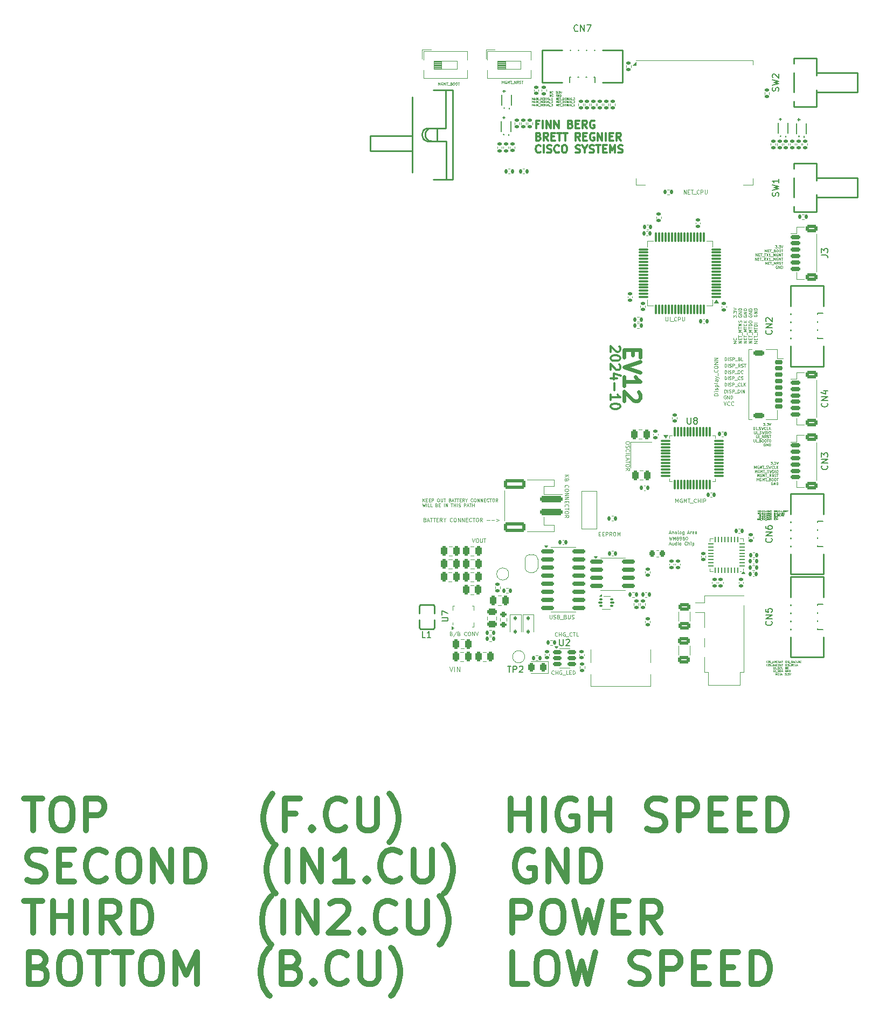
<source format=gbr>
%TF.GenerationSoftware,KiCad,Pcbnew,8.0.9*%
%TF.CreationDate,2025-05-02T13:50:10-07:00*%
%TF.ProjectId,EV12 Board Design,45563132-2042-46f6-9172-642044657369,EV12*%
%TF.SameCoordinates,Original*%
%TF.FileFunction,Legend,Top*%
%TF.FilePolarity,Positive*%
%FSLAX46Y46*%
G04 Gerber Fmt 4.6, Leading zero omitted, Abs format (unit mm)*
G04 Created by KiCad (PCBNEW 8.0.9) date 2025-05-02 13:50:10*
%MOMM*%
%LPD*%
G01*
G04 APERTURE LIST*
G04 Aperture macros list*
%AMRoundRect*
0 Rectangle with rounded corners*
0 $1 Rounding radius*
0 $2 $3 $4 $5 $6 $7 $8 $9 X,Y pos of 4 corners*
0 Add a 4 corners polygon primitive as box body*
4,1,4,$2,$3,$4,$5,$6,$7,$8,$9,$2,$3,0*
0 Add four circle primitives for the rounded corners*
1,1,$1+$1,$2,$3*
1,1,$1+$1,$4,$5*
1,1,$1+$1,$6,$7*
1,1,$1+$1,$8,$9*
0 Add four rect primitives between the rounded corners*
20,1,$1+$1,$2,$3,$4,$5,0*
20,1,$1+$1,$4,$5,$6,$7,0*
20,1,$1+$1,$6,$7,$8,$9,0*
20,1,$1+$1,$8,$9,$2,$3,0*%
%AMFreePoly0*
4,1,19,0.500000,-0.750000,0.000000,-0.750000,0.000000,-0.744911,-0.071157,-0.744911,-0.207708,-0.704816,-0.327430,-0.627875,-0.420627,-0.520320,-0.479746,-0.390866,-0.500000,-0.250000,-0.500000,0.250000,-0.479746,0.390866,-0.420627,0.520320,-0.327430,0.627875,-0.207708,0.704816,-0.071157,0.744911,0.000000,0.744911,0.000000,0.750000,0.500000,0.750000,0.500000,-0.750000,0.500000,-0.750000,
$1*%
%AMFreePoly1*
4,1,19,0.000000,0.744911,0.071157,0.744911,0.207708,0.704816,0.327430,0.627875,0.420627,0.520320,0.479746,0.390866,0.500000,0.250000,0.500000,-0.250000,0.479746,-0.390866,0.420627,-0.520320,0.327430,-0.627875,0.207708,-0.704816,0.071157,-0.744911,0.000000,-0.744911,0.000000,-0.750000,-0.500000,-0.750000,-0.500000,0.750000,0.000000,0.750000,0.000000,0.744911,0.000000,0.744911,
$1*%
G04 Aperture macros list end*
%ADD10C,0.100000*%
%ADD11C,0.300000*%
%ADD12C,0.075000*%
%ADD13C,0.050000*%
%ADD14C,0.625000*%
%ADD15C,0.900000*%
%ADD16C,0.150000*%
%ADD17C,0.254000*%
%ADD18C,0.120000*%
%ADD19C,0.250000*%
%ADD20R,3.000000X1.000000*%
%ADD21R,1.300000X1.800000*%
%ADD22O,1.300000X2.000000*%
%ADD23C,1.500000*%
%ADD24RoundRect,0.250000X0.250000X0.475000X-0.250000X0.475000X-0.250000X-0.475000X0.250000X-0.475000X0*%
%ADD25RoundRect,0.140000X-0.170000X0.140000X-0.170000X-0.140000X0.170000X-0.140000X0.170000X0.140000X0*%
%ADD26RoundRect,0.135000X0.185000X-0.135000X0.185000X0.135000X-0.185000X0.135000X-0.185000X-0.135000X0*%
%ADD27RoundRect,0.250000X-0.475000X0.250000X-0.475000X-0.250000X0.475000X-0.250000X0.475000X0.250000X0*%
%ADD28RoundRect,0.140000X0.170000X-0.140000X0.170000X0.140000X-0.170000X0.140000X-0.170000X-0.140000X0*%
%ADD29RoundRect,0.250000X-0.250000X-0.475000X0.250000X-0.475000X0.250000X0.475000X-0.250000X0.475000X0*%
%ADD30RoundRect,0.135000X0.135000X0.185000X-0.135000X0.185000X-0.135000X-0.185000X0.135000X-0.185000X0*%
%ADD31RoundRect,0.140000X0.140000X0.170000X-0.140000X0.170000X-0.140000X-0.170000X0.140000X-0.170000X0*%
%ADD32RoundRect,0.225000X-0.625000X0.225000X-0.625000X-0.225000X0.625000X-0.225000X0.625000X0.225000X0*%
%ADD33RoundRect,0.150000X-0.475000X0.150000X-0.475000X-0.150000X0.475000X-0.150000X0.475000X0.150000X0*%
%ADD34R,0.400000X0.410000*%
%ADD35R,0.400000X0.200000*%
%ADD36RoundRect,0.075000X0.700000X0.075000X-0.700000X0.075000X-0.700000X-0.075000X0.700000X-0.075000X0*%
%ADD37RoundRect,0.075000X0.075000X0.700000X-0.075000X0.700000X-0.075000X-0.700000X0.075000X-0.700000X0*%
%ADD38R,0.750000X2.400000*%
%ADD39RoundRect,0.250001X-1.449999X0.499999X-1.449999X-0.499999X1.449999X-0.499999X1.449999X0.499999X0*%
%ADD40RoundRect,0.250000X-1.500000X0.250000X-1.500000X-0.250000X1.500000X-0.250000X1.500000X0.250000X0*%
%ADD41RoundRect,0.243750X0.243750X0.456250X-0.243750X0.456250X-0.243750X-0.456250X0.243750X-0.456250X0*%
%ADD42RoundRect,0.250000X-0.650000X0.350000X-0.650000X-0.350000X0.650000X-0.350000X0.650000X0.350000X0*%
%ADD43RoundRect,0.150000X-0.625000X0.150000X-0.625000X-0.150000X0.625000X-0.150000X0.625000X0.150000X0*%
%ADD44RoundRect,0.218750X-0.218750X-0.256250X0.218750X-0.256250X0.218750X0.256250X-0.218750X0.256250X0*%
%ADD45RoundRect,0.150000X-0.512500X-0.150000X0.512500X-0.150000X0.512500X0.150000X-0.512500X0.150000X0*%
%ADD46R,2.400000X0.750000*%
%ADD47RoundRect,0.135000X-0.185000X0.135000X-0.185000X-0.135000X0.185000X-0.135000X0.185000X0.135000X0*%
%ADD48FreePoly0,90.000000*%
%ADD49FreePoly1,90.000000*%
%ADD50RoundRect,0.135000X-0.135000X-0.185000X0.135000X-0.185000X0.135000X0.185000X-0.135000X0.185000X0*%
%ADD51RoundRect,0.140000X-0.140000X-0.170000X0.140000X-0.170000X0.140000X0.170000X-0.140000X0.170000X0*%
%ADD52R,2.160000X1.120000*%
%ADD53R,0.400000X0.600000*%
%ADD54RoundRect,0.250000X0.650000X-0.325000X0.650000X0.325000X-0.650000X0.325000X-0.650000X-0.325000X0*%
%ADD55RoundRect,0.112500X-0.112500X0.187500X-0.112500X-0.187500X0.112500X-0.187500X0.112500X0.187500X0*%
%ADD56R,3.450000X3.450000*%
%ADD57RoundRect,0.062500X0.062500X0.375000X-0.062500X0.375000X-0.062500X-0.375000X0.062500X-0.375000X0*%
%ADD58RoundRect,0.062500X0.375000X0.062500X-0.375000X0.062500X-0.375000X-0.062500X0.375000X-0.062500X0*%
%ADD59RoundRect,0.150000X-0.825000X-0.150000X0.825000X-0.150000X0.825000X0.150000X-0.825000X0.150000X0*%
%ADD60C,3.000000*%
%ADD61R,2.500000X1.200000*%
%ADD62R,1.800000X1.200000*%
%ADD63C,0.600000*%
%ADD64R,3.900000X3.900000*%
%ADD65R,1.500000X0.900000*%
%ADD66R,0.900000X1.500000*%
%ADD67RoundRect,0.200000X-0.275000X0.200000X-0.275000X-0.200000X0.275000X-0.200000X0.275000X0.200000X0*%
%ADD68O,1.000000X1.600000*%
%ADD69O,1.000000X2.100000*%
%ADD70R,0.600000X1.450000*%
%ADD71R,0.300000X1.450000*%
%ADD72C,0.650000*%
%ADD73RoundRect,0.075000X-0.662500X-0.075000X0.662500X-0.075000X0.662500X0.075000X-0.662500X0.075000X0*%
%ADD74RoundRect,0.075000X-0.075000X-0.662500X0.075000X-0.662500X0.075000X0.662500X-0.075000X0.662500X0*%
%ADD75RoundRect,0.093750X-0.156250X-0.093750X0.156250X-0.093750X0.156250X0.093750X-0.156250X0.093750X0*%
%ADD76RoundRect,0.075000X-0.250000X-0.075000X0.250000X-0.075000X0.250000X0.075000X-0.250000X0.075000X0*%
%ADD77R,0.280000X0.280000*%
%ADD78O,0.280000X0.850000*%
%ADD79R,0.600000X0.230000*%
%ADD80R,0.700000X0.250000*%
%ADD81R,0.900000X0.650000*%
%ADD82R,2.150000X1.700000*%
%ADD83R,1.200000X1.400000*%
G04 APERTURE END LIST*
D10*
X171306116Y-77659902D02*
X171553735Y-77659902D01*
X171553735Y-77659902D02*
X171420402Y-77812283D01*
X171420402Y-77812283D02*
X171477545Y-77812283D01*
X171477545Y-77812283D02*
X171515640Y-77831331D01*
X171515640Y-77831331D02*
X171534688Y-77850378D01*
X171534688Y-77850378D02*
X171553735Y-77888474D01*
X171553735Y-77888474D02*
X171553735Y-77983712D01*
X171553735Y-77983712D02*
X171534688Y-78021807D01*
X171534688Y-78021807D02*
X171515640Y-78040855D01*
X171515640Y-78040855D02*
X171477545Y-78059902D01*
X171477545Y-78059902D02*
X171363259Y-78059902D01*
X171363259Y-78059902D02*
X171325164Y-78040855D01*
X171325164Y-78040855D02*
X171306116Y-78021807D01*
X171725164Y-78021807D02*
X171744211Y-78040855D01*
X171744211Y-78040855D02*
X171725164Y-78059902D01*
X171725164Y-78059902D02*
X171706116Y-78040855D01*
X171706116Y-78040855D02*
X171725164Y-78021807D01*
X171725164Y-78021807D02*
X171725164Y-78059902D01*
X171877544Y-77659902D02*
X172125163Y-77659902D01*
X172125163Y-77659902D02*
X171991830Y-77812283D01*
X171991830Y-77812283D02*
X172048973Y-77812283D01*
X172048973Y-77812283D02*
X172087068Y-77831331D01*
X172087068Y-77831331D02*
X172106116Y-77850378D01*
X172106116Y-77850378D02*
X172125163Y-77888474D01*
X172125163Y-77888474D02*
X172125163Y-77983712D01*
X172125163Y-77983712D02*
X172106116Y-78021807D01*
X172106116Y-78021807D02*
X172087068Y-78040855D01*
X172087068Y-78040855D02*
X172048973Y-78059902D01*
X172048973Y-78059902D02*
X171934687Y-78059902D01*
X171934687Y-78059902D02*
X171896592Y-78040855D01*
X171896592Y-78040855D02*
X171877544Y-78021807D01*
X172239449Y-77659902D02*
X172372782Y-78059902D01*
X172372782Y-78059902D02*
X172506115Y-77659902D01*
X169706114Y-78703880D02*
X169706114Y-78303880D01*
X169706114Y-78303880D02*
X169934685Y-78703880D01*
X169934685Y-78703880D02*
X169934685Y-78303880D01*
X170125162Y-78494356D02*
X170258495Y-78494356D01*
X170315638Y-78703880D02*
X170125162Y-78703880D01*
X170125162Y-78703880D02*
X170125162Y-78303880D01*
X170125162Y-78303880D02*
X170315638Y-78303880D01*
X170429924Y-78303880D02*
X170658495Y-78303880D01*
X170544209Y-78703880D02*
X170544209Y-78303880D01*
X170696591Y-78741975D02*
X171001352Y-78741975D01*
X171229924Y-78494356D02*
X171287067Y-78513404D01*
X171287067Y-78513404D02*
X171306114Y-78532452D01*
X171306114Y-78532452D02*
X171325162Y-78570547D01*
X171325162Y-78570547D02*
X171325162Y-78627690D01*
X171325162Y-78627690D02*
X171306114Y-78665785D01*
X171306114Y-78665785D02*
X171287067Y-78684833D01*
X171287067Y-78684833D02*
X171248972Y-78703880D01*
X171248972Y-78703880D02*
X171096591Y-78703880D01*
X171096591Y-78703880D02*
X171096591Y-78303880D01*
X171096591Y-78303880D02*
X171229924Y-78303880D01*
X171229924Y-78303880D02*
X171268019Y-78322928D01*
X171268019Y-78322928D02*
X171287067Y-78341975D01*
X171287067Y-78341975D02*
X171306114Y-78380071D01*
X171306114Y-78380071D02*
X171306114Y-78418166D01*
X171306114Y-78418166D02*
X171287067Y-78456261D01*
X171287067Y-78456261D02*
X171268019Y-78475309D01*
X171268019Y-78475309D02*
X171229924Y-78494356D01*
X171229924Y-78494356D02*
X171096591Y-78494356D01*
X171572781Y-78303880D02*
X171648972Y-78303880D01*
X171648972Y-78303880D02*
X171687067Y-78322928D01*
X171687067Y-78322928D02*
X171725162Y-78361023D01*
X171725162Y-78361023D02*
X171744210Y-78437213D01*
X171744210Y-78437213D02*
X171744210Y-78570547D01*
X171744210Y-78570547D02*
X171725162Y-78646737D01*
X171725162Y-78646737D02*
X171687067Y-78684833D01*
X171687067Y-78684833D02*
X171648972Y-78703880D01*
X171648972Y-78703880D02*
X171572781Y-78703880D01*
X171572781Y-78703880D02*
X171534686Y-78684833D01*
X171534686Y-78684833D02*
X171496591Y-78646737D01*
X171496591Y-78646737D02*
X171477543Y-78570547D01*
X171477543Y-78570547D02*
X171477543Y-78437213D01*
X171477543Y-78437213D02*
X171496591Y-78361023D01*
X171496591Y-78361023D02*
X171534686Y-78322928D01*
X171534686Y-78322928D02*
X171572781Y-78303880D01*
X171991829Y-78303880D02*
X172068020Y-78303880D01*
X172068020Y-78303880D02*
X172106115Y-78322928D01*
X172106115Y-78322928D02*
X172144210Y-78361023D01*
X172144210Y-78361023D02*
X172163258Y-78437213D01*
X172163258Y-78437213D02*
X172163258Y-78570547D01*
X172163258Y-78570547D02*
X172144210Y-78646737D01*
X172144210Y-78646737D02*
X172106115Y-78684833D01*
X172106115Y-78684833D02*
X172068020Y-78703880D01*
X172068020Y-78703880D02*
X171991829Y-78703880D01*
X171991829Y-78703880D02*
X171953734Y-78684833D01*
X171953734Y-78684833D02*
X171915639Y-78646737D01*
X171915639Y-78646737D02*
X171896591Y-78570547D01*
X171896591Y-78570547D02*
X171896591Y-78437213D01*
X171896591Y-78437213D02*
X171915639Y-78361023D01*
X171915639Y-78361023D02*
X171953734Y-78322928D01*
X171953734Y-78322928D02*
X171991829Y-78303880D01*
X172277544Y-78303880D02*
X172506115Y-78303880D01*
X172391829Y-78703880D02*
X172391829Y-78303880D01*
X168258496Y-79347858D02*
X168258496Y-78947858D01*
X168258496Y-78947858D02*
X168487067Y-79347858D01*
X168487067Y-79347858D02*
X168487067Y-78947858D01*
X168677544Y-79138334D02*
X168810877Y-79138334D01*
X168868020Y-79347858D02*
X168677544Y-79347858D01*
X168677544Y-79347858D02*
X168677544Y-78947858D01*
X168677544Y-78947858D02*
X168868020Y-78947858D01*
X168982306Y-78947858D02*
X169210877Y-78947858D01*
X169096591Y-79347858D02*
X169096591Y-78947858D01*
X169248973Y-79385953D02*
X169553734Y-79385953D01*
X169591830Y-78947858D02*
X169820401Y-78947858D01*
X169706115Y-79347858D02*
X169706115Y-78947858D01*
X169915639Y-78947858D02*
X170182306Y-79347858D01*
X170182306Y-78947858D02*
X169915639Y-79347858D01*
X170544210Y-79347858D02*
X170315639Y-79347858D01*
X170429925Y-79347858D02*
X170429925Y-78947858D01*
X170429925Y-78947858D02*
X170391829Y-79005001D01*
X170391829Y-79005001D02*
X170353734Y-79043096D01*
X170353734Y-79043096D02*
X170315639Y-79062144D01*
X170620401Y-79385953D02*
X170925162Y-79385953D01*
X171020401Y-79347858D02*
X171020401Y-78947858D01*
X171020401Y-78947858D02*
X171153734Y-79233572D01*
X171153734Y-79233572D02*
X171287067Y-78947858D01*
X171287067Y-78947858D02*
X171287067Y-79347858D01*
X171687067Y-78966906D02*
X171648972Y-78947858D01*
X171648972Y-78947858D02*
X171591829Y-78947858D01*
X171591829Y-78947858D02*
X171534686Y-78966906D01*
X171534686Y-78966906D02*
X171496591Y-79005001D01*
X171496591Y-79005001D02*
X171477544Y-79043096D01*
X171477544Y-79043096D02*
X171458496Y-79119287D01*
X171458496Y-79119287D02*
X171458496Y-79176430D01*
X171458496Y-79176430D02*
X171477544Y-79252620D01*
X171477544Y-79252620D02*
X171496591Y-79290715D01*
X171496591Y-79290715D02*
X171534686Y-79328811D01*
X171534686Y-79328811D02*
X171591829Y-79347858D01*
X171591829Y-79347858D02*
X171629925Y-79347858D01*
X171629925Y-79347858D02*
X171687067Y-79328811D01*
X171687067Y-79328811D02*
X171706115Y-79309763D01*
X171706115Y-79309763D02*
X171706115Y-79176430D01*
X171706115Y-79176430D02*
X171629925Y-79176430D01*
X171877544Y-79347858D02*
X171877544Y-78947858D01*
X171877544Y-78947858D02*
X172010877Y-79233572D01*
X172010877Y-79233572D02*
X172144210Y-78947858D01*
X172144210Y-78947858D02*
X172144210Y-79347858D01*
X172277544Y-78947858D02*
X172506115Y-78947858D01*
X172391829Y-79347858D02*
X172391829Y-78947858D01*
X168163258Y-79991836D02*
X168163258Y-79591836D01*
X168163258Y-79591836D02*
X168391829Y-79991836D01*
X168391829Y-79991836D02*
X168391829Y-79591836D01*
X168582306Y-79782312D02*
X168715639Y-79782312D01*
X168772782Y-79991836D02*
X168582306Y-79991836D01*
X168582306Y-79991836D02*
X168582306Y-79591836D01*
X168582306Y-79591836D02*
X168772782Y-79591836D01*
X168887068Y-79591836D02*
X169115639Y-79591836D01*
X169001353Y-79991836D02*
X169001353Y-79591836D01*
X169153735Y-80029931D02*
X169458496Y-80029931D01*
X169782306Y-79991836D02*
X169648973Y-79801360D01*
X169553735Y-79991836D02*
X169553735Y-79591836D01*
X169553735Y-79591836D02*
X169706116Y-79591836D01*
X169706116Y-79591836D02*
X169744211Y-79610884D01*
X169744211Y-79610884D02*
X169763258Y-79629931D01*
X169763258Y-79629931D02*
X169782306Y-79668027D01*
X169782306Y-79668027D02*
X169782306Y-79725169D01*
X169782306Y-79725169D02*
X169763258Y-79763265D01*
X169763258Y-79763265D02*
X169744211Y-79782312D01*
X169744211Y-79782312D02*
X169706116Y-79801360D01*
X169706116Y-79801360D02*
X169553735Y-79801360D01*
X169915639Y-79591836D02*
X170182306Y-79991836D01*
X170182306Y-79591836D02*
X169915639Y-79991836D01*
X170544210Y-79991836D02*
X170315639Y-79991836D01*
X170429925Y-79991836D02*
X170429925Y-79591836D01*
X170429925Y-79591836D02*
X170391829Y-79648979D01*
X170391829Y-79648979D02*
X170353734Y-79687074D01*
X170353734Y-79687074D02*
X170315639Y-79706122D01*
X170620401Y-80029931D02*
X170925162Y-80029931D01*
X171020401Y-79991836D02*
X171020401Y-79591836D01*
X171020401Y-79591836D02*
X171153734Y-79877550D01*
X171153734Y-79877550D02*
X171287067Y-79591836D01*
X171287067Y-79591836D02*
X171287067Y-79991836D01*
X171687067Y-79610884D02*
X171648972Y-79591836D01*
X171648972Y-79591836D02*
X171591829Y-79591836D01*
X171591829Y-79591836D02*
X171534686Y-79610884D01*
X171534686Y-79610884D02*
X171496591Y-79648979D01*
X171496591Y-79648979D02*
X171477544Y-79687074D01*
X171477544Y-79687074D02*
X171458496Y-79763265D01*
X171458496Y-79763265D02*
X171458496Y-79820408D01*
X171458496Y-79820408D02*
X171477544Y-79896598D01*
X171477544Y-79896598D02*
X171496591Y-79934693D01*
X171496591Y-79934693D02*
X171534686Y-79972789D01*
X171534686Y-79972789D02*
X171591829Y-79991836D01*
X171591829Y-79991836D02*
X171629925Y-79991836D01*
X171629925Y-79991836D02*
X171687067Y-79972789D01*
X171687067Y-79972789D02*
X171706115Y-79953741D01*
X171706115Y-79953741D02*
X171706115Y-79820408D01*
X171706115Y-79820408D02*
X171629925Y-79820408D01*
X171877544Y-79991836D02*
X171877544Y-79591836D01*
X171877544Y-79591836D02*
X172010877Y-79877550D01*
X172010877Y-79877550D02*
X172144210Y-79591836D01*
X172144210Y-79591836D02*
X172144210Y-79991836D01*
X172277544Y-79591836D02*
X172506115Y-79591836D01*
X172391829Y-79991836D02*
X172391829Y-79591836D01*
X169744210Y-80635814D02*
X169744210Y-80235814D01*
X169744210Y-80235814D02*
X169972781Y-80635814D01*
X169972781Y-80635814D02*
X169972781Y-80235814D01*
X170163258Y-80426290D02*
X170296591Y-80426290D01*
X170353734Y-80635814D02*
X170163258Y-80635814D01*
X170163258Y-80635814D02*
X170163258Y-80235814D01*
X170163258Y-80235814D02*
X170353734Y-80235814D01*
X170468020Y-80235814D02*
X170696591Y-80235814D01*
X170582305Y-80635814D02*
X170582305Y-80235814D01*
X170734687Y-80673909D02*
X171039448Y-80673909D01*
X171134687Y-80635814D02*
X171134687Y-80235814D01*
X171134687Y-80235814D02*
X171363258Y-80635814D01*
X171363258Y-80635814D02*
X171363258Y-80235814D01*
X171782306Y-80635814D02*
X171648973Y-80445338D01*
X171553735Y-80635814D02*
X171553735Y-80235814D01*
X171553735Y-80235814D02*
X171706116Y-80235814D01*
X171706116Y-80235814D02*
X171744211Y-80254862D01*
X171744211Y-80254862D02*
X171763258Y-80273909D01*
X171763258Y-80273909D02*
X171782306Y-80312005D01*
X171782306Y-80312005D02*
X171782306Y-80369147D01*
X171782306Y-80369147D02*
X171763258Y-80407243D01*
X171763258Y-80407243D02*
X171744211Y-80426290D01*
X171744211Y-80426290D02*
X171706116Y-80445338D01*
X171706116Y-80445338D02*
X171553735Y-80445338D01*
X171934687Y-80616767D02*
X171991830Y-80635814D01*
X171991830Y-80635814D02*
X172087068Y-80635814D01*
X172087068Y-80635814D02*
X172125163Y-80616767D01*
X172125163Y-80616767D02*
X172144211Y-80597719D01*
X172144211Y-80597719D02*
X172163258Y-80559624D01*
X172163258Y-80559624D02*
X172163258Y-80521528D01*
X172163258Y-80521528D02*
X172144211Y-80483433D01*
X172144211Y-80483433D02*
X172125163Y-80464386D01*
X172125163Y-80464386D02*
X172087068Y-80445338D01*
X172087068Y-80445338D02*
X172010877Y-80426290D01*
X172010877Y-80426290D02*
X171972782Y-80407243D01*
X171972782Y-80407243D02*
X171953735Y-80388195D01*
X171953735Y-80388195D02*
X171934687Y-80350100D01*
X171934687Y-80350100D02*
X171934687Y-80312005D01*
X171934687Y-80312005D02*
X171953735Y-80273909D01*
X171953735Y-80273909D02*
X171972782Y-80254862D01*
X171972782Y-80254862D02*
X172010877Y-80235814D01*
X172010877Y-80235814D02*
X172106116Y-80235814D01*
X172106116Y-80235814D02*
X172163258Y-80254862D01*
X172277544Y-80235814D02*
X172506115Y-80235814D01*
X172391829Y-80635814D02*
X172391829Y-80235814D01*
X171629924Y-80898840D02*
X171591829Y-80879792D01*
X171591829Y-80879792D02*
X171534686Y-80879792D01*
X171534686Y-80879792D02*
X171477543Y-80898840D01*
X171477543Y-80898840D02*
X171439448Y-80936935D01*
X171439448Y-80936935D02*
X171420401Y-80975030D01*
X171420401Y-80975030D02*
X171401353Y-81051221D01*
X171401353Y-81051221D02*
X171401353Y-81108364D01*
X171401353Y-81108364D02*
X171420401Y-81184554D01*
X171420401Y-81184554D02*
X171439448Y-81222649D01*
X171439448Y-81222649D02*
X171477543Y-81260745D01*
X171477543Y-81260745D02*
X171534686Y-81279792D01*
X171534686Y-81279792D02*
X171572782Y-81279792D01*
X171572782Y-81279792D02*
X171629924Y-81260745D01*
X171629924Y-81260745D02*
X171648972Y-81241697D01*
X171648972Y-81241697D02*
X171648972Y-81108364D01*
X171648972Y-81108364D02*
X171572782Y-81108364D01*
X171820401Y-81279792D02*
X171820401Y-80879792D01*
X171820401Y-80879792D02*
X172048972Y-81279792D01*
X172048972Y-81279792D02*
X172048972Y-80879792D01*
X172239449Y-81279792D02*
X172239449Y-80879792D01*
X172239449Y-80879792D02*
X172334687Y-80879792D01*
X172334687Y-80879792D02*
X172391830Y-80898840D01*
X172391830Y-80898840D02*
X172429925Y-80936935D01*
X172429925Y-80936935D02*
X172448972Y-80975030D01*
X172448972Y-80975030D02*
X172468020Y-81051221D01*
X172468020Y-81051221D02*
X172468020Y-81108364D01*
X172468020Y-81108364D02*
X172448972Y-81184554D01*
X172448972Y-81184554D02*
X172429925Y-81222649D01*
X172429925Y-81222649D02*
X172391830Y-81260745D01*
X172391830Y-81260745D02*
X172334687Y-81279792D01*
X172334687Y-81279792D02*
X172239449Y-81279792D01*
X169406116Y-105559902D02*
X169653735Y-105559902D01*
X169653735Y-105559902D02*
X169520402Y-105712283D01*
X169520402Y-105712283D02*
X169577545Y-105712283D01*
X169577545Y-105712283D02*
X169615640Y-105731331D01*
X169615640Y-105731331D02*
X169634688Y-105750378D01*
X169634688Y-105750378D02*
X169653735Y-105788474D01*
X169653735Y-105788474D02*
X169653735Y-105883712D01*
X169653735Y-105883712D02*
X169634688Y-105921807D01*
X169634688Y-105921807D02*
X169615640Y-105940855D01*
X169615640Y-105940855D02*
X169577545Y-105959902D01*
X169577545Y-105959902D02*
X169463259Y-105959902D01*
X169463259Y-105959902D02*
X169425164Y-105940855D01*
X169425164Y-105940855D02*
X169406116Y-105921807D01*
X169825164Y-105921807D02*
X169844211Y-105940855D01*
X169844211Y-105940855D02*
X169825164Y-105959902D01*
X169825164Y-105959902D02*
X169806116Y-105940855D01*
X169806116Y-105940855D02*
X169825164Y-105921807D01*
X169825164Y-105921807D02*
X169825164Y-105959902D01*
X169977544Y-105559902D02*
X170225163Y-105559902D01*
X170225163Y-105559902D02*
X170091830Y-105712283D01*
X170091830Y-105712283D02*
X170148973Y-105712283D01*
X170148973Y-105712283D02*
X170187068Y-105731331D01*
X170187068Y-105731331D02*
X170206116Y-105750378D01*
X170206116Y-105750378D02*
X170225163Y-105788474D01*
X170225163Y-105788474D02*
X170225163Y-105883712D01*
X170225163Y-105883712D02*
X170206116Y-105921807D01*
X170206116Y-105921807D02*
X170187068Y-105940855D01*
X170187068Y-105940855D02*
X170148973Y-105959902D01*
X170148973Y-105959902D02*
X170034687Y-105959902D01*
X170034687Y-105959902D02*
X169996592Y-105940855D01*
X169996592Y-105940855D02*
X169977544Y-105921807D01*
X170339449Y-105559902D02*
X170472782Y-105959902D01*
X170472782Y-105959902D02*
X170606115Y-105559902D01*
X167863258Y-106203880D02*
X167863258Y-106527690D01*
X167863258Y-106527690D02*
X167882305Y-106565785D01*
X167882305Y-106565785D02*
X167901353Y-106584833D01*
X167901353Y-106584833D02*
X167939448Y-106603880D01*
X167939448Y-106603880D02*
X168015639Y-106603880D01*
X168015639Y-106603880D02*
X168053734Y-106584833D01*
X168053734Y-106584833D02*
X168072781Y-106565785D01*
X168072781Y-106565785D02*
X168091829Y-106527690D01*
X168091829Y-106527690D02*
X168091829Y-106203880D01*
X168282306Y-106603880D02*
X168282306Y-106203880D01*
X168377544Y-106641975D02*
X168682305Y-106641975D01*
X168758496Y-106584833D02*
X168815639Y-106603880D01*
X168815639Y-106603880D02*
X168910877Y-106603880D01*
X168910877Y-106603880D02*
X168948972Y-106584833D01*
X168948972Y-106584833D02*
X168968020Y-106565785D01*
X168968020Y-106565785D02*
X168987067Y-106527690D01*
X168987067Y-106527690D02*
X168987067Y-106489594D01*
X168987067Y-106489594D02*
X168968020Y-106451499D01*
X168968020Y-106451499D02*
X168948972Y-106432452D01*
X168948972Y-106432452D02*
X168910877Y-106413404D01*
X168910877Y-106413404D02*
X168834686Y-106394356D01*
X168834686Y-106394356D02*
X168796591Y-106375309D01*
X168796591Y-106375309D02*
X168777544Y-106356261D01*
X168777544Y-106356261D02*
X168758496Y-106318166D01*
X168758496Y-106318166D02*
X168758496Y-106280071D01*
X168758496Y-106280071D02*
X168777544Y-106241975D01*
X168777544Y-106241975D02*
X168796591Y-106222928D01*
X168796591Y-106222928D02*
X168834686Y-106203880D01*
X168834686Y-106203880D02*
X168929925Y-106203880D01*
X168929925Y-106203880D02*
X168987067Y-106222928D01*
X169120400Y-106203880D02*
X169215638Y-106603880D01*
X169215638Y-106603880D02*
X169291829Y-106318166D01*
X169291829Y-106318166D02*
X169368019Y-106603880D01*
X169368019Y-106603880D02*
X169463258Y-106203880D01*
X169844210Y-106565785D02*
X169825162Y-106584833D01*
X169825162Y-106584833D02*
X169768020Y-106603880D01*
X169768020Y-106603880D02*
X169729924Y-106603880D01*
X169729924Y-106603880D02*
X169672781Y-106584833D01*
X169672781Y-106584833D02*
X169634686Y-106546737D01*
X169634686Y-106546737D02*
X169615639Y-106508642D01*
X169615639Y-106508642D02*
X169596591Y-106432452D01*
X169596591Y-106432452D02*
X169596591Y-106375309D01*
X169596591Y-106375309D02*
X169615639Y-106299118D01*
X169615639Y-106299118D02*
X169634686Y-106261023D01*
X169634686Y-106261023D02*
X169672781Y-106222928D01*
X169672781Y-106222928D02*
X169729924Y-106203880D01*
X169729924Y-106203880D02*
X169768020Y-106203880D01*
X169768020Y-106203880D02*
X169825162Y-106222928D01*
X169825162Y-106222928D02*
X169844210Y-106241975D01*
X170206115Y-106603880D02*
X170015639Y-106603880D01*
X170015639Y-106603880D02*
X170015639Y-106203880D01*
X170339449Y-106603880D02*
X170339449Y-106203880D01*
X170568020Y-106603880D02*
X170396591Y-106375309D01*
X170568020Y-106203880D02*
X170339449Y-106432452D01*
X167977544Y-106847858D02*
X167977544Y-107171668D01*
X167977544Y-107171668D02*
X167996591Y-107209763D01*
X167996591Y-107209763D02*
X168015639Y-107228811D01*
X168015639Y-107228811D02*
X168053734Y-107247858D01*
X168053734Y-107247858D02*
X168129925Y-107247858D01*
X168129925Y-107247858D02*
X168168020Y-107228811D01*
X168168020Y-107228811D02*
X168187067Y-107209763D01*
X168187067Y-107209763D02*
X168206115Y-107171668D01*
X168206115Y-107171668D02*
X168206115Y-106847858D01*
X168396592Y-107247858D02*
X168396592Y-106847858D01*
X168491830Y-107285953D02*
X168796591Y-107285953D01*
X168872782Y-107228811D02*
X168929925Y-107247858D01*
X168929925Y-107247858D02*
X169025163Y-107247858D01*
X169025163Y-107247858D02*
X169063258Y-107228811D01*
X169063258Y-107228811D02*
X169082306Y-107209763D01*
X169082306Y-107209763D02*
X169101353Y-107171668D01*
X169101353Y-107171668D02*
X169101353Y-107133572D01*
X169101353Y-107133572D02*
X169082306Y-107095477D01*
X169082306Y-107095477D02*
X169063258Y-107076430D01*
X169063258Y-107076430D02*
X169025163Y-107057382D01*
X169025163Y-107057382D02*
X168948972Y-107038334D01*
X168948972Y-107038334D02*
X168910877Y-107019287D01*
X168910877Y-107019287D02*
X168891830Y-107000239D01*
X168891830Y-107000239D02*
X168872782Y-106962144D01*
X168872782Y-106962144D02*
X168872782Y-106924049D01*
X168872782Y-106924049D02*
X168891830Y-106885953D01*
X168891830Y-106885953D02*
X168910877Y-106866906D01*
X168910877Y-106866906D02*
X168948972Y-106847858D01*
X168948972Y-106847858D02*
X169044211Y-106847858D01*
X169044211Y-106847858D02*
X169101353Y-106866906D01*
X169234686Y-106847858D02*
X169329924Y-107247858D01*
X169329924Y-107247858D02*
X169406115Y-106962144D01*
X169406115Y-106962144D02*
X169482305Y-107247858D01*
X169482305Y-107247858D02*
X169577544Y-106847858D01*
X169729925Y-107247858D02*
X169729925Y-106847858D01*
X169729925Y-106847858D02*
X169825163Y-106847858D01*
X169825163Y-106847858D02*
X169882306Y-106866906D01*
X169882306Y-106866906D02*
X169920401Y-106905001D01*
X169920401Y-106905001D02*
X169939448Y-106943096D01*
X169939448Y-106943096D02*
X169958496Y-107019287D01*
X169958496Y-107019287D02*
X169958496Y-107076430D01*
X169958496Y-107076430D02*
X169939448Y-107152620D01*
X169939448Y-107152620D02*
X169920401Y-107190715D01*
X169920401Y-107190715D02*
X169882306Y-107228811D01*
X169882306Y-107228811D02*
X169825163Y-107247858D01*
X169825163Y-107247858D02*
X169729925Y-107247858D01*
X170129925Y-107247858D02*
X170129925Y-106847858D01*
X170396591Y-106847858D02*
X170472782Y-106847858D01*
X170472782Y-106847858D02*
X170510877Y-106866906D01*
X170510877Y-106866906D02*
X170548972Y-106905001D01*
X170548972Y-106905001D02*
X170568020Y-106981191D01*
X170568020Y-106981191D02*
X170568020Y-107114525D01*
X170568020Y-107114525D02*
X170548972Y-107190715D01*
X170548972Y-107190715D02*
X170510877Y-107228811D01*
X170510877Y-107228811D02*
X170472782Y-107247858D01*
X170472782Y-107247858D02*
X170396591Y-107247858D01*
X170396591Y-107247858D02*
X170358496Y-107228811D01*
X170358496Y-107228811D02*
X170320401Y-107190715D01*
X170320401Y-107190715D02*
X170301353Y-107114525D01*
X170301353Y-107114525D02*
X170301353Y-106981191D01*
X170301353Y-106981191D02*
X170320401Y-106905001D01*
X170320401Y-106905001D02*
X170358496Y-106866906D01*
X170358496Y-106866906D02*
X170396591Y-106847858D01*
X168320401Y-107491836D02*
X168320401Y-107815646D01*
X168320401Y-107815646D02*
X168339448Y-107853741D01*
X168339448Y-107853741D02*
X168358496Y-107872789D01*
X168358496Y-107872789D02*
X168396591Y-107891836D01*
X168396591Y-107891836D02*
X168472782Y-107891836D01*
X168472782Y-107891836D02*
X168510877Y-107872789D01*
X168510877Y-107872789D02*
X168529924Y-107853741D01*
X168529924Y-107853741D02*
X168548972Y-107815646D01*
X168548972Y-107815646D02*
X168548972Y-107491836D01*
X168739449Y-107891836D02*
X168739449Y-107491836D01*
X168834687Y-107929931D02*
X169139448Y-107929931D01*
X169234687Y-107891836D02*
X169234687Y-107491836D01*
X169234687Y-107491836D02*
X169463258Y-107891836D01*
X169463258Y-107891836D02*
X169463258Y-107491836D01*
X169882306Y-107891836D02*
X169748973Y-107701360D01*
X169653735Y-107891836D02*
X169653735Y-107491836D01*
X169653735Y-107491836D02*
X169806116Y-107491836D01*
X169806116Y-107491836D02*
X169844211Y-107510884D01*
X169844211Y-107510884D02*
X169863258Y-107529931D01*
X169863258Y-107529931D02*
X169882306Y-107568027D01*
X169882306Y-107568027D02*
X169882306Y-107625169D01*
X169882306Y-107625169D02*
X169863258Y-107663265D01*
X169863258Y-107663265D02*
X169844211Y-107682312D01*
X169844211Y-107682312D02*
X169806116Y-107701360D01*
X169806116Y-107701360D02*
X169653735Y-107701360D01*
X170034687Y-107872789D02*
X170091830Y-107891836D01*
X170091830Y-107891836D02*
X170187068Y-107891836D01*
X170187068Y-107891836D02*
X170225163Y-107872789D01*
X170225163Y-107872789D02*
X170244211Y-107853741D01*
X170244211Y-107853741D02*
X170263258Y-107815646D01*
X170263258Y-107815646D02*
X170263258Y-107777550D01*
X170263258Y-107777550D02*
X170244211Y-107739455D01*
X170244211Y-107739455D02*
X170225163Y-107720408D01*
X170225163Y-107720408D02*
X170187068Y-107701360D01*
X170187068Y-107701360D02*
X170110877Y-107682312D01*
X170110877Y-107682312D02*
X170072782Y-107663265D01*
X170072782Y-107663265D02*
X170053735Y-107644217D01*
X170053735Y-107644217D02*
X170034687Y-107606122D01*
X170034687Y-107606122D02*
X170034687Y-107568027D01*
X170034687Y-107568027D02*
X170053735Y-107529931D01*
X170053735Y-107529931D02*
X170072782Y-107510884D01*
X170072782Y-107510884D02*
X170110877Y-107491836D01*
X170110877Y-107491836D02*
X170206116Y-107491836D01*
X170206116Y-107491836D02*
X170263258Y-107510884D01*
X170377544Y-107491836D02*
X170606115Y-107491836D01*
X170491829Y-107891836D02*
X170491829Y-107491836D01*
X167901353Y-108135814D02*
X167901353Y-108459624D01*
X167901353Y-108459624D02*
X167920400Y-108497719D01*
X167920400Y-108497719D02*
X167939448Y-108516767D01*
X167939448Y-108516767D02*
X167977543Y-108535814D01*
X167977543Y-108535814D02*
X168053734Y-108535814D01*
X168053734Y-108535814D02*
X168091829Y-108516767D01*
X168091829Y-108516767D02*
X168110876Y-108497719D01*
X168110876Y-108497719D02*
X168129924Y-108459624D01*
X168129924Y-108459624D02*
X168129924Y-108135814D01*
X168320401Y-108535814D02*
X168320401Y-108135814D01*
X168415639Y-108573909D02*
X168720400Y-108573909D01*
X168948972Y-108326290D02*
X169006115Y-108345338D01*
X169006115Y-108345338D02*
X169025162Y-108364386D01*
X169025162Y-108364386D02*
X169044210Y-108402481D01*
X169044210Y-108402481D02*
X169044210Y-108459624D01*
X169044210Y-108459624D02*
X169025162Y-108497719D01*
X169025162Y-108497719D02*
X169006115Y-108516767D01*
X169006115Y-108516767D02*
X168968020Y-108535814D01*
X168968020Y-108535814D02*
X168815639Y-108535814D01*
X168815639Y-108535814D02*
X168815639Y-108135814D01*
X168815639Y-108135814D02*
X168948972Y-108135814D01*
X168948972Y-108135814D02*
X168987067Y-108154862D01*
X168987067Y-108154862D02*
X169006115Y-108173909D01*
X169006115Y-108173909D02*
X169025162Y-108212005D01*
X169025162Y-108212005D02*
X169025162Y-108250100D01*
X169025162Y-108250100D02*
X169006115Y-108288195D01*
X169006115Y-108288195D02*
X168987067Y-108307243D01*
X168987067Y-108307243D02*
X168948972Y-108326290D01*
X168948972Y-108326290D02*
X168815639Y-108326290D01*
X169291829Y-108135814D02*
X169368020Y-108135814D01*
X169368020Y-108135814D02*
X169406115Y-108154862D01*
X169406115Y-108154862D02*
X169444210Y-108192957D01*
X169444210Y-108192957D02*
X169463258Y-108269147D01*
X169463258Y-108269147D02*
X169463258Y-108402481D01*
X169463258Y-108402481D02*
X169444210Y-108478671D01*
X169444210Y-108478671D02*
X169406115Y-108516767D01*
X169406115Y-108516767D02*
X169368020Y-108535814D01*
X169368020Y-108535814D02*
X169291829Y-108535814D01*
X169291829Y-108535814D02*
X169253734Y-108516767D01*
X169253734Y-108516767D02*
X169215639Y-108478671D01*
X169215639Y-108478671D02*
X169196591Y-108402481D01*
X169196591Y-108402481D02*
X169196591Y-108269147D01*
X169196591Y-108269147D02*
X169215639Y-108192957D01*
X169215639Y-108192957D02*
X169253734Y-108154862D01*
X169253734Y-108154862D02*
X169291829Y-108135814D01*
X169710877Y-108135814D02*
X169787068Y-108135814D01*
X169787068Y-108135814D02*
X169825163Y-108154862D01*
X169825163Y-108154862D02*
X169863258Y-108192957D01*
X169863258Y-108192957D02*
X169882306Y-108269147D01*
X169882306Y-108269147D02*
X169882306Y-108402481D01*
X169882306Y-108402481D02*
X169863258Y-108478671D01*
X169863258Y-108478671D02*
X169825163Y-108516767D01*
X169825163Y-108516767D02*
X169787068Y-108535814D01*
X169787068Y-108535814D02*
X169710877Y-108535814D01*
X169710877Y-108535814D02*
X169672782Y-108516767D01*
X169672782Y-108516767D02*
X169634687Y-108478671D01*
X169634687Y-108478671D02*
X169615639Y-108402481D01*
X169615639Y-108402481D02*
X169615639Y-108269147D01*
X169615639Y-108269147D02*
X169634687Y-108192957D01*
X169634687Y-108192957D02*
X169672782Y-108154862D01*
X169672782Y-108154862D02*
X169710877Y-108135814D01*
X169996592Y-108135814D02*
X170225163Y-108135814D01*
X170110877Y-108535814D02*
X170110877Y-108135814D01*
X170434687Y-108135814D02*
X170472782Y-108135814D01*
X170472782Y-108135814D02*
X170510878Y-108154862D01*
X170510878Y-108154862D02*
X170529925Y-108173909D01*
X170529925Y-108173909D02*
X170548973Y-108212005D01*
X170548973Y-108212005D02*
X170568020Y-108288195D01*
X170568020Y-108288195D02*
X170568020Y-108383433D01*
X170568020Y-108383433D02*
X170548973Y-108459624D01*
X170548973Y-108459624D02*
X170529925Y-108497719D01*
X170529925Y-108497719D02*
X170510878Y-108516767D01*
X170510878Y-108516767D02*
X170472782Y-108535814D01*
X170472782Y-108535814D02*
X170434687Y-108535814D01*
X170434687Y-108535814D02*
X170396592Y-108516767D01*
X170396592Y-108516767D02*
X170377544Y-108497719D01*
X170377544Y-108497719D02*
X170358497Y-108459624D01*
X170358497Y-108459624D02*
X170339449Y-108383433D01*
X170339449Y-108383433D02*
X170339449Y-108288195D01*
X170339449Y-108288195D02*
X170358497Y-108212005D01*
X170358497Y-108212005D02*
X170377544Y-108173909D01*
X170377544Y-108173909D02*
X170396592Y-108154862D01*
X170396592Y-108154862D02*
X170434687Y-108135814D01*
X169729924Y-108798840D02*
X169691829Y-108779792D01*
X169691829Y-108779792D02*
X169634686Y-108779792D01*
X169634686Y-108779792D02*
X169577543Y-108798840D01*
X169577543Y-108798840D02*
X169539448Y-108836935D01*
X169539448Y-108836935D02*
X169520401Y-108875030D01*
X169520401Y-108875030D02*
X169501353Y-108951221D01*
X169501353Y-108951221D02*
X169501353Y-109008364D01*
X169501353Y-109008364D02*
X169520401Y-109084554D01*
X169520401Y-109084554D02*
X169539448Y-109122649D01*
X169539448Y-109122649D02*
X169577543Y-109160745D01*
X169577543Y-109160745D02*
X169634686Y-109179792D01*
X169634686Y-109179792D02*
X169672782Y-109179792D01*
X169672782Y-109179792D02*
X169729924Y-109160745D01*
X169729924Y-109160745D02*
X169748972Y-109141697D01*
X169748972Y-109141697D02*
X169748972Y-109008364D01*
X169748972Y-109008364D02*
X169672782Y-109008364D01*
X169920401Y-109179792D02*
X169920401Y-108779792D01*
X169920401Y-108779792D02*
X170148972Y-109179792D01*
X170148972Y-109179792D02*
X170148972Y-108779792D01*
X170339449Y-109179792D02*
X170339449Y-108779792D01*
X170339449Y-108779792D02*
X170434687Y-108779792D01*
X170434687Y-108779792D02*
X170491830Y-108798840D01*
X170491830Y-108798840D02*
X170529925Y-108836935D01*
X170529925Y-108836935D02*
X170548972Y-108875030D01*
X170548972Y-108875030D02*
X170568020Y-108951221D01*
X170568020Y-108951221D02*
X170568020Y-109008364D01*
X170568020Y-109008364D02*
X170548972Y-109084554D01*
X170548972Y-109084554D02*
X170529925Y-109122649D01*
X170529925Y-109122649D02*
X170491830Y-109160745D01*
X170491830Y-109160745D02*
X170434687Y-109179792D01*
X170434687Y-109179792D02*
X170339449Y-109179792D01*
X120133810Y-143854895D02*
X120400477Y-144654895D01*
X120400477Y-144654895D02*
X120667143Y-143854895D01*
X120933810Y-144654895D02*
X120933810Y-143854895D01*
X121314762Y-144654895D02*
X121314762Y-143854895D01*
X121314762Y-143854895D02*
X121771905Y-144654895D01*
X121771905Y-144654895D02*
X121771905Y-143854895D01*
D11*
X134143082Y-58635105D02*
X133743082Y-58635105D01*
X133743082Y-59263676D02*
X133743082Y-58063676D01*
X133743082Y-58063676D02*
X134314510Y-58063676D01*
X134771653Y-59263676D02*
X134771653Y-58063676D01*
X135343082Y-59263676D02*
X135343082Y-58063676D01*
X135343082Y-58063676D02*
X136028796Y-59263676D01*
X136028796Y-59263676D02*
X136028796Y-58063676D01*
X136600225Y-59263676D02*
X136600225Y-58063676D01*
X136600225Y-58063676D02*
X137285939Y-59263676D01*
X137285939Y-59263676D02*
X137285939Y-58063676D01*
X139171654Y-58635105D02*
X139343082Y-58692248D01*
X139343082Y-58692248D02*
X139400225Y-58749391D01*
X139400225Y-58749391D02*
X139457368Y-58863676D01*
X139457368Y-58863676D02*
X139457368Y-59035105D01*
X139457368Y-59035105D02*
X139400225Y-59149391D01*
X139400225Y-59149391D02*
X139343082Y-59206534D01*
X139343082Y-59206534D02*
X139228797Y-59263676D01*
X139228797Y-59263676D02*
X138771654Y-59263676D01*
X138771654Y-59263676D02*
X138771654Y-58063676D01*
X138771654Y-58063676D02*
X139171654Y-58063676D01*
X139171654Y-58063676D02*
X139285940Y-58120819D01*
X139285940Y-58120819D02*
X139343082Y-58177962D01*
X139343082Y-58177962D02*
X139400225Y-58292248D01*
X139400225Y-58292248D02*
X139400225Y-58406534D01*
X139400225Y-58406534D02*
X139343082Y-58520819D01*
X139343082Y-58520819D02*
X139285940Y-58577962D01*
X139285940Y-58577962D02*
X139171654Y-58635105D01*
X139171654Y-58635105D02*
X138771654Y-58635105D01*
X139971654Y-58635105D02*
X140371654Y-58635105D01*
X140543082Y-59263676D02*
X139971654Y-59263676D01*
X139971654Y-59263676D02*
X139971654Y-58063676D01*
X139971654Y-58063676D02*
X140543082Y-58063676D01*
X141743082Y-59263676D02*
X141343082Y-58692248D01*
X141057368Y-59263676D02*
X141057368Y-58063676D01*
X141057368Y-58063676D02*
X141514511Y-58063676D01*
X141514511Y-58063676D02*
X141628796Y-58120819D01*
X141628796Y-58120819D02*
X141685939Y-58177962D01*
X141685939Y-58177962D02*
X141743082Y-58292248D01*
X141743082Y-58292248D02*
X141743082Y-58463676D01*
X141743082Y-58463676D02*
X141685939Y-58577962D01*
X141685939Y-58577962D02*
X141628796Y-58635105D01*
X141628796Y-58635105D02*
X141514511Y-58692248D01*
X141514511Y-58692248D02*
X141057368Y-58692248D01*
X142885939Y-58120819D02*
X142771654Y-58063676D01*
X142771654Y-58063676D02*
X142600225Y-58063676D01*
X142600225Y-58063676D02*
X142428796Y-58120819D01*
X142428796Y-58120819D02*
X142314511Y-58235105D01*
X142314511Y-58235105D02*
X142257368Y-58349391D01*
X142257368Y-58349391D02*
X142200225Y-58577962D01*
X142200225Y-58577962D02*
X142200225Y-58749391D01*
X142200225Y-58749391D02*
X142257368Y-58977962D01*
X142257368Y-58977962D02*
X142314511Y-59092248D01*
X142314511Y-59092248D02*
X142428796Y-59206534D01*
X142428796Y-59206534D02*
X142600225Y-59263676D01*
X142600225Y-59263676D02*
X142714511Y-59263676D01*
X142714511Y-59263676D02*
X142885939Y-59206534D01*
X142885939Y-59206534D02*
X142943082Y-59149391D01*
X142943082Y-59149391D02*
X142943082Y-58749391D01*
X142943082Y-58749391D02*
X142714511Y-58749391D01*
X134143082Y-60567038D02*
X134314510Y-60624181D01*
X134314510Y-60624181D02*
X134371653Y-60681324D01*
X134371653Y-60681324D02*
X134428796Y-60795609D01*
X134428796Y-60795609D02*
X134428796Y-60967038D01*
X134428796Y-60967038D02*
X134371653Y-61081324D01*
X134371653Y-61081324D02*
X134314510Y-61138467D01*
X134314510Y-61138467D02*
X134200225Y-61195609D01*
X134200225Y-61195609D02*
X133743082Y-61195609D01*
X133743082Y-61195609D02*
X133743082Y-59995609D01*
X133743082Y-59995609D02*
X134143082Y-59995609D01*
X134143082Y-59995609D02*
X134257368Y-60052752D01*
X134257368Y-60052752D02*
X134314510Y-60109895D01*
X134314510Y-60109895D02*
X134371653Y-60224181D01*
X134371653Y-60224181D02*
X134371653Y-60338467D01*
X134371653Y-60338467D02*
X134314510Y-60452752D01*
X134314510Y-60452752D02*
X134257368Y-60509895D01*
X134257368Y-60509895D02*
X134143082Y-60567038D01*
X134143082Y-60567038D02*
X133743082Y-60567038D01*
X135628796Y-61195609D02*
X135228796Y-60624181D01*
X134943082Y-61195609D02*
X134943082Y-59995609D01*
X134943082Y-59995609D02*
X135400225Y-59995609D01*
X135400225Y-59995609D02*
X135514510Y-60052752D01*
X135514510Y-60052752D02*
X135571653Y-60109895D01*
X135571653Y-60109895D02*
X135628796Y-60224181D01*
X135628796Y-60224181D02*
X135628796Y-60395609D01*
X135628796Y-60395609D02*
X135571653Y-60509895D01*
X135571653Y-60509895D02*
X135514510Y-60567038D01*
X135514510Y-60567038D02*
X135400225Y-60624181D01*
X135400225Y-60624181D02*
X134943082Y-60624181D01*
X136143082Y-60567038D02*
X136543082Y-60567038D01*
X136714510Y-61195609D02*
X136143082Y-61195609D01*
X136143082Y-61195609D02*
X136143082Y-59995609D01*
X136143082Y-59995609D02*
X136714510Y-59995609D01*
X137057367Y-59995609D02*
X137743082Y-59995609D01*
X137400224Y-61195609D02*
X137400224Y-59995609D01*
X137971653Y-59995609D02*
X138657368Y-59995609D01*
X138314510Y-61195609D02*
X138314510Y-59995609D01*
X140657368Y-61195609D02*
X140257368Y-60624181D01*
X139971654Y-61195609D02*
X139971654Y-59995609D01*
X139971654Y-59995609D02*
X140428797Y-59995609D01*
X140428797Y-59995609D02*
X140543082Y-60052752D01*
X140543082Y-60052752D02*
X140600225Y-60109895D01*
X140600225Y-60109895D02*
X140657368Y-60224181D01*
X140657368Y-60224181D02*
X140657368Y-60395609D01*
X140657368Y-60395609D02*
X140600225Y-60509895D01*
X140600225Y-60509895D02*
X140543082Y-60567038D01*
X140543082Y-60567038D02*
X140428797Y-60624181D01*
X140428797Y-60624181D02*
X139971654Y-60624181D01*
X141171654Y-60567038D02*
X141571654Y-60567038D01*
X141743082Y-61195609D02*
X141171654Y-61195609D01*
X141171654Y-61195609D02*
X141171654Y-59995609D01*
X141171654Y-59995609D02*
X141743082Y-59995609D01*
X142885939Y-60052752D02*
X142771654Y-59995609D01*
X142771654Y-59995609D02*
X142600225Y-59995609D01*
X142600225Y-59995609D02*
X142428796Y-60052752D01*
X142428796Y-60052752D02*
X142314511Y-60167038D01*
X142314511Y-60167038D02*
X142257368Y-60281324D01*
X142257368Y-60281324D02*
X142200225Y-60509895D01*
X142200225Y-60509895D02*
X142200225Y-60681324D01*
X142200225Y-60681324D02*
X142257368Y-60909895D01*
X142257368Y-60909895D02*
X142314511Y-61024181D01*
X142314511Y-61024181D02*
X142428796Y-61138467D01*
X142428796Y-61138467D02*
X142600225Y-61195609D01*
X142600225Y-61195609D02*
X142714511Y-61195609D01*
X142714511Y-61195609D02*
X142885939Y-61138467D01*
X142885939Y-61138467D02*
X142943082Y-61081324D01*
X142943082Y-61081324D02*
X142943082Y-60681324D01*
X142943082Y-60681324D02*
X142714511Y-60681324D01*
X143457368Y-61195609D02*
X143457368Y-59995609D01*
X143457368Y-59995609D02*
X144143082Y-61195609D01*
X144143082Y-61195609D02*
X144143082Y-59995609D01*
X144714511Y-61195609D02*
X144714511Y-59995609D01*
X145285940Y-60567038D02*
X145685940Y-60567038D01*
X145857368Y-61195609D02*
X145285940Y-61195609D01*
X145285940Y-61195609D02*
X145285940Y-59995609D01*
X145285940Y-59995609D02*
X145857368Y-59995609D01*
X147057368Y-61195609D02*
X146657368Y-60624181D01*
X146371654Y-61195609D02*
X146371654Y-59995609D01*
X146371654Y-59995609D02*
X146828797Y-59995609D01*
X146828797Y-59995609D02*
X146943082Y-60052752D01*
X146943082Y-60052752D02*
X147000225Y-60109895D01*
X147000225Y-60109895D02*
X147057368Y-60224181D01*
X147057368Y-60224181D02*
X147057368Y-60395609D01*
X147057368Y-60395609D02*
X147000225Y-60509895D01*
X147000225Y-60509895D02*
X146943082Y-60567038D01*
X146943082Y-60567038D02*
X146828797Y-60624181D01*
X146828797Y-60624181D02*
X146371654Y-60624181D01*
X134428796Y-63013257D02*
X134371653Y-63070400D01*
X134371653Y-63070400D02*
X134200225Y-63127542D01*
X134200225Y-63127542D02*
X134085939Y-63127542D01*
X134085939Y-63127542D02*
X133914510Y-63070400D01*
X133914510Y-63070400D02*
X133800225Y-62956114D01*
X133800225Y-62956114D02*
X133743082Y-62841828D01*
X133743082Y-62841828D02*
X133685939Y-62613257D01*
X133685939Y-62613257D02*
X133685939Y-62441828D01*
X133685939Y-62441828D02*
X133743082Y-62213257D01*
X133743082Y-62213257D02*
X133800225Y-62098971D01*
X133800225Y-62098971D02*
X133914510Y-61984685D01*
X133914510Y-61984685D02*
X134085939Y-61927542D01*
X134085939Y-61927542D02*
X134200225Y-61927542D01*
X134200225Y-61927542D02*
X134371653Y-61984685D01*
X134371653Y-61984685D02*
X134428796Y-62041828D01*
X134943082Y-63127542D02*
X134943082Y-61927542D01*
X135457368Y-63070400D02*
X135628797Y-63127542D01*
X135628797Y-63127542D02*
X135914511Y-63127542D01*
X135914511Y-63127542D02*
X136028797Y-63070400D01*
X136028797Y-63070400D02*
X136085939Y-63013257D01*
X136085939Y-63013257D02*
X136143082Y-62898971D01*
X136143082Y-62898971D02*
X136143082Y-62784685D01*
X136143082Y-62784685D02*
X136085939Y-62670400D01*
X136085939Y-62670400D02*
X136028797Y-62613257D01*
X136028797Y-62613257D02*
X135914511Y-62556114D01*
X135914511Y-62556114D02*
X135685939Y-62498971D01*
X135685939Y-62498971D02*
X135571654Y-62441828D01*
X135571654Y-62441828D02*
X135514511Y-62384685D01*
X135514511Y-62384685D02*
X135457368Y-62270400D01*
X135457368Y-62270400D02*
X135457368Y-62156114D01*
X135457368Y-62156114D02*
X135514511Y-62041828D01*
X135514511Y-62041828D02*
X135571654Y-61984685D01*
X135571654Y-61984685D02*
X135685939Y-61927542D01*
X135685939Y-61927542D02*
X135971654Y-61927542D01*
X135971654Y-61927542D02*
X136143082Y-61984685D01*
X137343082Y-63013257D02*
X137285939Y-63070400D01*
X137285939Y-63070400D02*
X137114511Y-63127542D01*
X137114511Y-63127542D02*
X137000225Y-63127542D01*
X137000225Y-63127542D02*
X136828796Y-63070400D01*
X136828796Y-63070400D02*
X136714511Y-62956114D01*
X136714511Y-62956114D02*
X136657368Y-62841828D01*
X136657368Y-62841828D02*
X136600225Y-62613257D01*
X136600225Y-62613257D02*
X136600225Y-62441828D01*
X136600225Y-62441828D02*
X136657368Y-62213257D01*
X136657368Y-62213257D02*
X136714511Y-62098971D01*
X136714511Y-62098971D02*
X136828796Y-61984685D01*
X136828796Y-61984685D02*
X137000225Y-61927542D01*
X137000225Y-61927542D02*
X137114511Y-61927542D01*
X137114511Y-61927542D02*
X137285939Y-61984685D01*
X137285939Y-61984685D02*
X137343082Y-62041828D01*
X138085939Y-61927542D02*
X138314511Y-61927542D01*
X138314511Y-61927542D02*
X138428796Y-61984685D01*
X138428796Y-61984685D02*
X138543082Y-62098971D01*
X138543082Y-62098971D02*
X138600225Y-62327542D01*
X138600225Y-62327542D02*
X138600225Y-62727542D01*
X138600225Y-62727542D02*
X138543082Y-62956114D01*
X138543082Y-62956114D02*
X138428796Y-63070400D01*
X138428796Y-63070400D02*
X138314511Y-63127542D01*
X138314511Y-63127542D02*
X138085939Y-63127542D01*
X138085939Y-63127542D02*
X137971654Y-63070400D01*
X137971654Y-63070400D02*
X137857368Y-62956114D01*
X137857368Y-62956114D02*
X137800225Y-62727542D01*
X137800225Y-62727542D02*
X137800225Y-62327542D01*
X137800225Y-62327542D02*
X137857368Y-62098971D01*
X137857368Y-62098971D02*
X137971654Y-61984685D01*
X137971654Y-61984685D02*
X138085939Y-61927542D01*
X139971654Y-63070400D02*
X140143083Y-63127542D01*
X140143083Y-63127542D02*
X140428797Y-63127542D01*
X140428797Y-63127542D02*
X140543083Y-63070400D01*
X140543083Y-63070400D02*
X140600225Y-63013257D01*
X140600225Y-63013257D02*
X140657368Y-62898971D01*
X140657368Y-62898971D02*
X140657368Y-62784685D01*
X140657368Y-62784685D02*
X140600225Y-62670400D01*
X140600225Y-62670400D02*
X140543083Y-62613257D01*
X140543083Y-62613257D02*
X140428797Y-62556114D01*
X140428797Y-62556114D02*
X140200225Y-62498971D01*
X140200225Y-62498971D02*
X140085940Y-62441828D01*
X140085940Y-62441828D02*
X140028797Y-62384685D01*
X140028797Y-62384685D02*
X139971654Y-62270400D01*
X139971654Y-62270400D02*
X139971654Y-62156114D01*
X139971654Y-62156114D02*
X140028797Y-62041828D01*
X140028797Y-62041828D02*
X140085940Y-61984685D01*
X140085940Y-61984685D02*
X140200225Y-61927542D01*
X140200225Y-61927542D02*
X140485940Y-61927542D01*
X140485940Y-61927542D02*
X140657368Y-61984685D01*
X141400225Y-62556114D02*
X141400225Y-63127542D01*
X141000225Y-61927542D02*
X141400225Y-62556114D01*
X141400225Y-62556114D02*
X141800225Y-61927542D01*
X142143082Y-63070400D02*
X142314511Y-63127542D01*
X142314511Y-63127542D02*
X142600225Y-63127542D01*
X142600225Y-63127542D02*
X142714511Y-63070400D01*
X142714511Y-63070400D02*
X142771653Y-63013257D01*
X142771653Y-63013257D02*
X142828796Y-62898971D01*
X142828796Y-62898971D02*
X142828796Y-62784685D01*
X142828796Y-62784685D02*
X142771653Y-62670400D01*
X142771653Y-62670400D02*
X142714511Y-62613257D01*
X142714511Y-62613257D02*
X142600225Y-62556114D01*
X142600225Y-62556114D02*
X142371653Y-62498971D01*
X142371653Y-62498971D02*
X142257368Y-62441828D01*
X142257368Y-62441828D02*
X142200225Y-62384685D01*
X142200225Y-62384685D02*
X142143082Y-62270400D01*
X142143082Y-62270400D02*
X142143082Y-62156114D01*
X142143082Y-62156114D02*
X142200225Y-62041828D01*
X142200225Y-62041828D02*
X142257368Y-61984685D01*
X142257368Y-61984685D02*
X142371653Y-61927542D01*
X142371653Y-61927542D02*
X142657368Y-61927542D01*
X142657368Y-61927542D02*
X142828796Y-61984685D01*
X143171653Y-61927542D02*
X143857368Y-61927542D01*
X143514510Y-63127542D02*
X143514510Y-61927542D01*
X144257368Y-62498971D02*
X144657368Y-62498971D01*
X144828796Y-63127542D02*
X144257368Y-63127542D01*
X144257368Y-63127542D02*
X144257368Y-61927542D01*
X144257368Y-61927542D02*
X144828796Y-61927542D01*
X145343082Y-63127542D02*
X145343082Y-61927542D01*
X145343082Y-61927542D02*
X145743082Y-62784685D01*
X145743082Y-62784685D02*
X146143082Y-61927542D01*
X146143082Y-61927542D02*
X146143082Y-63127542D01*
X146657368Y-63070400D02*
X146828797Y-63127542D01*
X146828797Y-63127542D02*
X147114511Y-63127542D01*
X147114511Y-63127542D02*
X147228797Y-63070400D01*
X147228797Y-63070400D02*
X147285939Y-63013257D01*
X147285939Y-63013257D02*
X147343082Y-62898971D01*
X147343082Y-62898971D02*
X147343082Y-62784685D01*
X147343082Y-62784685D02*
X147285939Y-62670400D01*
X147285939Y-62670400D02*
X147228797Y-62613257D01*
X147228797Y-62613257D02*
X147114511Y-62556114D01*
X147114511Y-62556114D02*
X146885939Y-62498971D01*
X146885939Y-62498971D02*
X146771654Y-62441828D01*
X146771654Y-62441828D02*
X146714511Y-62384685D01*
X146714511Y-62384685D02*
X146657368Y-62270400D01*
X146657368Y-62270400D02*
X146657368Y-62156114D01*
X146657368Y-62156114D02*
X146714511Y-62041828D01*
X146714511Y-62041828D02*
X146771654Y-61984685D01*
X146771654Y-61984685D02*
X146885939Y-61927542D01*
X146885939Y-61927542D02*
X147171654Y-61927542D01*
X147171654Y-61927542D02*
X147343082Y-61984685D01*
D10*
X163539047Y-101259919D02*
X163491428Y-101236109D01*
X163491428Y-101236109D02*
X163419999Y-101236109D01*
X163419999Y-101236109D02*
X163348571Y-101259919D01*
X163348571Y-101259919D02*
X163300952Y-101307538D01*
X163300952Y-101307538D02*
X163277142Y-101355157D01*
X163277142Y-101355157D02*
X163253333Y-101450395D01*
X163253333Y-101450395D02*
X163253333Y-101521823D01*
X163253333Y-101521823D02*
X163277142Y-101617061D01*
X163277142Y-101617061D02*
X163300952Y-101664680D01*
X163300952Y-101664680D02*
X163348571Y-101712300D01*
X163348571Y-101712300D02*
X163419999Y-101736109D01*
X163419999Y-101736109D02*
X163467618Y-101736109D01*
X163467618Y-101736109D02*
X163539047Y-101712300D01*
X163539047Y-101712300D02*
X163562856Y-101688490D01*
X163562856Y-101688490D02*
X163562856Y-101521823D01*
X163562856Y-101521823D02*
X163467618Y-101521823D01*
X163777142Y-101736109D02*
X163777142Y-101236109D01*
X163777142Y-101236109D02*
X164062856Y-101736109D01*
X164062856Y-101736109D02*
X164062856Y-101236109D01*
X164300952Y-101736109D02*
X164300952Y-101236109D01*
X164300952Y-101236109D02*
X164420000Y-101236109D01*
X164420000Y-101236109D02*
X164491428Y-101259919D01*
X164491428Y-101259919D02*
X164539047Y-101307538D01*
X164539047Y-101307538D02*
X164562857Y-101355157D01*
X164562857Y-101355157D02*
X164586666Y-101450395D01*
X164586666Y-101450395D02*
X164586666Y-101521823D01*
X164586666Y-101521823D02*
X164562857Y-101617061D01*
X164562857Y-101617061D02*
X164539047Y-101664680D01*
X164539047Y-101664680D02*
X164491428Y-101712300D01*
X164491428Y-101712300D02*
X164420000Y-101736109D01*
X164420000Y-101736109D02*
X164300952Y-101736109D01*
D12*
X135880770Y-53749385D02*
X135880770Y-53449385D01*
X135880770Y-53449385D02*
X136052199Y-53749385D01*
X136052199Y-53749385D02*
X136052199Y-53449385D01*
X136366485Y-53720814D02*
X136352199Y-53735100D01*
X136352199Y-53735100D02*
X136309342Y-53749385D01*
X136309342Y-53749385D02*
X136280770Y-53749385D01*
X136280770Y-53749385D02*
X136237913Y-53735100D01*
X136237913Y-53735100D02*
X136209342Y-53706528D01*
X136209342Y-53706528D02*
X136195056Y-53677957D01*
X136195056Y-53677957D02*
X136180770Y-53620814D01*
X136180770Y-53620814D02*
X136180770Y-53577957D01*
X136180770Y-53577957D02*
X136195056Y-53520814D01*
X136195056Y-53520814D02*
X136209342Y-53492242D01*
X136209342Y-53492242D02*
X136237913Y-53463671D01*
X136237913Y-53463671D02*
X136280770Y-53449385D01*
X136280770Y-53449385D02*
X136309342Y-53449385D01*
X136309342Y-53449385D02*
X136352199Y-53463671D01*
X136352199Y-53463671D02*
X136366485Y-53477957D01*
D10*
X115944836Y-117918637D02*
X115944836Y-117418637D01*
X116230550Y-117918637D02*
X116016265Y-117632923D01*
X116230550Y-117418637D02*
X115944836Y-117704351D01*
X116444836Y-117656732D02*
X116611503Y-117656732D01*
X116682931Y-117918637D02*
X116444836Y-117918637D01*
X116444836Y-117918637D02*
X116444836Y-117418637D01*
X116444836Y-117418637D02*
X116682931Y-117418637D01*
X116897217Y-117656732D02*
X117063884Y-117656732D01*
X117135312Y-117918637D02*
X116897217Y-117918637D01*
X116897217Y-117918637D02*
X116897217Y-117418637D01*
X116897217Y-117418637D02*
X117135312Y-117418637D01*
X117349598Y-117918637D02*
X117349598Y-117418637D01*
X117349598Y-117418637D02*
X117540074Y-117418637D01*
X117540074Y-117418637D02*
X117587693Y-117442447D01*
X117587693Y-117442447D02*
X117611503Y-117466256D01*
X117611503Y-117466256D02*
X117635312Y-117513875D01*
X117635312Y-117513875D02*
X117635312Y-117585304D01*
X117635312Y-117585304D02*
X117611503Y-117632923D01*
X117611503Y-117632923D02*
X117587693Y-117656732D01*
X117587693Y-117656732D02*
X117540074Y-117680542D01*
X117540074Y-117680542D02*
X117349598Y-117680542D01*
X118325788Y-117418637D02*
X118421026Y-117418637D01*
X118421026Y-117418637D02*
X118468645Y-117442447D01*
X118468645Y-117442447D02*
X118516264Y-117490066D01*
X118516264Y-117490066D02*
X118540074Y-117585304D01*
X118540074Y-117585304D02*
X118540074Y-117751970D01*
X118540074Y-117751970D02*
X118516264Y-117847208D01*
X118516264Y-117847208D02*
X118468645Y-117894828D01*
X118468645Y-117894828D02*
X118421026Y-117918637D01*
X118421026Y-117918637D02*
X118325788Y-117918637D01*
X118325788Y-117918637D02*
X118278169Y-117894828D01*
X118278169Y-117894828D02*
X118230550Y-117847208D01*
X118230550Y-117847208D02*
X118206741Y-117751970D01*
X118206741Y-117751970D02*
X118206741Y-117585304D01*
X118206741Y-117585304D02*
X118230550Y-117490066D01*
X118230550Y-117490066D02*
X118278169Y-117442447D01*
X118278169Y-117442447D02*
X118325788Y-117418637D01*
X118754360Y-117418637D02*
X118754360Y-117823399D01*
X118754360Y-117823399D02*
X118778170Y-117871018D01*
X118778170Y-117871018D02*
X118801979Y-117894828D01*
X118801979Y-117894828D02*
X118849598Y-117918637D01*
X118849598Y-117918637D02*
X118944836Y-117918637D01*
X118944836Y-117918637D02*
X118992455Y-117894828D01*
X118992455Y-117894828D02*
X119016265Y-117871018D01*
X119016265Y-117871018D02*
X119040074Y-117823399D01*
X119040074Y-117823399D02*
X119040074Y-117418637D01*
X119206742Y-117418637D02*
X119492456Y-117418637D01*
X119349599Y-117918637D02*
X119349599Y-117418637D01*
X120206741Y-117656732D02*
X120278169Y-117680542D01*
X120278169Y-117680542D02*
X120301979Y-117704351D01*
X120301979Y-117704351D02*
X120325788Y-117751970D01*
X120325788Y-117751970D02*
X120325788Y-117823399D01*
X120325788Y-117823399D02*
X120301979Y-117871018D01*
X120301979Y-117871018D02*
X120278169Y-117894828D01*
X120278169Y-117894828D02*
X120230550Y-117918637D01*
X120230550Y-117918637D02*
X120040074Y-117918637D01*
X120040074Y-117918637D02*
X120040074Y-117418637D01*
X120040074Y-117418637D02*
X120206741Y-117418637D01*
X120206741Y-117418637D02*
X120254360Y-117442447D01*
X120254360Y-117442447D02*
X120278169Y-117466256D01*
X120278169Y-117466256D02*
X120301979Y-117513875D01*
X120301979Y-117513875D02*
X120301979Y-117561494D01*
X120301979Y-117561494D02*
X120278169Y-117609113D01*
X120278169Y-117609113D02*
X120254360Y-117632923D01*
X120254360Y-117632923D02*
X120206741Y-117656732D01*
X120206741Y-117656732D02*
X120040074Y-117656732D01*
X120516265Y-117775780D02*
X120754360Y-117775780D01*
X120468646Y-117918637D02*
X120635312Y-117418637D01*
X120635312Y-117418637D02*
X120801979Y-117918637D01*
X120897217Y-117418637D02*
X121182931Y-117418637D01*
X121040074Y-117918637D02*
X121040074Y-117418637D01*
X121278169Y-117418637D02*
X121563883Y-117418637D01*
X121421026Y-117918637D02*
X121421026Y-117418637D01*
X121730549Y-117656732D02*
X121897216Y-117656732D01*
X121968644Y-117918637D02*
X121730549Y-117918637D01*
X121730549Y-117918637D02*
X121730549Y-117418637D01*
X121730549Y-117418637D02*
X121968644Y-117418637D01*
X122468644Y-117918637D02*
X122301978Y-117680542D01*
X122182930Y-117918637D02*
X122182930Y-117418637D01*
X122182930Y-117418637D02*
X122373406Y-117418637D01*
X122373406Y-117418637D02*
X122421025Y-117442447D01*
X122421025Y-117442447D02*
X122444835Y-117466256D01*
X122444835Y-117466256D02*
X122468644Y-117513875D01*
X122468644Y-117513875D02*
X122468644Y-117585304D01*
X122468644Y-117585304D02*
X122444835Y-117632923D01*
X122444835Y-117632923D02*
X122421025Y-117656732D01*
X122421025Y-117656732D02*
X122373406Y-117680542D01*
X122373406Y-117680542D02*
X122182930Y-117680542D01*
X122778168Y-117680542D02*
X122778168Y-117918637D01*
X122611502Y-117418637D02*
X122778168Y-117680542D01*
X122778168Y-117680542D02*
X122944835Y-117418637D01*
X123778167Y-117871018D02*
X123754358Y-117894828D01*
X123754358Y-117894828D02*
X123682929Y-117918637D01*
X123682929Y-117918637D02*
X123635310Y-117918637D01*
X123635310Y-117918637D02*
X123563882Y-117894828D01*
X123563882Y-117894828D02*
X123516263Y-117847208D01*
X123516263Y-117847208D02*
X123492453Y-117799589D01*
X123492453Y-117799589D02*
X123468644Y-117704351D01*
X123468644Y-117704351D02*
X123468644Y-117632923D01*
X123468644Y-117632923D02*
X123492453Y-117537685D01*
X123492453Y-117537685D02*
X123516263Y-117490066D01*
X123516263Y-117490066D02*
X123563882Y-117442447D01*
X123563882Y-117442447D02*
X123635310Y-117418637D01*
X123635310Y-117418637D02*
X123682929Y-117418637D01*
X123682929Y-117418637D02*
X123754358Y-117442447D01*
X123754358Y-117442447D02*
X123778167Y-117466256D01*
X124087691Y-117418637D02*
X124182929Y-117418637D01*
X124182929Y-117418637D02*
X124230548Y-117442447D01*
X124230548Y-117442447D02*
X124278167Y-117490066D01*
X124278167Y-117490066D02*
X124301977Y-117585304D01*
X124301977Y-117585304D02*
X124301977Y-117751970D01*
X124301977Y-117751970D02*
X124278167Y-117847208D01*
X124278167Y-117847208D02*
X124230548Y-117894828D01*
X124230548Y-117894828D02*
X124182929Y-117918637D01*
X124182929Y-117918637D02*
X124087691Y-117918637D01*
X124087691Y-117918637D02*
X124040072Y-117894828D01*
X124040072Y-117894828D02*
X123992453Y-117847208D01*
X123992453Y-117847208D02*
X123968644Y-117751970D01*
X123968644Y-117751970D02*
X123968644Y-117585304D01*
X123968644Y-117585304D02*
X123992453Y-117490066D01*
X123992453Y-117490066D02*
X124040072Y-117442447D01*
X124040072Y-117442447D02*
X124087691Y-117418637D01*
X124516263Y-117918637D02*
X124516263Y-117418637D01*
X124516263Y-117418637D02*
X124801977Y-117918637D01*
X124801977Y-117918637D02*
X124801977Y-117418637D01*
X125040073Y-117918637D02*
X125040073Y-117418637D01*
X125040073Y-117418637D02*
X125325787Y-117918637D01*
X125325787Y-117918637D02*
X125325787Y-117418637D01*
X125563883Y-117656732D02*
X125730550Y-117656732D01*
X125801978Y-117918637D02*
X125563883Y-117918637D01*
X125563883Y-117918637D02*
X125563883Y-117418637D01*
X125563883Y-117418637D02*
X125801978Y-117418637D01*
X126301978Y-117871018D02*
X126278169Y-117894828D01*
X126278169Y-117894828D02*
X126206740Y-117918637D01*
X126206740Y-117918637D02*
X126159121Y-117918637D01*
X126159121Y-117918637D02*
X126087693Y-117894828D01*
X126087693Y-117894828D02*
X126040074Y-117847208D01*
X126040074Y-117847208D02*
X126016264Y-117799589D01*
X126016264Y-117799589D02*
X125992455Y-117704351D01*
X125992455Y-117704351D02*
X125992455Y-117632923D01*
X125992455Y-117632923D02*
X126016264Y-117537685D01*
X126016264Y-117537685D02*
X126040074Y-117490066D01*
X126040074Y-117490066D02*
X126087693Y-117442447D01*
X126087693Y-117442447D02*
X126159121Y-117418637D01*
X126159121Y-117418637D02*
X126206740Y-117418637D01*
X126206740Y-117418637D02*
X126278169Y-117442447D01*
X126278169Y-117442447D02*
X126301978Y-117466256D01*
X126444836Y-117418637D02*
X126730550Y-117418637D01*
X126587693Y-117918637D02*
X126587693Y-117418637D01*
X126992454Y-117418637D02*
X127087692Y-117418637D01*
X127087692Y-117418637D02*
X127135311Y-117442447D01*
X127135311Y-117442447D02*
X127182930Y-117490066D01*
X127182930Y-117490066D02*
X127206740Y-117585304D01*
X127206740Y-117585304D02*
X127206740Y-117751970D01*
X127206740Y-117751970D02*
X127182930Y-117847208D01*
X127182930Y-117847208D02*
X127135311Y-117894828D01*
X127135311Y-117894828D02*
X127087692Y-117918637D01*
X127087692Y-117918637D02*
X126992454Y-117918637D01*
X126992454Y-117918637D02*
X126944835Y-117894828D01*
X126944835Y-117894828D02*
X126897216Y-117847208D01*
X126897216Y-117847208D02*
X126873407Y-117751970D01*
X126873407Y-117751970D02*
X126873407Y-117585304D01*
X126873407Y-117585304D02*
X126897216Y-117490066D01*
X126897216Y-117490066D02*
X126944835Y-117442447D01*
X126944835Y-117442447D02*
X126992454Y-117418637D01*
X127706740Y-117918637D02*
X127540074Y-117680542D01*
X127421026Y-117918637D02*
X127421026Y-117418637D01*
X127421026Y-117418637D02*
X127611502Y-117418637D01*
X127611502Y-117418637D02*
X127659121Y-117442447D01*
X127659121Y-117442447D02*
X127682931Y-117466256D01*
X127682931Y-117466256D02*
X127706740Y-117513875D01*
X127706740Y-117513875D02*
X127706740Y-117585304D01*
X127706740Y-117585304D02*
X127682931Y-117632923D01*
X127682931Y-117632923D02*
X127659121Y-117656732D01*
X127659121Y-117656732D02*
X127611502Y-117680542D01*
X127611502Y-117680542D02*
X127421026Y-117680542D01*
X115897217Y-118223609D02*
X116016265Y-118723609D01*
X116016265Y-118723609D02*
X116111503Y-118366466D01*
X116111503Y-118366466D02*
X116206741Y-118723609D01*
X116206741Y-118723609D02*
X116325789Y-118223609D01*
X116516265Y-118723609D02*
X116516265Y-118223609D01*
X116992455Y-118723609D02*
X116754360Y-118723609D01*
X116754360Y-118723609D02*
X116754360Y-118223609D01*
X117397217Y-118723609D02*
X117159122Y-118723609D01*
X117159122Y-118723609D02*
X117159122Y-118223609D01*
X118111503Y-118461704D02*
X118182931Y-118485514D01*
X118182931Y-118485514D02*
X118206741Y-118509323D01*
X118206741Y-118509323D02*
X118230550Y-118556942D01*
X118230550Y-118556942D02*
X118230550Y-118628371D01*
X118230550Y-118628371D02*
X118206741Y-118675990D01*
X118206741Y-118675990D02*
X118182931Y-118699800D01*
X118182931Y-118699800D02*
X118135312Y-118723609D01*
X118135312Y-118723609D02*
X117944836Y-118723609D01*
X117944836Y-118723609D02*
X117944836Y-118223609D01*
X117944836Y-118223609D02*
X118111503Y-118223609D01*
X118111503Y-118223609D02*
X118159122Y-118247419D01*
X118159122Y-118247419D02*
X118182931Y-118271228D01*
X118182931Y-118271228D02*
X118206741Y-118318847D01*
X118206741Y-118318847D02*
X118206741Y-118366466D01*
X118206741Y-118366466D02*
X118182931Y-118414085D01*
X118182931Y-118414085D02*
X118159122Y-118437895D01*
X118159122Y-118437895D02*
X118111503Y-118461704D01*
X118111503Y-118461704D02*
X117944836Y-118461704D01*
X118444836Y-118461704D02*
X118611503Y-118461704D01*
X118682931Y-118723609D02*
X118444836Y-118723609D01*
X118444836Y-118723609D02*
X118444836Y-118223609D01*
X118444836Y-118223609D02*
X118682931Y-118223609D01*
X119278169Y-118723609D02*
X119278169Y-118223609D01*
X119516264Y-118723609D02*
X119516264Y-118223609D01*
X119516264Y-118223609D02*
X119801978Y-118723609D01*
X119801978Y-118723609D02*
X119801978Y-118223609D01*
X120349598Y-118223609D02*
X120635312Y-118223609D01*
X120492455Y-118723609D02*
X120492455Y-118223609D01*
X120801978Y-118723609D02*
X120801978Y-118223609D01*
X120801978Y-118461704D02*
X121087692Y-118461704D01*
X121087692Y-118723609D02*
X121087692Y-118223609D01*
X121325788Y-118723609D02*
X121325788Y-118223609D01*
X121540074Y-118699800D02*
X121611502Y-118723609D01*
X121611502Y-118723609D02*
X121730550Y-118723609D01*
X121730550Y-118723609D02*
X121778169Y-118699800D01*
X121778169Y-118699800D02*
X121801978Y-118675990D01*
X121801978Y-118675990D02*
X121825788Y-118628371D01*
X121825788Y-118628371D02*
X121825788Y-118580752D01*
X121825788Y-118580752D02*
X121801978Y-118533133D01*
X121801978Y-118533133D02*
X121778169Y-118509323D01*
X121778169Y-118509323D02*
X121730550Y-118485514D01*
X121730550Y-118485514D02*
X121635312Y-118461704D01*
X121635312Y-118461704D02*
X121587693Y-118437895D01*
X121587693Y-118437895D02*
X121563883Y-118414085D01*
X121563883Y-118414085D02*
X121540074Y-118366466D01*
X121540074Y-118366466D02*
X121540074Y-118318847D01*
X121540074Y-118318847D02*
X121563883Y-118271228D01*
X121563883Y-118271228D02*
X121587693Y-118247419D01*
X121587693Y-118247419D02*
X121635312Y-118223609D01*
X121635312Y-118223609D02*
X121754359Y-118223609D01*
X121754359Y-118223609D02*
X121825788Y-118247419D01*
X122421025Y-118723609D02*
X122421025Y-118223609D01*
X122421025Y-118223609D02*
X122611501Y-118223609D01*
X122611501Y-118223609D02*
X122659120Y-118247419D01*
X122659120Y-118247419D02*
X122682930Y-118271228D01*
X122682930Y-118271228D02*
X122706739Y-118318847D01*
X122706739Y-118318847D02*
X122706739Y-118390276D01*
X122706739Y-118390276D02*
X122682930Y-118437895D01*
X122682930Y-118437895D02*
X122659120Y-118461704D01*
X122659120Y-118461704D02*
X122611501Y-118485514D01*
X122611501Y-118485514D02*
X122421025Y-118485514D01*
X122897216Y-118580752D02*
X123135311Y-118580752D01*
X122849597Y-118723609D02*
X123016263Y-118223609D01*
X123016263Y-118223609D02*
X123182930Y-118723609D01*
X123278168Y-118223609D02*
X123563882Y-118223609D01*
X123421025Y-118723609D02*
X123421025Y-118223609D01*
X123730548Y-118723609D02*
X123730548Y-118223609D01*
X123730548Y-118461704D02*
X124016262Y-118461704D01*
X124016262Y-118723609D02*
X124016262Y-118223609D01*
X163371429Y-97786109D02*
X163371429Y-97286109D01*
X163371429Y-97286109D02*
X163490477Y-97286109D01*
X163490477Y-97286109D02*
X163561905Y-97309919D01*
X163561905Y-97309919D02*
X163609524Y-97357538D01*
X163609524Y-97357538D02*
X163633334Y-97405157D01*
X163633334Y-97405157D02*
X163657143Y-97500395D01*
X163657143Y-97500395D02*
X163657143Y-97571823D01*
X163657143Y-97571823D02*
X163633334Y-97667061D01*
X163633334Y-97667061D02*
X163609524Y-97714680D01*
X163609524Y-97714680D02*
X163561905Y-97762300D01*
X163561905Y-97762300D02*
X163490477Y-97786109D01*
X163490477Y-97786109D02*
X163371429Y-97786109D01*
X163871429Y-97786109D02*
X163871429Y-97286109D01*
X164085715Y-97762300D02*
X164157143Y-97786109D01*
X164157143Y-97786109D02*
X164276191Y-97786109D01*
X164276191Y-97786109D02*
X164323810Y-97762300D01*
X164323810Y-97762300D02*
X164347619Y-97738490D01*
X164347619Y-97738490D02*
X164371429Y-97690871D01*
X164371429Y-97690871D02*
X164371429Y-97643252D01*
X164371429Y-97643252D02*
X164347619Y-97595633D01*
X164347619Y-97595633D02*
X164323810Y-97571823D01*
X164323810Y-97571823D02*
X164276191Y-97548014D01*
X164276191Y-97548014D02*
X164180953Y-97524204D01*
X164180953Y-97524204D02*
X164133334Y-97500395D01*
X164133334Y-97500395D02*
X164109524Y-97476585D01*
X164109524Y-97476585D02*
X164085715Y-97428966D01*
X164085715Y-97428966D02*
X164085715Y-97381347D01*
X164085715Y-97381347D02*
X164109524Y-97333728D01*
X164109524Y-97333728D02*
X164133334Y-97309919D01*
X164133334Y-97309919D02*
X164180953Y-97286109D01*
X164180953Y-97286109D02*
X164300000Y-97286109D01*
X164300000Y-97286109D02*
X164371429Y-97309919D01*
X164585714Y-97786109D02*
X164585714Y-97286109D01*
X164585714Y-97286109D02*
X164776190Y-97286109D01*
X164776190Y-97286109D02*
X164823809Y-97309919D01*
X164823809Y-97309919D02*
X164847619Y-97333728D01*
X164847619Y-97333728D02*
X164871428Y-97381347D01*
X164871428Y-97381347D02*
X164871428Y-97452776D01*
X164871428Y-97452776D02*
X164847619Y-97500395D01*
X164847619Y-97500395D02*
X164823809Y-97524204D01*
X164823809Y-97524204D02*
X164776190Y-97548014D01*
X164776190Y-97548014D02*
X164585714Y-97548014D01*
X164966667Y-97833728D02*
X165347619Y-97833728D01*
X165466666Y-97786109D02*
X165466666Y-97286109D01*
X165466666Y-97286109D02*
X165585714Y-97286109D01*
X165585714Y-97286109D02*
X165657142Y-97309919D01*
X165657142Y-97309919D02*
X165704761Y-97357538D01*
X165704761Y-97357538D02*
X165728571Y-97405157D01*
X165728571Y-97405157D02*
X165752380Y-97500395D01*
X165752380Y-97500395D02*
X165752380Y-97571823D01*
X165752380Y-97571823D02*
X165728571Y-97667061D01*
X165728571Y-97667061D02*
X165704761Y-97714680D01*
X165704761Y-97714680D02*
X165657142Y-97762300D01*
X165657142Y-97762300D02*
X165585714Y-97786109D01*
X165585714Y-97786109D02*
X165466666Y-97786109D01*
X166252380Y-97738490D02*
X166228571Y-97762300D01*
X166228571Y-97762300D02*
X166157142Y-97786109D01*
X166157142Y-97786109D02*
X166109523Y-97786109D01*
X166109523Y-97786109D02*
X166038095Y-97762300D01*
X166038095Y-97762300D02*
X165990476Y-97714680D01*
X165990476Y-97714680D02*
X165966666Y-97667061D01*
X165966666Y-97667061D02*
X165942857Y-97571823D01*
X165942857Y-97571823D02*
X165942857Y-97500395D01*
X165942857Y-97500395D02*
X165966666Y-97405157D01*
X165966666Y-97405157D02*
X165990476Y-97357538D01*
X165990476Y-97357538D02*
X166038095Y-97309919D01*
X166038095Y-97309919D02*
X166109523Y-97286109D01*
X166109523Y-97286109D02*
X166157142Y-97286109D01*
X166157142Y-97286109D02*
X166228571Y-97309919D01*
X166228571Y-97309919D02*
X166252380Y-97333728D01*
D13*
X171090513Y-119285945D02*
X171090513Y-119447850D01*
X171090513Y-119447850D02*
X171100036Y-119466898D01*
X171100036Y-119466898D02*
X171109560Y-119476422D01*
X171109560Y-119476422D02*
X171128608Y-119485945D01*
X171128608Y-119485945D02*
X171166703Y-119485945D01*
X171166703Y-119485945D02*
X171185751Y-119476422D01*
X171185751Y-119476422D02*
X171195274Y-119466898D01*
X171195274Y-119466898D02*
X171204798Y-119447850D01*
X171204798Y-119447850D02*
X171204798Y-119285945D01*
X171290513Y-119476422D02*
X171319084Y-119485945D01*
X171319084Y-119485945D02*
X171366703Y-119485945D01*
X171366703Y-119485945D02*
X171385751Y-119476422D01*
X171385751Y-119476422D02*
X171395275Y-119466898D01*
X171395275Y-119466898D02*
X171404798Y-119447850D01*
X171404798Y-119447850D02*
X171404798Y-119428802D01*
X171404798Y-119428802D02*
X171395275Y-119409755D01*
X171395275Y-119409755D02*
X171385751Y-119400231D01*
X171385751Y-119400231D02*
X171366703Y-119390707D01*
X171366703Y-119390707D02*
X171328608Y-119381183D01*
X171328608Y-119381183D02*
X171309560Y-119371660D01*
X171309560Y-119371660D02*
X171300037Y-119362136D01*
X171300037Y-119362136D02*
X171290513Y-119343088D01*
X171290513Y-119343088D02*
X171290513Y-119324041D01*
X171290513Y-119324041D02*
X171300037Y-119304993D01*
X171300037Y-119304993D02*
X171309560Y-119295469D01*
X171309560Y-119295469D02*
X171328608Y-119285945D01*
X171328608Y-119285945D02*
X171376227Y-119285945D01*
X171376227Y-119285945D02*
X171404798Y-119295469D01*
X171557179Y-119381183D02*
X171585751Y-119390707D01*
X171585751Y-119390707D02*
X171595274Y-119400231D01*
X171595274Y-119400231D02*
X171604798Y-119419279D01*
X171604798Y-119419279D02*
X171604798Y-119447850D01*
X171604798Y-119447850D02*
X171595274Y-119466898D01*
X171595274Y-119466898D02*
X171585751Y-119476422D01*
X171585751Y-119476422D02*
X171566703Y-119485945D01*
X171566703Y-119485945D02*
X171490513Y-119485945D01*
X171490513Y-119485945D02*
X171490513Y-119285945D01*
X171490513Y-119285945D02*
X171557179Y-119285945D01*
X171557179Y-119285945D02*
X171576227Y-119295469D01*
X171576227Y-119295469D02*
X171585751Y-119304993D01*
X171585751Y-119304993D02*
X171595274Y-119324041D01*
X171595274Y-119324041D02*
X171595274Y-119343088D01*
X171595274Y-119343088D02*
X171585751Y-119362136D01*
X171585751Y-119362136D02*
X171576227Y-119371660D01*
X171576227Y-119371660D02*
X171557179Y-119381183D01*
X171557179Y-119381183D02*
X171490513Y-119381183D01*
X171642894Y-119504993D02*
X171795274Y-119504993D01*
X171814322Y-119285945D02*
X171928608Y-119285945D01*
X171871465Y-119485945D02*
X171871465Y-119285945D01*
X171976227Y-119285945D02*
X172109560Y-119485945D01*
X172109560Y-119285945D02*
X171976227Y-119485945D01*
X172290512Y-119485945D02*
X172176227Y-119485945D01*
X172233370Y-119485945D02*
X172233370Y-119285945D01*
X172233370Y-119285945D02*
X172214322Y-119314517D01*
X172214322Y-119314517D02*
X172195274Y-119333564D01*
X172195274Y-119333564D02*
X172176227Y-119343088D01*
X172328608Y-119504993D02*
X172480988Y-119504993D01*
X172528608Y-119485945D02*
X172528608Y-119285945D01*
X172528608Y-119285945D02*
X172595274Y-119428802D01*
X172595274Y-119428802D02*
X172661941Y-119285945D01*
X172661941Y-119285945D02*
X172661941Y-119485945D01*
X172861940Y-119295469D02*
X172842893Y-119285945D01*
X172842893Y-119285945D02*
X172814321Y-119285945D01*
X172814321Y-119285945D02*
X172785750Y-119295469D01*
X172785750Y-119295469D02*
X172766702Y-119314517D01*
X172766702Y-119314517D02*
X172757179Y-119333564D01*
X172757179Y-119333564D02*
X172747655Y-119371660D01*
X172747655Y-119371660D02*
X172747655Y-119400231D01*
X172747655Y-119400231D02*
X172757179Y-119438326D01*
X172757179Y-119438326D02*
X172766702Y-119457374D01*
X172766702Y-119457374D02*
X172785750Y-119476422D01*
X172785750Y-119476422D02*
X172814321Y-119485945D01*
X172814321Y-119485945D02*
X172833369Y-119485945D01*
X172833369Y-119485945D02*
X172861940Y-119476422D01*
X172861940Y-119476422D02*
X172871464Y-119466898D01*
X172871464Y-119466898D02*
X172871464Y-119400231D01*
X172871464Y-119400231D02*
X172833369Y-119400231D01*
X172957179Y-119485945D02*
X172957179Y-119285945D01*
X172957179Y-119285945D02*
X173023845Y-119428802D01*
X173023845Y-119428802D02*
X173090512Y-119285945D01*
X173090512Y-119285945D02*
X173090512Y-119485945D01*
X173157178Y-119285945D02*
X173271464Y-119285945D01*
X173214321Y-119485945D02*
X173214321Y-119285945D01*
X171090513Y-119607934D02*
X171090513Y-119769839D01*
X171090513Y-119769839D02*
X171100036Y-119788887D01*
X171100036Y-119788887D02*
X171109560Y-119798411D01*
X171109560Y-119798411D02*
X171128608Y-119807934D01*
X171128608Y-119807934D02*
X171166703Y-119807934D01*
X171166703Y-119807934D02*
X171185751Y-119798411D01*
X171185751Y-119798411D02*
X171195274Y-119788887D01*
X171195274Y-119788887D02*
X171204798Y-119769839D01*
X171204798Y-119769839D02*
X171204798Y-119607934D01*
X171300037Y-119807934D02*
X171300037Y-119607934D01*
X171347656Y-119826982D02*
X171500036Y-119826982D01*
X171661941Y-119807934D02*
X171595275Y-119712696D01*
X171547656Y-119807934D02*
X171547656Y-119607934D01*
X171547656Y-119607934D02*
X171623846Y-119607934D01*
X171623846Y-119607934D02*
X171642894Y-119617458D01*
X171642894Y-119617458D02*
X171652417Y-119626982D01*
X171652417Y-119626982D02*
X171661941Y-119646030D01*
X171661941Y-119646030D02*
X171661941Y-119674601D01*
X171661941Y-119674601D02*
X171652417Y-119693649D01*
X171652417Y-119693649D02*
X171642894Y-119703172D01*
X171642894Y-119703172D02*
X171623846Y-119712696D01*
X171623846Y-119712696D02*
X171547656Y-119712696D01*
X171728608Y-119607934D02*
X171861941Y-119807934D01*
X171861941Y-119607934D02*
X171728608Y-119807934D01*
X171928608Y-119626982D02*
X171938132Y-119617458D01*
X171938132Y-119617458D02*
X171957179Y-119607934D01*
X171957179Y-119607934D02*
X172004798Y-119607934D01*
X172004798Y-119607934D02*
X172023846Y-119617458D01*
X172023846Y-119617458D02*
X172033370Y-119626982D01*
X172033370Y-119626982D02*
X172042893Y-119646030D01*
X172042893Y-119646030D02*
X172042893Y-119665077D01*
X172042893Y-119665077D02*
X172033370Y-119693649D01*
X172033370Y-119693649D02*
X171919084Y-119807934D01*
X171919084Y-119807934D02*
X172042893Y-119807934D01*
X172080989Y-119826982D02*
X172233369Y-119826982D01*
X172280989Y-119807934D02*
X172280989Y-119607934D01*
X172280989Y-119607934D02*
X172395274Y-119807934D01*
X172395274Y-119807934D02*
X172395274Y-119607934D01*
X172490513Y-119703172D02*
X172557179Y-119703172D01*
X172585751Y-119807934D02*
X172490513Y-119807934D01*
X172490513Y-119807934D02*
X172490513Y-119607934D01*
X172490513Y-119607934D02*
X172585751Y-119607934D01*
X172642893Y-119607934D02*
X172757179Y-119607934D01*
X172700036Y-119807934D02*
X172700036Y-119607934D01*
X171090513Y-119929923D02*
X171090513Y-120091828D01*
X171090513Y-120091828D02*
X171100036Y-120110876D01*
X171100036Y-120110876D02*
X171109560Y-120120400D01*
X171109560Y-120120400D02*
X171128608Y-120129923D01*
X171128608Y-120129923D02*
X171166703Y-120129923D01*
X171166703Y-120129923D02*
X171185751Y-120120400D01*
X171185751Y-120120400D02*
X171195274Y-120110876D01*
X171195274Y-120110876D02*
X171204798Y-120091828D01*
X171204798Y-120091828D02*
X171204798Y-119929923D01*
X171300037Y-120129923D02*
X171300037Y-119929923D01*
X171347656Y-120148971D02*
X171500036Y-120148971D01*
X171519084Y-119929923D02*
X171633370Y-119929923D01*
X171576227Y-120129923D02*
X171576227Y-119929923D01*
X171680989Y-119929923D02*
X171814322Y-120129923D01*
X171814322Y-119929923D02*
X171680989Y-120129923D01*
X171880989Y-119948971D02*
X171890513Y-119939447D01*
X171890513Y-119939447D02*
X171909560Y-119929923D01*
X171909560Y-119929923D02*
X171957179Y-119929923D01*
X171957179Y-119929923D02*
X171976227Y-119939447D01*
X171976227Y-119939447D02*
X171985751Y-119948971D01*
X171985751Y-119948971D02*
X171995274Y-119968019D01*
X171995274Y-119968019D02*
X171995274Y-119987066D01*
X171995274Y-119987066D02*
X171985751Y-120015638D01*
X171985751Y-120015638D02*
X171871465Y-120129923D01*
X171871465Y-120129923D02*
X171995274Y-120129923D01*
X172033370Y-120148971D02*
X172185750Y-120148971D01*
X172233370Y-120129923D02*
X172233370Y-119929923D01*
X172233370Y-119929923D02*
X172347655Y-120129923D01*
X172347655Y-120129923D02*
X172347655Y-119929923D01*
X172442894Y-120025161D02*
X172509560Y-120025161D01*
X172538132Y-120129923D02*
X172442894Y-120129923D01*
X172442894Y-120129923D02*
X172442894Y-119929923D01*
X172442894Y-119929923D02*
X172538132Y-119929923D01*
X172595274Y-119929923D02*
X172709560Y-119929923D01*
X172652417Y-120129923D02*
X172652417Y-119929923D01*
X171195274Y-120261436D02*
X171176227Y-120251912D01*
X171176227Y-120251912D02*
X171147655Y-120251912D01*
X171147655Y-120251912D02*
X171119084Y-120261436D01*
X171119084Y-120261436D02*
X171100036Y-120280484D01*
X171100036Y-120280484D02*
X171090513Y-120299531D01*
X171090513Y-120299531D02*
X171080989Y-120337627D01*
X171080989Y-120337627D02*
X171080989Y-120366198D01*
X171080989Y-120366198D02*
X171090513Y-120404293D01*
X171090513Y-120404293D02*
X171100036Y-120423341D01*
X171100036Y-120423341D02*
X171119084Y-120442389D01*
X171119084Y-120442389D02*
X171147655Y-120451912D01*
X171147655Y-120451912D02*
X171166703Y-120451912D01*
X171166703Y-120451912D02*
X171195274Y-120442389D01*
X171195274Y-120442389D02*
X171204798Y-120432865D01*
X171204798Y-120432865D02*
X171204798Y-120366198D01*
X171204798Y-120366198D02*
X171166703Y-120366198D01*
X171290513Y-120451912D02*
X171290513Y-120251912D01*
X171290513Y-120251912D02*
X171404798Y-120451912D01*
X171404798Y-120451912D02*
X171404798Y-120251912D01*
X171500037Y-120451912D02*
X171500037Y-120251912D01*
X171500037Y-120251912D02*
X171547656Y-120251912D01*
X171547656Y-120251912D02*
X171576227Y-120261436D01*
X171576227Y-120261436D02*
X171595275Y-120280484D01*
X171595275Y-120280484D02*
X171604798Y-120299531D01*
X171604798Y-120299531D02*
X171614322Y-120337627D01*
X171614322Y-120337627D02*
X171614322Y-120366198D01*
X171614322Y-120366198D02*
X171604798Y-120404293D01*
X171604798Y-120404293D02*
X171595275Y-120423341D01*
X171595275Y-120423341D02*
X171576227Y-120442389D01*
X171576227Y-120442389D02*
X171547656Y-120451912D01*
X171547656Y-120451912D02*
X171500037Y-120451912D01*
X171071465Y-120573901D02*
X171195274Y-120573901D01*
X171195274Y-120573901D02*
X171128608Y-120650092D01*
X171128608Y-120650092D02*
X171157179Y-120650092D01*
X171157179Y-120650092D02*
X171176227Y-120659616D01*
X171176227Y-120659616D02*
X171185751Y-120669139D01*
X171185751Y-120669139D02*
X171195274Y-120688187D01*
X171195274Y-120688187D02*
X171195274Y-120735806D01*
X171195274Y-120735806D02*
X171185751Y-120754854D01*
X171185751Y-120754854D02*
X171176227Y-120764378D01*
X171176227Y-120764378D02*
X171157179Y-120773901D01*
X171157179Y-120773901D02*
X171100036Y-120773901D01*
X171100036Y-120773901D02*
X171080989Y-120764378D01*
X171080989Y-120764378D02*
X171071465Y-120754854D01*
X171280989Y-120754854D02*
X171290512Y-120764378D01*
X171290512Y-120764378D02*
X171280989Y-120773901D01*
X171280989Y-120773901D02*
X171271465Y-120764378D01*
X171271465Y-120764378D02*
X171280989Y-120754854D01*
X171280989Y-120754854D02*
X171280989Y-120773901D01*
X171357179Y-120573901D02*
X171480988Y-120573901D01*
X171480988Y-120573901D02*
X171414322Y-120650092D01*
X171414322Y-120650092D02*
X171442893Y-120650092D01*
X171442893Y-120650092D02*
X171461941Y-120659616D01*
X171461941Y-120659616D02*
X171471465Y-120669139D01*
X171471465Y-120669139D02*
X171480988Y-120688187D01*
X171480988Y-120688187D02*
X171480988Y-120735806D01*
X171480988Y-120735806D02*
X171471465Y-120754854D01*
X171471465Y-120754854D02*
X171461941Y-120764378D01*
X171461941Y-120764378D02*
X171442893Y-120773901D01*
X171442893Y-120773901D02*
X171385750Y-120773901D01*
X171385750Y-120773901D02*
X171366703Y-120764378D01*
X171366703Y-120764378D02*
X171357179Y-120754854D01*
X171538131Y-120573901D02*
X171604798Y-120773901D01*
X171604798Y-120773901D02*
X171671464Y-120573901D01*
D10*
X148432628Y-108621428D02*
X148432628Y-108735714D01*
X148432628Y-108735714D02*
X148404057Y-108792857D01*
X148404057Y-108792857D02*
X148346914Y-108850000D01*
X148346914Y-108850000D02*
X148232628Y-108878571D01*
X148232628Y-108878571D02*
X148032628Y-108878571D01*
X148032628Y-108878571D02*
X147918342Y-108850000D01*
X147918342Y-108850000D02*
X147861200Y-108792857D01*
X147861200Y-108792857D02*
X147832628Y-108735714D01*
X147832628Y-108735714D02*
X147832628Y-108621428D01*
X147832628Y-108621428D02*
X147861200Y-108564286D01*
X147861200Y-108564286D02*
X147918342Y-108507143D01*
X147918342Y-108507143D02*
X148032628Y-108478571D01*
X148032628Y-108478571D02*
X148232628Y-108478571D01*
X148232628Y-108478571D02*
X148346914Y-108507143D01*
X148346914Y-108507143D02*
X148404057Y-108564286D01*
X148404057Y-108564286D02*
X148432628Y-108621428D01*
X147861200Y-109107142D02*
X147832628Y-109192857D01*
X147832628Y-109192857D02*
X147832628Y-109335714D01*
X147832628Y-109335714D02*
X147861200Y-109392857D01*
X147861200Y-109392857D02*
X147889771Y-109421428D01*
X147889771Y-109421428D02*
X147946914Y-109449999D01*
X147946914Y-109449999D02*
X148004057Y-109449999D01*
X148004057Y-109449999D02*
X148061200Y-109421428D01*
X148061200Y-109421428D02*
X148089771Y-109392857D01*
X148089771Y-109392857D02*
X148118342Y-109335714D01*
X148118342Y-109335714D02*
X148146914Y-109221428D01*
X148146914Y-109221428D02*
X148175485Y-109164285D01*
X148175485Y-109164285D02*
X148204057Y-109135714D01*
X148204057Y-109135714D02*
X148261200Y-109107142D01*
X148261200Y-109107142D02*
X148318342Y-109107142D01*
X148318342Y-109107142D02*
X148375485Y-109135714D01*
X148375485Y-109135714D02*
X148404057Y-109164285D01*
X148404057Y-109164285D02*
X148432628Y-109221428D01*
X148432628Y-109221428D02*
X148432628Y-109364285D01*
X148432628Y-109364285D02*
X148404057Y-109449999D01*
X147889771Y-110050000D02*
X147861200Y-110021428D01*
X147861200Y-110021428D02*
X147832628Y-109935714D01*
X147832628Y-109935714D02*
X147832628Y-109878571D01*
X147832628Y-109878571D02*
X147861200Y-109792857D01*
X147861200Y-109792857D02*
X147918342Y-109735714D01*
X147918342Y-109735714D02*
X147975485Y-109707143D01*
X147975485Y-109707143D02*
X148089771Y-109678571D01*
X148089771Y-109678571D02*
X148175485Y-109678571D01*
X148175485Y-109678571D02*
X148289771Y-109707143D01*
X148289771Y-109707143D02*
X148346914Y-109735714D01*
X148346914Y-109735714D02*
X148404057Y-109792857D01*
X148404057Y-109792857D02*
X148432628Y-109878571D01*
X148432628Y-109878571D02*
X148432628Y-109935714D01*
X148432628Y-109935714D02*
X148404057Y-110021428D01*
X148404057Y-110021428D02*
X148375485Y-110050000D01*
X147832628Y-110307143D02*
X148432628Y-110307143D01*
X147832628Y-110878571D02*
X147832628Y-110592857D01*
X147832628Y-110592857D02*
X148432628Y-110592857D01*
X148004057Y-111049999D02*
X148004057Y-111335714D01*
X147832628Y-110992856D02*
X148432628Y-111192856D01*
X148432628Y-111192856D02*
X147832628Y-111392856D01*
X148432628Y-111507142D02*
X148432628Y-111850000D01*
X147832628Y-111678571D02*
X148432628Y-111678571D01*
X148432628Y-112164285D02*
X148432628Y-112278571D01*
X148432628Y-112278571D02*
X148404057Y-112335714D01*
X148404057Y-112335714D02*
X148346914Y-112392857D01*
X148346914Y-112392857D02*
X148232628Y-112421428D01*
X148232628Y-112421428D02*
X148032628Y-112421428D01*
X148032628Y-112421428D02*
X147918342Y-112392857D01*
X147918342Y-112392857D02*
X147861200Y-112335714D01*
X147861200Y-112335714D02*
X147832628Y-112278571D01*
X147832628Y-112278571D02*
X147832628Y-112164285D01*
X147832628Y-112164285D02*
X147861200Y-112107143D01*
X147861200Y-112107143D02*
X147918342Y-112050000D01*
X147918342Y-112050000D02*
X148032628Y-112021428D01*
X148032628Y-112021428D02*
X148232628Y-112021428D01*
X148232628Y-112021428D02*
X148346914Y-112050000D01*
X148346914Y-112050000D02*
X148404057Y-112107143D01*
X148404057Y-112107143D02*
X148432628Y-112164285D01*
X147832628Y-113021428D02*
X148118342Y-112821428D01*
X147832628Y-112678571D02*
X148432628Y-112678571D01*
X148432628Y-112678571D02*
X148432628Y-112907142D01*
X148432628Y-112907142D02*
X148404057Y-112964285D01*
X148404057Y-112964285D02*
X148375485Y-112992856D01*
X148375485Y-112992856D02*
X148318342Y-113021428D01*
X148318342Y-113021428D02*
X148232628Y-113021428D01*
X148232628Y-113021428D02*
X148175485Y-112992856D01*
X148175485Y-112992856D02*
X148146914Y-112964285D01*
X148146914Y-112964285D02*
X148118342Y-112907142D01*
X148118342Y-112907142D02*
X148118342Y-112678571D01*
D13*
X172864322Y-143210219D02*
X172864322Y-142910219D01*
X172992893Y-142938791D02*
X173007179Y-142924505D01*
X173007179Y-142924505D02*
X173035751Y-142910219D01*
X173035751Y-142910219D02*
X173107179Y-142910219D01*
X173107179Y-142910219D02*
X173135751Y-142924505D01*
X173135751Y-142924505D02*
X173150036Y-142938791D01*
X173150036Y-142938791D02*
X173164322Y-142967362D01*
X173164322Y-142967362D02*
X173164322Y-142995934D01*
X173164322Y-142995934D02*
X173150036Y-143038791D01*
X173150036Y-143038791D02*
X172978608Y-143210219D01*
X172978608Y-143210219D02*
X173164322Y-143210219D01*
X173278607Y-143195934D02*
X173321465Y-143210219D01*
X173321465Y-143210219D02*
X173392893Y-143210219D01*
X173392893Y-143210219D02*
X173421465Y-143195934D01*
X173421465Y-143195934D02*
X173435750Y-143181648D01*
X173435750Y-143181648D02*
X173450036Y-143153076D01*
X173450036Y-143153076D02*
X173450036Y-143124505D01*
X173450036Y-143124505D02*
X173435750Y-143095934D01*
X173435750Y-143095934D02*
X173421465Y-143081648D01*
X173421465Y-143081648D02*
X173392893Y-143067362D01*
X173392893Y-143067362D02*
X173335750Y-143053076D01*
X173335750Y-143053076D02*
X173307179Y-143038791D01*
X173307179Y-143038791D02*
X173292893Y-143024505D01*
X173292893Y-143024505D02*
X173278607Y-142995934D01*
X173278607Y-142995934D02*
X173278607Y-142967362D01*
X173278607Y-142967362D02*
X173292893Y-142938791D01*
X173292893Y-142938791D02*
X173307179Y-142924505D01*
X173307179Y-142924505D02*
X173335750Y-142910219D01*
X173335750Y-142910219D02*
X173407179Y-142910219D01*
X173407179Y-142910219D02*
X173450036Y-142924505D01*
X173507179Y-143238791D02*
X173735750Y-143238791D01*
X173807178Y-143210219D02*
X173807178Y-142910219D01*
X173807178Y-142910219D02*
X173878607Y-142910219D01*
X173878607Y-142910219D02*
X173921464Y-142924505D01*
X173921464Y-142924505D02*
X173950035Y-142953076D01*
X173950035Y-142953076D02*
X173964321Y-142981648D01*
X173964321Y-142981648D02*
X173978607Y-143038791D01*
X173978607Y-143038791D02*
X173978607Y-143081648D01*
X173978607Y-143081648D02*
X173964321Y-143138791D01*
X173964321Y-143138791D02*
X173950035Y-143167362D01*
X173950035Y-143167362D02*
X173921464Y-143195934D01*
X173921464Y-143195934D02*
X173878607Y-143210219D01*
X173878607Y-143210219D02*
X173807178Y-143210219D01*
X174092892Y-143124505D02*
X174235750Y-143124505D01*
X174064321Y-143210219D02*
X174164321Y-142910219D01*
X174164321Y-142910219D02*
X174264321Y-143210219D01*
X174535750Y-143181648D02*
X174521464Y-143195934D01*
X174521464Y-143195934D02*
X174478607Y-143210219D01*
X174478607Y-143210219D02*
X174450035Y-143210219D01*
X174450035Y-143210219D02*
X174407178Y-143195934D01*
X174407178Y-143195934D02*
X174378607Y-143167362D01*
X174378607Y-143167362D02*
X174364321Y-143138791D01*
X174364321Y-143138791D02*
X174350035Y-143081648D01*
X174350035Y-143081648D02*
X174350035Y-143038791D01*
X174350035Y-143038791D02*
X174364321Y-142981648D01*
X174364321Y-142981648D02*
X174378607Y-142953076D01*
X174378607Y-142953076D02*
X174407178Y-142924505D01*
X174407178Y-142924505D02*
X174450035Y-142910219D01*
X174450035Y-142910219D02*
X174478607Y-142910219D01*
X174478607Y-142910219D02*
X174521464Y-142924505D01*
X174521464Y-142924505D02*
X174535750Y-142938791D01*
X174807178Y-143210219D02*
X174664321Y-143210219D01*
X174664321Y-143210219D02*
X174664321Y-142910219D01*
X175078607Y-143210219D02*
X174978607Y-143067362D01*
X174907178Y-143210219D02*
X174907178Y-142910219D01*
X174907178Y-142910219D02*
X175021464Y-142910219D01*
X175021464Y-142910219D02*
X175050035Y-142924505D01*
X175050035Y-142924505D02*
X175064321Y-142938791D01*
X175064321Y-142938791D02*
X175078607Y-142967362D01*
X175078607Y-142967362D02*
X175078607Y-143010219D01*
X175078607Y-143010219D02*
X175064321Y-143038791D01*
X175064321Y-143038791D02*
X175050035Y-143053076D01*
X175050035Y-143053076D02*
X175021464Y-143067362D01*
X175021464Y-143067362D02*
X174907178Y-143067362D01*
X175378607Y-143181648D02*
X175364321Y-143195934D01*
X175364321Y-143195934D02*
X175321464Y-143210219D01*
X175321464Y-143210219D02*
X175292892Y-143210219D01*
X175292892Y-143210219D02*
X175250035Y-143195934D01*
X175250035Y-143195934D02*
X175221464Y-143167362D01*
X175221464Y-143167362D02*
X175207178Y-143138791D01*
X175207178Y-143138791D02*
X175192892Y-143081648D01*
X175192892Y-143081648D02*
X175192892Y-143038791D01*
X175192892Y-143038791D02*
X175207178Y-142981648D01*
X175207178Y-142981648D02*
X175221464Y-142953076D01*
X175221464Y-142953076D02*
X175250035Y-142924505D01*
X175250035Y-142924505D02*
X175292892Y-142910219D01*
X175292892Y-142910219D02*
X175321464Y-142910219D01*
X175321464Y-142910219D02*
X175364321Y-142924505D01*
X175364321Y-142924505D02*
X175378607Y-142938791D01*
X172864322Y-143693202D02*
X172864322Y-143393202D01*
X172992893Y-143421774D02*
X173007179Y-143407488D01*
X173007179Y-143407488D02*
X173035751Y-143393202D01*
X173035751Y-143393202D02*
X173107179Y-143393202D01*
X173107179Y-143393202D02*
X173135751Y-143407488D01*
X173135751Y-143407488D02*
X173150036Y-143421774D01*
X173150036Y-143421774D02*
X173164322Y-143450345D01*
X173164322Y-143450345D02*
X173164322Y-143478917D01*
X173164322Y-143478917D02*
X173150036Y-143521774D01*
X173150036Y-143521774D02*
X172978608Y-143693202D01*
X172978608Y-143693202D02*
X173164322Y-143693202D01*
X173278607Y-143678917D02*
X173321465Y-143693202D01*
X173321465Y-143693202D02*
X173392893Y-143693202D01*
X173392893Y-143693202D02*
X173421465Y-143678917D01*
X173421465Y-143678917D02*
X173435750Y-143664631D01*
X173435750Y-143664631D02*
X173450036Y-143636059D01*
X173450036Y-143636059D02*
X173450036Y-143607488D01*
X173450036Y-143607488D02*
X173435750Y-143578917D01*
X173435750Y-143578917D02*
X173421465Y-143564631D01*
X173421465Y-143564631D02*
X173392893Y-143550345D01*
X173392893Y-143550345D02*
X173335750Y-143536059D01*
X173335750Y-143536059D02*
X173307179Y-143521774D01*
X173307179Y-143521774D02*
X173292893Y-143507488D01*
X173292893Y-143507488D02*
X173278607Y-143478917D01*
X173278607Y-143478917D02*
X173278607Y-143450345D01*
X173278607Y-143450345D02*
X173292893Y-143421774D01*
X173292893Y-143421774D02*
X173307179Y-143407488D01*
X173307179Y-143407488D02*
X173335750Y-143393202D01*
X173335750Y-143393202D02*
X173407179Y-143393202D01*
X173407179Y-143393202D02*
X173450036Y-143407488D01*
X173507179Y-143721774D02*
X173735750Y-143721774D01*
X173907178Y-143536059D02*
X173950035Y-143550345D01*
X173950035Y-143550345D02*
X173964321Y-143564631D01*
X173964321Y-143564631D02*
X173978607Y-143593202D01*
X173978607Y-143593202D02*
X173978607Y-143636059D01*
X173978607Y-143636059D02*
X173964321Y-143664631D01*
X173964321Y-143664631D02*
X173950035Y-143678917D01*
X173950035Y-143678917D02*
X173921464Y-143693202D01*
X173921464Y-143693202D02*
X173807178Y-143693202D01*
X173807178Y-143693202D02*
X173807178Y-143393202D01*
X173807178Y-143393202D02*
X173907178Y-143393202D01*
X173907178Y-143393202D02*
X173935750Y-143407488D01*
X173935750Y-143407488D02*
X173950035Y-143421774D01*
X173950035Y-143421774D02*
X173964321Y-143450345D01*
X173964321Y-143450345D02*
X173964321Y-143478917D01*
X173964321Y-143478917D02*
X173950035Y-143507488D01*
X173950035Y-143507488D02*
X173935750Y-143521774D01*
X173935750Y-143521774D02*
X173907178Y-143536059D01*
X173907178Y-143536059D02*
X173807178Y-143536059D01*
X174278607Y-143664631D02*
X174264321Y-143678917D01*
X174264321Y-143678917D02*
X174221464Y-143693202D01*
X174221464Y-143693202D02*
X174192892Y-143693202D01*
X174192892Y-143693202D02*
X174150035Y-143678917D01*
X174150035Y-143678917D02*
X174121464Y-143650345D01*
X174121464Y-143650345D02*
X174107178Y-143621774D01*
X174107178Y-143621774D02*
X174092892Y-143564631D01*
X174092892Y-143564631D02*
X174092892Y-143521774D01*
X174092892Y-143521774D02*
X174107178Y-143464631D01*
X174107178Y-143464631D02*
X174121464Y-143436059D01*
X174121464Y-143436059D02*
X174150035Y-143407488D01*
X174150035Y-143407488D02*
X174192892Y-143393202D01*
X174192892Y-143393202D02*
X174221464Y-143393202D01*
X174221464Y-143393202D02*
X174264321Y-143407488D01*
X174264321Y-143407488D02*
X174278607Y-143421774D01*
X174550035Y-143693202D02*
X174407178Y-143693202D01*
X174407178Y-143693202D02*
X174407178Y-143393202D01*
X174650035Y-143693202D02*
X174650035Y-143393202D01*
X174821464Y-143693202D02*
X174692892Y-143521774D01*
X174821464Y-143393202D02*
X174650035Y-143564631D01*
X172864322Y-144176185D02*
X172864322Y-143876185D01*
X172864322Y-143876185D02*
X173035751Y-144176185D01*
X173035751Y-144176185D02*
X173035751Y-143876185D01*
X173350037Y-144147614D02*
X173335751Y-144161900D01*
X173335751Y-144161900D02*
X173292894Y-144176185D01*
X173292894Y-144176185D02*
X173264322Y-144176185D01*
X173264322Y-144176185D02*
X173221465Y-144161900D01*
X173221465Y-144161900D02*
X173192894Y-144133328D01*
X173192894Y-144133328D02*
X173178608Y-144104757D01*
X173178608Y-144104757D02*
X173164322Y-144047614D01*
X173164322Y-144047614D02*
X173164322Y-144004757D01*
X173164322Y-144004757D02*
X173178608Y-143947614D01*
X173178608Y-143947614D02*
X173192894Y-143919042D01*
X173192894Y-143919042D02*
X173221465Y-143890471D01*
X173221465Y-143890471D02*
X173264322Y-143876185D01*
X173264322Y-143876185D02*
X173292894Y-143876185D01*
X173292894Y-143876185D02*
X173335751Y-143890471D01*
X173335751Y-143890471D02*
X173350037Y-143904757D01*
X173021465Y-144373454D02*
X172992894Y-144359168D01*
X172992894Y-144359168D02*
X172950036Y-144359168D01*
X172950036Y-144359168D02*
X172907179Y-144373454D01*
X172907179Y-144373454D02*
X172878608Y-144402025D01*
X172878608Y-144402025D02*
X172864322Y-144430597D01*
X172864322Y-144430597D02*
X172850036Y-144487740D01*
X172850036Y-144487740D02*
X172850036Y-144530597D01*
X172850036Y-144530597D02*
X172864322Y-144587740D01*
X172864322Y-144587740D02*
X172878608Y-144616311D01*
X172878608Y-144616311D02*
X172907179Y-144644883D01*
X172907179Y-144644883D02*
X172950036Y-144659168D01*
X172950036Y-144659168D02*
X172978608Y-144659168D01*
X172978608Y-144659168D02*
X173021465Y-144644883D01*
X173021465Y-144644883D02*
X173035751Y-144630597D01*
X173035751Y-144630597D02*
X173035751Y-144530597D01*
X173035751Y-144530597D02*
X172978608Y-144530597D01*
X173164322Y-144659168D02*
X173164322Y-144359168D01*
X173164322Y-144359168D02*
X173335751Y-144659168D01*
X173335751Y-144659168D02*
X173335751Y-144359168D01*
X173478608Y-144659168D02*
X173478608Y-144359168D01*
X173478608Y-144359168D02*
X173550037Y-144359168D01*
X173550037Y-144359168D02*
X173592894Y-144373454D01*
X173592894Y-144373454D02*
X173621465Y-144402025D01*
X173621465Y-144402025D02*
X173635751Y-144430597D01*
X173635751Y-144430597D02*
X173650037Y-144487740D01*
X173650037Y-144487740D02*
X173650037Y-144530597D01*
X173650037Y-144530597D02*
X173635751Y-144587740D01*
X173635751Y-144587740D02*
X173621465Y-144616311D01*
X173621465Y-144616311D02*
X173592894Y-144644883D01*
X173592894Y-144644883D02*
X173550037Y-144659168D01*
X173550037Y-144659168D02*
X173478608Y-144659168D01*
X172835751Y-144842151D02*
X173021465Y-144842151D01*
X173021465Y-144842151D02*
X172921465Y-144956437D01*
X172921465Y-144956437D02*
X172964322Y-144956437D01*
X172964322Y-144956437D02*
X172992894Y-144970723D01*
X172992894Y-144970723D02*
X173007179Y-144985008D01*
X173007179Y-144985008D02*
X173021465Y-145013580D01*
X173021465Y-145013580D02*
X173021465Y-145085008D01*
X173021465Y-145085008D02*
X173007179Y-145113580D01*
X173007179Y-145113580D02*
X172992894Y-145127866D01*
X172992894Y-145127866D02*
X172964322Y-145142151D01*
X172964322Y-145142151D02*
X172878608Y-145142151D01*
X172878608Y-145142151D02*
X172850036Y-145127866D01*
X172850036Y-145127866D02*
X172835751Y-145113580D01*
X173150036Y-145113580D02*
X173164322Y-145127866D01*
X173164322Y-145127866D02*
X173150036Y-145142151D01*
X173150036Y-145142151D02*
X173135750Y-145127866D01*
X173135750Y-145127866D02*
X173150036Y-145113580D01*
X173150036Y-145113580D02*
X173150036Y-145142151D01*
X173264322Y-144842151D02*
X173450036Y-144842151D01*
X173450036Y-144842151D02*
X173350036Y-144956437D01*
X173350036Y-144956437D02*
X173392893Y-144956437D01*
X173392893Y-144956437D02*
X173421465Y-144970723D01*
X173421465Y-144970723D02*
X173435750Y-144985008D01*
X173435750Y-144985008D02*
X173450036Y-145013580D01*
X173450036Y-145013580D02*
X173450036Y-145085008D01*
X173450036Y-145085008D02*
X173435750Y-145113580D01*
X173435750Y-145113580D02*
X173421465Y-145127866D01*
X173421465Y-145127866D02*
X173392893Y-145142151D01*
X173392893Y-145142151D02*
X173307179Y-145142151D01*
X173307179Y-145142151D02*
X173278607Y-145127866D01*
X173278607Y-145127866D02*
X173264322Y-145113580D01*
X173535750Y-144842151D02*
X173635750Y-145142151D01*
X173635750Y-145142151D02*
X173735750Y-144842151D01*
D12*
X133130770Y-55249385D02*
X133130770Y-54949385D01*
X133130770Y-54949385D02*
X133230770Y-55163671D01*
X133230770Y-55163671D02*
X133330770Y-54949385D01*
X133330770Y-54949385D02*
X133330770Y-55249385D01*
X133459341Y-55163671D02*
X133602199Y-55163671D01*
X133430770Y-55249385D02*
X133530770Y-54949385D01*
X133530770Y-54949385D02*
X133630770Y-55249385D01*
X133730770Y-55249385D02*
X133730770Y-54949385D01*
X133873627Y-55249385D02*
X133873627Y-54949385D01*
X133873627Y-54949385D02*
X134045056Y-55249385D01*
X134045056Y-55249385D02*
X134045056Y-54949385D01*
X134116485Y-55277957D02*
X134345056Y-55277957D01*
X134416484Y-55249385D02*
X134416484Y-54949385D01*
X134416484Y-54949385D02*
X134487913Y-54949385D01*
X134487913Y-54949385D02*
X134530770Y-54963671D01*
X134530770Y-54963671D02*
X134559341Y-54992242D01*
X134559341Y-54992242D02*
X134573627Y-55020814D01*
X134573627Y-55020814D02*
X134587913Y-55077957D01*
X134587913Y-55077957D02*
X134587913Y-55120814D01*
X134587913Y-55120814D02*
X134573627Y-55177957D01*
X134573627Y-55177957D02*
X134559341Y-55206528D01*
X134559341Y-55206528D02*
X134530770Y-55235100D01*
X134530770Y-55235100D02*
X134487913Y-55249385D01*
X134487913Y-55249385D02*
X134416484Y-55249385D01*
X134716484Y-55092242D02*
X134816484Y-55092242D01*
X134859341Y-55249385D02*
X134716484Y-55249385D01*
X134716484Y-55249385D02*
X134716484Y-54949385D01*
X134716484Y-54949385D02*
X134859341Y-54949385D01*
X135087913Y-55092242D02*
X135130770Y-55106528D01*
X135130770Y-55106528D02*
X135145056Y-55120814D01*
X135145056Y-55120814D02*
X135159342Y-55149385D01*
X135159342Y-55149385D02*
X135159342Y-55192242D01*
X135159342Y-55192242D02*
X135145056Y-55220814D01*
X135145056Y-55220814D02*
X135130770Y-55235100D01*
X135130770Y-55235100D02*
X135102199Y-55249385D01*
X135102199Y-55249385D02*
X134987913Y-55249385D01*
X134987913Y-55249385D02*
X134987913Y-54949385D01*
X134987913Y-54949385D02*
X135087913Y-54949385D01*
X135087913Y-54949385D02*
X135116485Y-54963671D01*
X135116485Y-54963671D02*
X135130770Y-54977957D01*
X135130770Y-54977957D02*
X135145056Y-55006528D01*
X135145056Y-55006528D02*
X135145056Y-55035100D01*
X135145056Y-55035100D02*
X135130770Y-55063671D01*
X135130770Y-55063671D02*
X135116485Y-55077957D01*
X135116485Y-55077957D02*
X135087913Y-55092242D01*
X135087913Y-55092242D02*
X134987913Y-55092242D01*
X135287913Y-54949385D02*
X135287913Y-55192242D01*
X135287913Y-55192242D02*
X135302199Y-55220814D01*
X135302199Y-55220814D02*
X135316485Y-55235100D01*
X135316485Y-55235100D02*
X135345056Y-55249385D01*
X135345056Y-55249385D02*
X135402199Y-55249385D01*
X135402199Y-55249385D02*
X135430770Y-55235100D01*
X135430770Y-55235100D02*
X135445056Y-55220814D01*
X135445056Y-55220814D02*
X135459342Y-55192242D01*
X135459342Y-55192242D02*
X135459342Y-54949385D01*
X135759342Y-54963671D02*
X135730771Y-54949385D01*
X135730771Y-54949385D02*
X135687913Y-54949385D01*
X135687913Y-54949385D02*
X135645056Y-54963671D01*
X135645056Y-54963671D02*
X135616485Y-54992242D01*
X135616485Y-54992242D02*
X135602199Y-55020814D01*
X135602199Y-55020814D02*
X135587913Y-55077957D01*
X135587913Y-55077957D02*
X135587913Y-55120814D01*
X135587913Y-55120814D02*
X135602199Y-55177957D01*
X135602199Y-55177957D02*
X135616485Y-55206528D01*
X135616485Y-55206528D02*
X135645056Y-55235100D01*
X135645056Y-55235100D02*
X135687913Y-55249385D01*
X135687913Y-55249385D02*
X135716485Y-55249385D01*
X135716485Y-55249385D02*
X135759342Y-55235100D01*
X135759342Y-55235100D02*
X135773628Y-55220814D01*
X135773628Y-55220814D02*
X135773628Y-55120814D01*
X135773628Y-55120814D02*
X135716485Y-55120814D01*
X135830771Y-55277957D02*
X136059342Y-55277957D01*
X136116484Y-54977957D02*
X136130770Y-54963671D01*
X136130770Y-54963671D02*
X136159342Y-54949385D01*
X136159342Y-54949385D02*
X136230770Y-54949385D01*
X136230770Y-54949385D02*
X136259342Y-54963671D01*
X136259342Y-54963671D02*
X136273627Y-54977957D01*
X136273627Y-54977957D02*
X136287913Y-55006528D01*
X136287913Y-55006528D02*
X136287913Y-55035100D01*
X136287913Y-55035100D02*
X136273627Y-55077957D01*
X136273627Y-55077957D02*
X136102199Y-55249385D01*
X136102199Y-55249385D02*
X136287913Y-55249385D01*
X136880770Y-55249385D02*
X136880770Y-54949385D01*
X136880770Y-54949385D02*
X137052199Y-55249385D01*
X137052199Y-55249385D02*
X137052199Y-54949385D01*
X137195056Y-55092242D02*
X137295056Y-55092242D01*
X137337913Y-55249385D02*
X137195056Y-55249385D01*
X137195056Y-55249385D02*
X137195056Y-54949385D01*
X137195056Y-54949385D02*
X137337913Y-54949385D01*
X137423628Y-54949385D02*
X137595057Y-54949385D01*
X137509342Y-55249385D02*
X137509342Y-54949385D01*
X137623628Y-55277957D02*
X137852199Y-55277957D01*
X137923627Y-55249385D02*
X137923627Y-54949385D01*
X137923627Y-54949385D02*
X137995056Y-54949385D01*
X137995056Y-54949385D02*
X138037913Y-54963671D01*
X138037913Y-54963671D02*
X138066484Y-54992242D01*
X138066484Y-54992242D02*
X138080770Y-55020814D01*
X138080770Y-55020814D02*
X138095056Y-55077957D01*
X138095056Y-55077957D02*
X138095056Y-55120814D01*
X138095056Y-55120814D02*
X138080770Y-55177957D01*
X138080770Y-55177957D02*
X138066484Y-55206528D01*
X138066484Y-55206528D02*
X138037913Y-55235100D01*
X138037913Y-55235100D02*
X137995056Y-55249385D01*
X137995056Y-55249385D02*
X137923627Y-55249385D01*
X138223627Y-55092242D02*
X138323627Y-55092242D01*
X138366484Y-55249385D02*
X138223627Y-55249385D01*
X138223627Y-55249385D02*
X138223627Y-54949385D01*
X138223627Y-54949385D02*
X138366484Y-54949385D01*
X138595056Y-55092242D02*
X138637913Y-55106528D01*
X138637913Y-55106528D02*
X138652199Y-55120814D01*
X138652199Y-55120814D02*
X138666485Y-55149385D01*
X138666485Y-55149385D02*
X138666485Y-55192242D01*
X138666485Y-55192242D02*
X138652199Y-55220814D01*
X138652199Y-55220814D02*
X138637913Y-55235100D01*
X138637913Y-55235100D02*
X138609342Y-55249385D01*
X138609342Y-55249385D02*
X138495056Y-55249385D01*
X138495056Y-55249385D02*
X138495056Y-54949385D01*
X138495056Y-54949385D02*
X138595056Y-54949385D01*
X138595056Y-54949385D02*
X138623628Y-54963671D01*
X138623628Y-54963671D02*
X138637913Y-54977957D01*
X138637913Y-54977957D02*
X138652199Y-55006528D01*
X138652199Y-55006528D02*
X138652199Y-55035100D01*
X138652199Y-55035100D02*
X138637913Y-55063671D01*
X138637913Y-55063671D02*
X138623628Y-55077957D01*
X138623628Y-55077957D02*
X138595056Y-55092242D01*
X138595056Y-55092242D02*
X138495056Y-55092242D01*
X138795056Y-54949385D02*
X138795056Y-55192242D01*
X138795056Y-55192242D02*
X138809342Y-55220814D01*
X138809342Y-55220814D02*
X138823628Y-55235100D01*
X138823628Y-55235100D02*
X138852199Y-55249385D01*
X138852199Y-55249385D02*
X138909342Y-55249385D01*
X138909342Y-55249385D02*
X138937913Y-55235100D01*
X138937913Y-55235100D02*
X138952199Y-55220814D01*
X138952199Y-55220814D02*
X138966485Y-55192242D01*
X138966485Y-55192242D02*
X138966485Y-54949385D01*
X139266485Y-54963671D02*
X139237914Y-54949385D01*
X139237914Y-54949385D02*
X139195056Y-54949385D01*
X139195056Y-54949385D02*
X139152199Y-54963671D01*
X139152199Y-54963671D02*
X139123628Y-54992242D01*
X139123628Y-54992242D02*
X139109342Y-55020814D01*
X139109342Y-55020814D02*
X139095056Y-55077957D01*
X139095056Y-55077957D02*
X139095056Y-55120814D01*
X139095056Y-55120814D02*
X139109342Y-55177957D01*
X139109342Y-55177957D02*
X139123628Y-55206528D01*
X139123628Y-55206528D02*
X139152199Y-55235100D01*
X139152199Y-55235100D02*
X139195056Y-55249385D01*
X139195056Y-55249385D02*
X139223628Y-55249385D01*
X139223628Y-55249385D02*
X139266485Y-55235100D01*
X139266485Y-55235100D02*
X139280771Y-55220814D01*
X139280771Y-55220814D02*
X139280771Y-55120814D01*
X139280771Y-55120814D02*
X139223628Y-55120814D01*
X139337914Y-55277957D02*
X139566485Y-55277957D01*
X139623627Y-54977957D02*
X139637913Y-54963671D01*
X139637913Y-54963671D02*
X139666485Y-54949385D01*
X139666485Y-54949385D02*
X139737913Y-54949385D01*
X139737913Y-54949385D02*
X139766485Y-54963671D01*
X139766485Y-54963671D02*
X139780770Y-54977957D01*
X139780770Y-54977957D02*
X139795056Y-55006528D01*
X139795056Y-55006528D02*
X139795056Y-55035100D01*
X139795056Y-55035100D02*
X139780770Y-55077957D01*
X139780770Y-55077957D02*
X139609342Y-55249385D01*
X139609342Y-55249385D02*
X139795056Y-55249385D01*
D10*
X135874286Y-135712371D02*
X135874286Y-136198085D01*
X135874286Y-136198085D02*
X135902857Y-136255228D01*
X135902857Y-136255228D02*
X135931429Y-136283800D01*
X135931429Y-136283800D02*
X135988571Y-136312371D01*
X135988571Y-136312371D02*
X136102857Y-136312371D01*
X136102857Y-136312371D02*
X136160000Y-136283800D01*
X136160000Y-136283800D02*
X136188571Y-136255228D01*
X136188571Y-136255228D02*
X136217143Y-136198085D01*
X136217143Y-136198085D02*
X136217143Y-135712371D01*
X136474285Y-136283800D02*
X136560000Y-136312371D01*
X136560000Y-136312371D02*
X136702857Y-136312371D01*
X136702857Y-136312371D02*
X136760000Y-136283800D01*
X136760000Y-136283800D02*
X136788571Y-136255228D01*
X136788571Y-136255228D02*
X136817142Y-136198085D01*
X136817142Y-136198085D02*
X136817142Y-136140942D01*
X136817142Y-136140942D02*
X136788571Y-136083800D01*
X136788571Y-136083800D02*
X136760000Y-136055228D01*
X136760000Y-136055228D02*
X136702857Y-136026657D01*
X136702857Y-136026657D02*
X136588571Y-135998085D01*
X136588571Y-135998085D02*
X136531428Y-135969514D01*
X136531428Y-135969514D02*
X136502857Y-135940942D01*
X136502857Y-135940942D02*
X136474285Y-135883800D01*
X136474285Y-135883800D02*
X136474285Y-135826657D01*
X136474285Y-135826657D02*
X136502857Y-135769514D01*
X136502857Y-135769514D02*
X136531428Y-135740942D01*
X136531428Y-135740942D02*
X136588571Y-135712371D01*
X136588571Y-135712371D02*
X136731428Y-135712371D01*
X136731428Y-135712371D02*
X136817142Y-135740942D01*
X137274286Y-135998085D02*
X137360000Y-136026657D01*
X137360000Y-136026657D02*
X137388571Y-136055228D01*
X137388571Y-136055228D02*
X137417143Y-136112371D01*
X137417143Y-136112371D02*
X137417143Y-136198085D01*
X137417143Y-136198085D02*
X137388571Y-136255228D01*
X137388571Y-136255228D02*
X137360000Y-136283800D01*
X137360000Y-136283800D02*
X137302857Y-136312371D01*
X137302857Y-136312371D02*
X137074286Y-136312371D01*
X137074286Y-136312371D02*
X137074286Y-135712371D01*
X137074286Y-135712371D02*
X137274286Y-135712371D01*
X137274286Y-135712371D02*
X137331429Y-135740942D01*
X137331429Y-135740942D02*
X137360000Y-135769514D01*
X137360000Y-135769514D02*
X137388571Y-135826657D01*
X137388571Y-135826657D02*
X137388571Y-135883800D01*
X137388571Y-135883800D02*
X137360000Y-135940942D01*
X137360000Y-135940942D02*
X137331429Y-135969514D01*
X137331429Y-135969514D02*
X137274286Y-135998085D01*
X137274286Y-135998085D02*
X137074286Y-135998085D01*
X137531429Y-136369514D02*
X137988571Y-136369514D01*
X138331429Y-135998085D02*
X138417143Y-136026657D01*
X138417143Y-136026657D02*
X138445714Y-136055228D01*
X138445714Y-136055228D02*
X138474286Y-136112371D01*
X138474286Y-136112371D02*
X138474286Y-136198085D01*
X138474286Y-136198085D02*
X138445714Y-136255228D01*
X138445714Y-136255228D02*
X138417143Y-136283800D01*
X138417143Y-136283800D02*
X138360000Y-136312371D01*
X138360000Y-136312371D02*
X138131429Y-136312371D01*
X138131429Y-136312371D02*
X138131429Y-135712371D01*
X138131429Y-135712371D02*
X138331429Y-135712371D01*
X138331429Y-135712371D02*
X138388572Y-135740942D01*
X138388572Y-135740942D02*
X138417143Y-135769514D01*
X138417143Y-135769514D02*
X138445714Y-135826657D01*
X138445714Y-135826657D02*
X138445714Y-135883800D01*
X138445714Y-135883800D02*
X138417143Y-135940942D01*
X138417143Y-135940942D02*
X138388572Y-135969514D01*
X138388572Y-135969514D02*
X138331429Y-135998085D01*
X138331429Y-135998085D02*
X138131429Y-135998085D01*
X138731429Y-135712371D02*
X138731429Y-136198085D01*
X138731429Y-136198085D02*
X138760000Y-136255228D01*
X138760000Y-136255228D02*
X138788572Y-136283800D01*
X138788572Y-136283800D02*
X138845714Y-136312371D01*
X138845714Y-136312371D02*
X138960000Y-136312371D01*
X138960000Y-136312371D02*
X139017143Y-136283800D01*
X139017143Y-136283800D02*
X139045714Y-136255228D01*
X139045714Y-136255228D02*
X139074286Y-136198085D01*
X139074286Y-136198085D02*
X139074286Y-135712371D01*
X139331428Y-136283800D02*
X139417143Y-136312371D01*
X139417143Y-136312371D02*
X139560000Y-136312371D01*
X139560000Y-136312371D02*
X139617143Y-136283800D01*
X139617143Y-136283800D02*
X139645714Y-136255228D01*
X139645714Y-136255228D02*
X139674285Y-136198085D01*
X139674285Y-136198085D02*
X139674285Y-136140942D01*
X139674285Y-136140942D02*
X139645714Y-136083800D01*
X139645714Y-136083800D02*
X139617143Y-136055228D01*
X139617143Y-136055228D02*
X139560000Y-136026657D01*
X139560000Y-136026657D02*
X139445714Y-135998085D01*
X139445714Y-135998085D02*
X139388571Y-135969514D01*
X139388571Y-135969514D02*
X139360000Y-135940942D01*
X139360000Y-135940942D02*
X139331428Y-135883800D01*
X139331428Y-135883800D02*
X139331428Y-135826657D01*
X139331428Y-135826657D02*
X139360000Y-135769514D01*
X139360000Y-135769514D02*
X139388571Y-135740942D01*
X139388571Y-135740942D02*
X139445714Y-135712371D01*
X139445714Y-135712371D02*
X139588571Y-135712371D01*
X139588571Y-135712371D02*
X139674285Y-135740942D01*
X154671027Y-122830752D02*
X154909122Y-122830752D01*
X154623408Y-122973609D02*
X154790074Y-122473609D01*
X154790074Y-122473609D02*
X154956741Y-122973609D01*
X155123407Y-122640276D02*
X155123407Y-122973609D01*
X155123407Y-122687895D02*
X155147217Y-122664085D01*
X155147217Y-122664085D02*
X155194836Y-122640276D01*
X155194836Y-122640276D02*
X155266264Y-122640276D01*
X155266264Y-122640276D02*
X155313883Y-122664085D01*
X155313883Y-122664085D02*
X155337693Y-122711704D01*
X155337693Y-122711704D02*
X155337693Y-122973609D01*
X155790074Y-122973609D02*
X155790074Y-122711704D01*
X155790074Y-122711704D02*
X155766264Y-122664085D01*
X155766264Y-122664085D02*
X155718645Y-122640276D01*
X155718645Y-122640276D02*
X155623407Y-122640276D01*
X155623407Y-122640276D02*
X155575788Y-122664085D01*
X155790074Y-122949800D02*
X155742455Y-122973609D01*
X155742455Y-122973609D02*
X155623407Y-122973609D01*
X155623407Y-122973609D02*
X155575788Y-122949800D01*
X155575788Y-122949800D02*
X155551979Y-122902180D01*
X155551979Y-122902180D02*
X155551979Y-122854561D01*
X155551979Y-122854561D02*
X155575788Y-122806942D01*
X155575788Y-122806942D02*
X155623407Y-122783133D01*
X155623407Y-122783133D02*
X155742455Y-122783133D01*
X155742455Y-122783133D02*
X155790074Y-122759323D01*
X156099598Y-122973609D02*
X156051979Y-122949800D01*
X156051979Y-122949800D02*
X156028169Y-122902180D01*
X156028169Y-122902180D02*
X156028169Y-122473609D01*
X156361503Y-122973609D02*
X156313884Y-122949800D01*
X156313884Y-122949800D02*
X156290074Y-122925990D01*
X156290074Y-122925990D02*
X156266265Y-122878371D01*
X156266265Y-122878371D02*
X156266265Y-122735514D01*
X156266265Y-122735514D02*
X156290074Y-122687895D01*
X156290074Y-122687895D02*
X156313884Y-122664085D01*
X156313884Y-122664085D02*
X156361503Y-122640276D01*
X156361503Y-122640276D02*
X156432931Y-122640276D01*
X156432931Y-122640276D02*
X156480550Y-122664085D01*
X156480550Y-122664085D02*
X156504360Y-122687895D01*
X156504360Y-122687895D02*
X156528169Y-122735514D01*
X156528169Y-122735514D02*
X156528169Y-122878371D01*
X156528169Y-122878371D02*
X156504360Y-122925990D01*
X156504360Y-122925990D02*
X156480550Y-122949800D01*
X156480550Y-122949800D02*
X156432931Y-122973609D01*
X156432931Y-122973609D02*
X156361503Y-122973609D01*
X156956741Y-122640276D02*
X156956741Y-123045038D01*
X156956741Y-123045038D02*
X156932931Y-123092657D01*
X156932931Y-123092657D02*
X156909122Y-123116466D01*
X156909122Y-123116466D02*
X156861503Y-123140276D01*
X156861503Y-123140276D02*
X156790074Y-123140276D01*
X156790074Y-123140276D02*
X156742455Y-123116466D01*
X156956741Y-122949800D02*
X156909122Y-122973609D01*
X156909122Y-122973609D02*
X156813884Y-122973609D01*
X156813884Y-122973609D02*
X156766265Y-122949800D01*
X156766265Y-122949800D02*
X156742455Y-122925990D01*
X156742455Y-122925990D02*
X156718646Y-122878371D01*
X156718646Y-122878371D02*
X156718646Y-122735514D01*
X156718646Y-122735514D02*
X156742455Y-122687895D01*
X156742455Y-122687895D02*
X156766265Y-122664085D01*
X156766265Y-122664085D02*
X156813884Y-122640276D01*
X156813884Y-122640276D02*
X156909122Y-122640276D01*
X156909122Y-122640276D02*
X156956741Y-122664085D01*
X157551979Y-122830752D02*
X157790074Y-122830752D01*
X157504360Y-122973609D02*
X157671026Y-122473609D01*
X157671026Y-122473609D02*
X157837693Y-122973609D01*
X158004359Y-122973609D02*
X158004359Y-122640276D01*
X158004359Y-122735514D02*
X158028169Y-122687895D01*
X158028169Y-122687895D02*
X158051978Y-122664085D01*
X158051978Y-122664085D02*
X158099597Y-122640276D01*
X158099597Y-122640276D02*
X158147216Y-122640276D01*
X158504359Y-122949800D02*
X158456740Y-122973609D01*
X158456740Y-122973609D02*
X158361502Y-122973609D01*
X158361502Y-122973609D02*
X158313883Y-122949800D01*
X158313883Y-122949800D02*
X158290074Y-122902180D01*
X158290074Y-122902180D02*
X158290074Y-122711704D01*
X158290074Y-122711704D02*
X158313883Y-122664085D01*
X158313883Y-122664085D02*
X158361502Y-122640276D01*
X158361502Y-122640276D02*
X158456740Y-122640276D01*
X158456740Y-122640276D02*
X158504359Y-122664085D01*
X158504359Y-122664085D02*
X158528169Y-122711704D01*
X158528169Y-122711704D02*
X158528169Y-122759323D01*
X158528169Y-122759323D02*
X158290074Y-122806942D01*
X158956740Y-122973609D02*
X158956740Y-122711704D01*
X158956740Y-122711704D02*
X158932930Y-122664085D01*
X158932930Y-122664085D02*
X158885311Y-122640276D01*
X158885311Y-122640276D02*
X158790073Y-122640276D01*
X158790073Y-122640276D02*
X158742454Y-122664085D01*
X158956740Y-122949800D02*
X158909121Y-122973609D01*
X158909121Y-122973609D02*
X158790073Y-122973609D01*
X158790073Y-122973609D02*
X158742454Y-122949800D01*
X158742454Y-122949800D02*
X158718645Y-122902180D01*
X158718645Y-122902180D02*
X158718645Y-122854561D01*
X158718645Y-122854561D02*
X158742454Y-122806942D01*
X158742454Y-122806942D02*
X158790073Y-122783133D01*
X158790073Y-122783133D02*
X158909121Y-122783133D01*
X158909121Y-122783133D02*
X158956740Y-122759323D01*
X138237628Y-113697144D02*
X138837628Y-113697144D01*
X138237628Y-114040001D02*
X138580485Y-113782858D01*
X138837628Y-114040001D02*
X138494771Y-113697144D01*
X138551914Y-114497144D02*
X138523342Y-114582858D01*
X138523342Y-114582858D02*
X138494771Y-114611429D01*
X138494771Y-114611429D02*
X138437628Y-114640001D01*
X138437628Y-114640001D02*
X138351914Y-114640001D01*
X138351914Y-114640001D02*
X138294771Y-114611429D01*
X138294771Y-114611429D02*
X138266200Y-114582858D01*
X138266200Y-114582858D02*
X138237628Y-114525715D01*
X138237628Y-114525715D02*
X138237628Y-114297144D01*
X138237628Y-114297144D02*
X138837628Y-114297144D01*
X138837628Y-114297144D02*
X138837628Y-114497144D01*
X138837628Y-114497144D02*
X138809057Y-114554287D01*
X138809057Y-114554287D02*
X138780485Y-114582858D01*
X138780485Y-114582858D02*
X138723342Y-114611429D01*
X138723342Y-114611429D02*
X138666200Y-114611429D01*
X138666200Y-114611429D02*
X138609057Y-114582858D01*
X138609057Y-114582858D02*
X138580485Y-114554287D01*
X138580485Y-114554287D02*
X138551914Y-114497144D01*
X138551914Y-114497144D02*
X138551914Y-114297144D01*
X138294771Y-115697144D02*
X138266200Y-115668572D01*
X138266200Y-115668572D02*
X138237628Y-115582858D01*
X138237628Y-115582858D02*
X138237628Y-115525715D01*
X138237628Y-115525715D02*
X138266200Y-115440001D01*
X138266200Y-115440001D02*
X138323342Y-115382858D01*
X138323342Y-115382858D02*
X138380485Y-115354287D01*
X138380485Y-115354287D02*
X138494771Y-115325715D01*
X138494771Y-115325715D02*
X138580485Y-115325715D01*
X138580485Y-115325715D02*
X138694771Y-115354287D01*
X138694771Y-115354287D02*
X138751914Y-115382858D01*
X138751914Y-115382858D02*
X138809057Y-115440001D01*
X138809057Y-115440001D02*
X138837628Y-115525715D01*
X138837628Y-115525715D02*
X138837628Y-115582858D01*
X138837628Y-115582858D02*
X138809057Y-115668572D01*
X138809057Y-115668572D02*
X138780485Y-115697144D01*
X138837628Y-116068572D02*
X138837628Y-116182858D01*
X138837628Y-116182858D02*
X138809057Y-116240001D01*
X138809057Y-116240001D02*
X138751914Y-116297144D01*
X138751914Y-116297144D02*
X138637628Y-116325715D01*
X138637628Y-116325715D02*
X138437628Y-116325715D01*
X138437628Y-116325715D02*
X138323342Y-116297144D01*
X138323342Y-116297144D02*
X138266200Y-116240001D01*
X138266200Y-116240001D02*
X138237628Y-116182858D01*
X138237628Y-116182858D02*
X138237628Y-116068572D01*
X138237628Y-116068572D02*
X138266200Y-116011430D01*
X138266200Y-116011430D02*
X138323342Y-115954287D01*
X138323342Y-115954287D02*
X138437628Y-115925715D01*
X138437628Y-115925715D02*
X138637628Y-115925715D01*
X138637628Y-115925715D02*
X138751914Y-115954287D01*
X138751914Y-115954287D02*
X138809057Y-116011430D01*
X138809057Y-116011430D02*
X138837628Y-116068572D01*
X138237628Y-116582858D02*
X138837628Y-116582858D01*
X138837628Y-116582858D02*
X138237628Y-116925715D01*
X138237628Y-116925715D02*
X138837628Y-116925715D01*
X138237628Y-117211429D02*
X138837628Y-117211429D01*
X138837628Y-117211429D02*
X138237628Y-117554286D01*
X138237628Y-117554286D02*
X138837628Y-117554286D01*
X138551914Y-117840000D02*
X138551914Y-118040000D01*
X138237628Y-118125714D02*
X138237628Y-117840000D01*
X138237628Y-117840000D02*
X138837628Y-117840000D01*
X138837628Y-117840000D02*
X138837628Y-118125714D01*
X138294771Y-118725714D02*
X138266200Y-118697142D01*
X138266200Y-118697142D02*
X138237628Y-118611428D01*
X138237628Y-118611428D02*
X138237628Y-118554285D01*
X138237628Y-118554285D02*
X138266200Y-118468571D01*
X138266200Y-118468571D02*
X138323342Y-118411428D01*
X138323342Y-118411428D02*
X138380485Y-118382857D01*
X138380485Y-118382857D02*
X138494771Y-118354285D01*
X138494771Y-118354285D02*
X138580485Y-118354285D01*
X138580485Y-118354285D02*
X138694771Y-118382857D01*
X138694771Y-118382857D02*
X138751914Y-118411428D01*
X138751914Y-118411428D02*
X138809057Y-118468571D01*
X138809057Y-118468571D02*
X138837628Y-118554285D01*
X138837628Y-118554285D02*
X138837628Y-118611428D01*
X138837628Y-118611428D02*
X138809057Y-118697142D01*
X138809057Y-118697142D02*
X138780485Y-118725714D01*
X138837628Y-118897142D02*
X138837628Y-119240000D01*
X138237628Y-119068571D02*
X138837628Y-119068571D01*
X138837628Y-119554285D02*
X138837628Y-119668571D01*
X138837628Y-119668571D02*
X138809057Y-119725714D01*
X138809057Y-119725714D02*
X138751914Y-119782857D01*
X138751914Y-119782857D02*
X138637628Y-119811428D01*
X138637628Y-119811428D02*
X138437628Y-119811428D01*
X138437628Y-119811428D02*
X138323342Y-119782857D01*
X138323342Y-119782857D02*
X138266200Y-119725714D01*
X138266200Y-119725714D02*
X138237628Y-119668571D01*
X138237628Y-119668571D02*
X138237628Y-119554285D01*
X138237628Y-119554285D02*
X138266200Y-119497143D01*
X138266200Y-119497143D02*
X138323342Y-119440000D01*
X138323342Y-119440000D02*
X138437628Y-119411428D01*
X138437628Y-119411428D02*
X138637628Y-119411428D01*
X138637628Y-119411428D02*
X138751914Y-119440000D01*
X138751914Y-119440000D02*
X138809057Y-119497143D01*
X138809057Y-119497143D02*
X138837628Y-119554285D01*
X138237628Y-120411428D02*
X138523342Y-120211428D01*
X138237628Y-120068571D02*
X138837628Y-120068571D01*
X138837628Y-120068571D02*
X138837628Y-120297142D01*
X138837628Y-120297142D02*
X138809057Y-120354285D01*
X138809057Y-120354285D02*
X138780485Y-120382856D01*
X138780485Y-120382856D02*
X138723342Y-120411428D01*
X138723342Y-120411428D02*
X138637628Y-120411428D01*
X138637628Y-120411428D02*
X138580485Y-120382856D01*
X138580485Y-120382856D02*
X138551914Y-120354285D01*
X138551914Y-120354285D02*
X138523342Y-120297142D01*
X138523342Y-120297142D02*
X138523342Y-120068571D01*
X163360476Y-100826109D02*
X163360476Y-100326109D01*
X163360476Y-100326109D02*
X163479524Y-100326109D01*
X163479524Y-100326109D02*
X163550952Y-100349919D01*
X163550952Y-100349919D02*
X163598571Y-100397538D01*
X163598571Y-100397538D02*
X163622381Y-100445157D01*
X163622381Y-100445157D02*
X163646190Y-100540395D01*
X163646190Y-100540395D02*
X163646190Y-100611823D01*
X163646190Y-100611823D02*
X163622381Y-100707061D01*
X163622381Y-100707061D02*
X163598571Y-100754680D01*
X163598571Y-100754680D02*
X163550952Y-100802300D01*
X163550952Y-100802300D02*
X163479524Y-100826109D01*
X163479524Y-100826109D02*
X163360476Y-100826109D01*
X163860476Y-100826109D02*
X163860476Y-100326109D01*
X164074762Y-100802300D02*
X164146190Y-100826109D01*
X164146190Y-100826109D02*
X164265238Y-100826109D01*
X164265238Y-100826109D02*
X164312857Y-100802300D01*
X164312857Y-100802300D02*
X164336666Y-100778490D01*
X164336666Y-100778490D02*
X164360476Y-100730871D01*
X164360476Y-100730871D02*
X164360476Y-100683252D01*
X164360476Y-100683252D02*
X164336666Y-100635633D01*
X164336666Y-100635633D02*
X164312857Y-100611823D01*
X164312857Y-100611823D02*
X164265238Y-100588014D01*
X164265238Y-100588014D02*
X164170000Y-100564204D01*
X164170000Y-100564204D02*
X164122381Y-100540395D01*
X164122381Y-100540395D02*
X164098571Y-100516585D01*
X164098571Y-100516585D02*
X164074762Y-100468966D01*
X164074762Y-100468966D02*
X164074762Y-100421347D01*
X164074762Y-100421347D02*
X164098571Y-100373728D01*
X164098571Y-100373728D02*
X164122381Y-100349919D01*
X164122381Y-100349919D02*
X164170000Y-100326109D01*
X164170000Y-100326109D02*
X164289047Y-100326109D01*
X164289047Y-100326109D02*
X164360476Y-100349919D01*
X164574761Y-100826109D02*
X164574761Y-100326109D01*
X164574761Y-100326109D02*
X164765237Y-100326109D01*
X164765237Y-100326109D02*
X164812856Y-100349919D01*
X164812856Y-100349919D02*
X164836666Y-100373728D01*
X164836666Y-100373728D02*
X164860475Y-100421347D01*
X164860475Y-100421347D02*
X164860475Y-100492776D01*
X164860475Y-100492776D02*
X164836666Y-100540395D01*
X164836666Y-100540395D02*
X164812856Y-100564204D01*
X164812856Y-100564204D02*
X164765237Y-100588014D01*
X164765237Y-100588014D02*
X164574761Y-100588014D01*
X164955714Y-100873728D02*
X165336666Y-100873728D01*
X165455713Y-100826109D02*
X165455713Y-100326109D01*
X165455713Y-100326109D02*
X165574761Y-100326109D01*
X165574761Y-100326109D02*
X165646189Y-100349919D01*
X165646189Y-100349919D02*
X165693808Y-100397538D01*
X165693808Y-100397538D02*
X165717618Y-100445157D01*
X165717618Y-100445157D02*
X165741427Y-100540395D01*
X165741427Y-100540395D02*
X165741427Y-100611823D01*
X165741427Y-100611823D02*
X165717618Y-100707061D01*
X165717618Y-100707061D02*
X165693808Y-100754680D01*
X165693808Y-100754680D02*
X165646189Y-100802300D01*
X165646189Y-100802300D02*
X165574761Y-100826109D01*
X165574761Y-100826109D02*
X165455713Y-100826109D01*
X165955713Y-100826109D02*
X165955713Y-100326109D01*
X166193808Y-100826109D02*
X166193808Y-100326109D01*
X166193808Y-100326109D02*
X166479522Y-100826109D01*
X166479522Y-100826109D02*
X166479522Y-100326109D01*
D12*
X136880770Y-55749385D02*
X136880770Y-55449385D01*
X136880770Y-55449385D02*
X137052199Y-55749385D01*
X137052199Y-55749385D02*
X137052199Y-55449385D01*
X137195056Y-55592242D02*
X137295056Y-55592242D01*
X137337913Y-55749385D02*
X137195056Y-55749385D01*
X137195056Y-55749385D02*
X137195056Y-55449385D01*
X137195056Y-55449385D02*
X137337913Y-55449385D01*
X137423628Y-55449385D02*
X137595057Y-55449385D01*
X137509342Y-55749385D02*
X137509342Y-55449385D01*
X137623628Y-55777957D02*
X137852199Y-55777957D01*
X137923627Y-55749385D02*
X137923627Y-55449385D01*
X137923627Y-55449385D02*
X137995056Y-55449385D01*
X137995056Y-55449385D02*
X138037913Y-55463671D01*
X138037913Y-55463671D02*
X138066484Y-55492242D01*
X138066484Y-55492242D02*
X138080770Y-55520814D01*
X138080770Y-55520814D02*
X138095056Y-55577957D01*
X138095056Y-55577957D02*
X138095056Y-55620814D01*
X138095056Y-55620814D02*
X138080770Y-55677957D01*
X138080770Y-55677957D02*
X138066484Y-55706528D01*
X138066484Y-55706528D02*
X138037913Y-55735100D01*
X138037913Y-55735100D02*
X137995056Y-55749385D01*
X137995056Y-55749385D02*
X137923627Y-55749385D01*
X138223627Y-55592242D02*
X138323627Y-55592242D01*
X138366484Y-55749385D02*
X138223627Y-55749385D01*
X138223627Y-55749385D02*
X138223627Y-55449385D01*
X138223627Y-55449385D02*
X138366484Y-55449385D01*
X138595056Y-55592242D02*
X138637913Y-55606528D01*
X138637913Y-55606528D02*
X138652199Y-55620814D01*
X138652199Y-55620814D02*
X138666485Y-55649385D01*
X138666485Y-55649385D02*
X138666485Y-55692242D01*
X138666485Y-55692242D02*
X138652199Y-55720814D01*
X138652199Y-55720814D02*
X138637913Y-55735100D01*
X138637913Y-55735100D02*
X138609342Y-55749385D01*
X138609342Y-55749385D02*
X138495056Y-55749385D01*
X138495056Y-55749385D02*
X138495056Y-55449385D01*
X138495056Y-55449385D02*
X138595056Y-55449385D01*
X138595056Y-55449385D02*
X138623628Y-55463671D01*
X138623628Y-55463671D02*
X138637913Y-55477957D01*
X138637913Y-55477957D02*
X138652199Y-55506528D01*
X138652199Y-55506528D02*
X138652199Y-55535100D01*
X138652199Y-55535100D02*
X138637913Y-55563671D01*
X138637913Y-55563671D02*
X138623628Y-55577957D01*
X138623628Y-55577957D02*
X138595056Y-55592242D01*
X138595056Y-55592242D02*
X138495056Y-55592242D01*
X138795056Y-55449385D02*
X138795056Y-55692242D01*
X138795056Y-55692242D02*
X138809342Y-55720814D01*
X138809342Y-55720814D02*
X138823628Y-55735100D01*
X138823628Y-55735100D02*
X138852199Y-55749385D01*
X138852199Y-55749385D02*
X138909342Y-55749385D01*
X138909342Y-55749385D02*
X138937913Y-55735100D01*
X138937913Y-55735100D02*
X138952199Y-55720814D01*
X138952199Y-55720814D02*
X138966485Y-55692242D01*
X138966485Y-55692242D02*
X138966485Y-55449385D01*
X139266485Y-55463671D02*
X139237914Y-55449385D01*
X139237914Y-55449385D02*
X139195056Y-55449385D01*
X139195056Y-55449385D02*
X139152199Y-55463671D01*
X139152199Y-55463671D02*
X139123628Y-55492242D01*
X139123628Y-55492242D02*
X139109342Y-55520814D01*
X139109342Y-55520814D02*
X139095056Y-55577957D01*
X139095056Y-55577957D02*
X139095056Y-55620814D01*
X139095056Y-55620814D02*
X139109342Y-55677957D01*
X139109342Y-55677957D02*
X139123628Y-55706528D01*
X139123628Y-55706528D02*
X139152199Y-55735100D01*
X139152199Y-55735100D02*
X139195056Y-55749385D01*
X139195056Y-55749385D02*
X139223628Y-55749385D01*
X139223628Y-55749385D02*
X139266485Y-55735100D01*
X139266485Y-55735100D02*
X139280771Y-55720814D01*
X139280771Y-55720814D02*
X139280771Y-55620814D01*
X139280771Y-55620814D02*
X139223628Y-55620814D01*
X139337914Y-55777957D02*
X139566485Y-55777957D01*
X139795056Y-55749385D02*
X139623627Y-55749385D01*
X139709342Y-55749385D02*
X139709342Y-55449385D01*
X139709342Y-55449385D02*
X139680770Y-55492242D01*
X139680770Y-55492242D02*
X139652199Y-55520814D01*
X139652199Y-55520814D02*
X139623627Y-55535100D01*
D10*
X118371904Y-52469847D02*
X118371904Y-52069847D01*
X118371904Y-52069847D02*
X118505237Y-52355561D01*
X118505237Y-52355561D02*
X118638570Y-52069847D01*
X118638570Y-52069847D02*
X118638570Y-52469847D01*
X119038570Y-52088895D02*
X119000475Y-52069847D01*
X119000475Y-52069847D02*
X118943332Y-52069847D01*
X118943332Y-52069847D02*
X118886189Y-52088895D01*
X118886189Y-52088895D02*
X118848094Y-52126990D01*
X118848094Y-52126990D02*
X118829047Y-52165085D01*
X118829047Y-52165085D02*
X118809999Y-52241276D01*
X118809999Y-52241276D02*
X118809999Y-52298419D01*
X118809999Y-52298419D02*
X118829047Y-52374609D01*
X118829047Y-52374609D02*
X118848094Y-52412704D01*
X118848094Y-52412704D02*
X118886189Y-52450800D01*
X118886189Y-52450800D02*
X118943332Y-52469847D01*
X118943332Y-52469847D02*
X118981428Y-52469847D01*
X118981428Y-52469847D02*
X119038570Y-52450800D01*
X119038570Y-52450800D02*
X119057618Y-52431752D01*
X119057618Y-52431752D02*
X119057618Y-52298419D01*
X119057618Y-52298419D02*
X118981428Y-52298419D01*
X119229047Y-52469847D02*
X119229047Y-52069847D01*
X119229047Y-52069847D02*
X119362380Y-52355561D01*
X119362380Y-52355561D02*
X119495713Y-52069847D01*
X119495713Y-52069847D02*
X119495713Y-52469847D01*
X119629047Y-52069847D02*
X119857618Y-52069847D01*
X119743332Y-52469847D02*
X119743332Y-52069847D01*
X119895714Y-52507942D02*
X120200475Y-52507942D01*
X120429047Y-52260323D02*
X120486190Y-52279371D01*
X120486190Y-52279371D02*
X120505237Y-52298419D01*
X120505237Y-52298419D02*
X120524285Y-52336514D01*
X120524285Y-52336514D02*
X120524285Y-52393657D01*
X120524285Y-52393657D02*
X120505237Y-52431752D01*
X120505237Y-52431752D02*
X120486190Y-52450800D01*
X120486190Y-52450800D02*
X120448095Y-52469847D01*
X120448095Y-52469847D02*
X120295714Y-52469847D01*
X120295714Y-52469847D02*
X120295714Y-52069847D01*
X120295714Y-52069847D02*
X120429047Y-52069847D01*
X120429047Y-52069847D02*
X120467142Y-52088895D01*
X120467142Y-52088895D02*
X120486190Y-52107942D01*
X120486190Y-52107942D02*
X120505237Y-52146038D01*
X120505237Y-52146038D02*
X120505237Y-52184133D01*
X120505237Y-52184133D02*
X120486190Y-52222228D01*
X120486190Y-52222228D02*
X120467142Y-52241276D01*
X120467142Y-52241276D02*
X120429047Y-52260323D01*
X120429047Y-52260323D02*
X120295714Y-52260323D01*
X120771904Y-52069847D02*
X120848095Y-52069847D01*
X120848095Y-52069847D02*
X120886190Y-52088895D01*
X120886190Y-52088895D02*
X120924285Y-52126990D01*
X120924285Y-52126990D02*
X120943333Y-52203180D01*
X120943333Y-52203180D02*
X120943333Y-52336514D01*
X120943333Y-52336514D02*
X120924285Y-52412704D01*
X120924285Y-52412704D02*
X120886190Y-52450800D01*
X120886190Y-52450800D02*
X120848095Y-52469847D01*
X120848095Y-52469847D02*
X120771904Y-52469847D01*
X120771904Y-52469847D02*
X120733809Y-52450800D01*
X120733809Y-52450800D02*
X120695714Y-52412704D01*
X120695714Y-52412704D02*
X120676666Y-52336514D01*
X120676666Y-52336514D02*
X120676666Y-52203180D01*
X120676666Y-52203180D02*
X120695714Y-52126990D01*
X120695714Y-52126990D02*
X120733809Y-52088895D01*
X120733809Y-52088895D02*
X120771904Y-52069847D01*
X121190952Y-52069847D02*
X121267143Y-52069847D01*
X121267143Y-52069847D02*
X121305238Y-52088895D01*
X121305238Y-52088895D02*
X121343333Y-52126990D01*
X121343333Y-52126990D02*
X121362381Y-52203180D01*
X121362381Y-52203180D02*
X121362381Y-52336514D01*
X121362381Y-52336514D02*
X121343333Y-52412704D01*
X121343333Y-52412704D02*
X121305238Y-52450800D01*
X121305238Y-52450800D02*
X121267143Y-52469847D01*
X121267143Y-52469847D02*
X121190952Y-52469847D01*
X121190952Y-52469847D02*
X121152857Y-52450800D01*
X121152857Y-52450800D02*
X121114762Y-52412704D01*
X121114762Y-52412704D02*
X121095714Y-52336514D01*
X121095714Y-52336514D02*
X121095714Y-52203180D01*
X121095714Y-52203180D02*
X121114762Y-52126990D01*
X121114762Y-52126990D02*
X121152857Y-52088895D01*
X121152857Y-52088895D02*
X121190952Y-52069847D01*
X121476667Y-52069847D02*
X121705238Y-52069847D01*
X121590952Y-52469847D02*
X121590952Y-52069847D01*
X154647217Y-123418637D02*
X154766265Y-123918637D01*
X154766265Y-123918637D02*
X154861503Y-123561494D01*
X154861503Y-123561494D02*
X154956741Y-123918637D01*
X154956741Y-123918637D02*
X155075789Y-123418637D01*
X155266265Y-123918637D02*
X155266265Y-123418637D01*
X155266265Y-123418637D02*
X155432932Y-123775780D01*
X155432932Y-123775780D02*
X155599598Y-123418637D01*
X155599598Y-123418637D02*
X155599598Y-123918637D01*
X155909123Y-123632923D02*
X155861504Y-123609113D01*
X155861504Y-123609113D02*
X155837694Y-123585304D01*
X155837694Y-123585304D02*
X155813885Y-123537685D01*
X155813885Y-123537685D02*
X155813885Y-123513875D01*
X155813885Y-123513875D02*
X155837694Y-123466256D01*
X155837694Y-123466256D02*
X155861504Y-123442447D01*
X155861504Y-123442447D02*
X155909123Y-123418637D01*
X155909123Y-123418637D02*
X156004361Y-123418637D01*
X156004361Y-123418637D02*
X156051980Y-123442447D01*
X156051980Y-123442447D02*
X156075789Y-123466256D01*
X156075789Y-123466256D02*
X156099599Y-123513875D01*
X156099599Y-123513875D02*
X156099599Y-123537685D01*
X156099599Y-123537685D02*
X156075789Y-123585304D01*
X156075789Y-123585304D02*
X156051980Y-123609113D01*
X156051980Y-123609113D02*
X156004361Y-123632923D01*
X156004361Y-123632923D02*
X155909123Y-123632923D01*
X155909123Y-123632923D02*
X155861504Y-123656732D01*
X155861504Y-123656732D02*
X155837694Y-123680542D01*
X155837694Y-123680542D02*
X155813885Y-123728161D01*
X155813885Y-123728161D02*
X155813885Y-123823399D01*
X155813885Y-123823399D02*
X155837694Y-123871018D01*
X155837694Y-123871018D02*
X155861504Y-123894828D01*
X155861504Y-123894828D02*
X155909123Y-123918637D01*
X155909123Y-123918637D02*
X156004361Y-123918637D01*
X156004361Y-123918637D02*
X156051980Y-123894828D01*
X156051980Y-123894828D02*
X156075789Y-123871018D01*
X156075789Y-123871018D02*
X156099599Y-123823399D01*
X156099599Y-123823399D02*
X156099599Y-123728161D01*
X156099599Y-123728161D02*
X156075789Y-123680542D01*
X156075789Y-123680542D02*
X156051980Y-123656732D01*
X156051980Y-123656732D02*
X156004361Y-123632923D01*
X156337694Y-123918637D02*
X156432932Y-123918637D01*
X156432932Y-123918637D02*
X156480551Y-123894828D01*
X156480551Y-123894828D02*
X156504360Y-123871018D01*
X156504360Y-123871018D02*
X156551979Y-123799589D01*
X156551979Y-123799589D02*
X156575789Y-123704351D01*
X156575789Y-123704351D02*
X156575789Y-123513875D01*
X156575789Y-123513875D02*
X156551979Y-123466256D01*
X156551979Y-123466256D02*
X156528170Y-123442447D01*
X156528170Y-123442447D02*
X156480551Y-123418637D01*
X156480551Y-123418637D02*
X156385313Y-123418637D01*
X156385313Y-123418637D02*
X156337694Y-123442447D01*
X156337694Y-123442447D02*
X156313884Y-123466256D01*
X156313884Y-123466256D02*
X156290075Y-123513875D01*
X156290075Y-123513875D02*
X156290075Y-123632923D01*
X156290075Y-123632923D02*
X156313884Y-123680542D01*
X156313884Y-123680542D02*
X156337694Y-123704351D01*
X156337694Y-123704351D02*
X156385313Y-123728161D01*
X156385313Y-123728161D02*
X156480551Y-123728161D01*
X156480551Y-123728161D02*
X156528170Y-123704351D01*
X156528170Y-123704351D02*
X156551979Y-123680542D01*
X156551979Y-123680542D02*
X156575789Y-123632923D01*
X157004360Y-123418637D02*
X156909122Y-123418637D01*
X156909122Y-123418637D02*
X156861503Y-123442447D01*
X156861503Y-123442447D02*
X156837693Y-123466256D01*
X156837693Y-123466256D02*
X156790074Y-123537685D01*
X156790074Y-123537685D02*
X156766265Y-123632923D01*
X156766265Y-123632923D02*
X156766265Y-123823399D01*
X156766265Y-123823399D02*
X156790074Y-123871018D01*
X156790074Y-123871018D02*
X156813884Y-123894828D01*
X156813884Y-123894828D02*
X156861503Y-123918637D01*
X156861503Y-123918637D02*
X156956741Y-123918637D01*
X156956741Y-123918637D02*
X157004360Y-123894828D01*
X157004360Y-123894828D02*
X157028169Y-123871018D01*
X157028169Y-123871018D02*
X157051979Y-123823399D01*
X157051979Y-123823399D02*
X157051979Y-123704351D01*
X157051979Y-123704351D02*
X157028169Y-123656732D01*
X157028169Y-123656732D02*
X157004360Y-123632923D01*
X157004360Y-123632923D02*
X156956741Y-123609113D01*
X156956741Y-123609113D02*
X156861503Y-123609113D01*
X156861503Y-123609113D02*
X156813884Y-123632923D01*
X156813884Y-123632923D02*
X156790074Y-123656732D01*
X156790074Y-123656732D02*
X156766265Y-123704351D01*
X157361502Y-123418637D02*
X157409121Y-123418637D01*
X157409121Y-123418637D02*
X157456740Y-123442447D01*
X157456740Y-123442447D02*
X157480550Y-123466256D01*
X157480550Y-123466256D02*
X157504359Y-123513875D01*
X157504359Y-123513875D02*
X157528169Y-123609113D01*
X157528169Y-123609113D02*
X157528169Y-123728161D01*
X157528169Y-123728161D02*
X157504359Y-123823399D01*
X157504359Y-123823399D02*
X157480550Y-123871018D01*
X157480550Y-123871018D02*
X157456740Y-123894828D01*
X157456740Y-123894828D02*
X157409121Y-123918637D01*
X157409121Y-123918637D02*
X157361502Y-123918637D01*
X157361502Y-123918637D02*
X157313883Y-123894828D01*
X157313883Y-123894828D02*
X157290074Y-123871018D01*
X157290074Y-123871018D02*
X157266264Y-123823399D01*
X157266264Y-123823399D02*
X157242455Y-123728161D01*
X157242455Y-123728161D02*
X157242455Y-123609113D01*
X157242455Y-123609113D02*
X157266264Y-123513875D01*
X157266264Y-123513875D02*
X157290074Y-123466256D01*
X157290074Y-123466256D02*
X157313883Y-123442447D01*
X157313883Y-123442447D02*
X157361502Y-123418637D01*
X154671027Y-124580752D02*
X154909122Y-124580752D01*
X154623408Y-124723609D02*
X154790074Y-124223609D01*
X154790074Y-124223609D02*
X154956741Y-124723609D01*
X155337693Y-124390276D02*
X155337693Y-124723609D01*
X155123407Y-124390276D02*
X155123407Y-124652180D01*
X155123407Y-124652180D02*
X155147217Y-124699800D01*
X155147217Y-124699800D02*
X155194836Y-124723609D01*
X155194836Y-124723609D02*
X155266264Y-124723609D01*
X155266264Y-124723609D02*
X155313883Y-124699800D01*
X155313883Y-124699800D02*
X155337693Y-124675990D01*
X155790074Y-124723609D02*
X155790074Y-124223609D01*
X155790074Y-124699800D02*
X155742455Y-124723609D01*
X155742455Y-124723609D02*
X155647217Y-124723609D01*
X155647217Y-124723609D02*
X155599598Y-124699800D01*
X155599598Y-124699800D02*
X155575788Y-124675990D01*
X155575788Y-124675990D02*
X155551979Y-124628371D01*
X155551979Y-124628371D02*
X155551979Y-124485514D01*
X155551979Y-124485514D02*
X155575788Y-124437895D01*
X155575788Y-124437895D02*
X155599598Y-124414085D01*
X155599598Y-124414085D02*
X155647217Y-124390276D01*
X155647217Y-124390276D02*
X155742455Y-124390276D01*
X155742455Y-124390276D02*
X155790074Y-124414085D01*
X156028169Y-124723609D02*
X156028169Y-124390276D01*
X156028169Y-124223609D02*
X156004360Y-124247419D01*
X156004360Y-124247419D02*
X156028169Y-124271228D01*
X156028169Y-124271228D02*
X156051979Y-124247419D01*
X156051979Y-124247419D02*
X156028169Y-124223609D01*
X156028169Y-124223609D02*
X156028169Y-124271228D01*
X156337693Y-124723609D02*
X156290074Y-124699800D01*
X156290074Y-124699800D02*
X156266264Y-124675990D01*
X156266264Y-124675990D02*
X156242455Y-124628371D01*
X156242455Y-124628371D02*
X156242455Y-124485514D01*
X156242455Y-124485514D02*
X156266264Y-124437895D01*
X156266264Y-124437895D02*
X156290074Y-124414085D01*
X156290074Y-124414085D02*
X156337693Y-124390276D01*
X156337693Y-124390276D02*
X156409121Y-124390276D01*
X156409121Y-124390276D02*
X156456740Y-124414085D01*
X156456740Y-124414085D02*
X156480550Y-124437895D01*
X156480550Y-124437895D02*
X156504359Y-124485514D01*
X156504359Y-124485514D02*
X156504359Y-124628371D01*
X156504359Y-124628371D02*
X156480550Y-124675990D01*
X156480550Y-124675990D02*
X156456740Y-124699800D01*
X156456740Y-124699800D02*
X156409121Y-124723609D01*
X156409121Y-124723609D02*
X156337693Y-124723609D01*
X157385311Y-124675990D02*
X157361502Y-124699800D01*
X157361502Y-124699800D02*
X157290073Y-124723609D01*
X157290073Y-124723609D02*
X157242454Y-124723609D01*
X157242454Y-124723609D02*
X157171026Y-124699800D01*
X157171026Y-124699800D02*
X157123407Y-124652180D01*
X157123407Y-124652180D02*
X157099597Y-124604561D01*
X157099597Y-124604561D02*
X157075788Y-124509323D01*
X157075788Y-124509323D02*
X157075788Y-124437895D01*
X157075788Y-124437895D02*
X157099597Y-124342657D01*
X157099597Y-124342657D02*
X157123407Y-124295038D01*
X157123407Y-124295038D02*
X157171026Y-124247419D01*
X157171026Y-124247419D02*
X157242454Y-124223609D01*
X157242454Y-124223609D02*
X157290073Y-124223609D01*
X157290073Y-124223609D02*
X157361502Y-124247419D01*
X157361502Y-124247419D02*
X157385311Y-124271228D01*
X157599597Y-124723609D02*
X157599597Y-124223609D01*
X157813883Y-124723609D02*
X157813883Y-124461704D01*
X157813883Y-124461704D02*
X157790073Y-124414085D01*
X157790073Y-124414085D02*
X157742454Y-124390276D01*
X157742454Y-124390276D02*
X157671026Y-124390276D01*
X157671026Y-124390276D02*
X157623407Y-124414085D01*
X157623407Y-124414085D02*
X157599597Y-124437895D01*
X158051978Y-124723609D02*
X158051978Y-124390276D01*
X158051978Y-124223609D02*
X158028169Y-124247419D01*
X158028169Y-124247419D02*
X158051978Y-124271228D01*
X158051978Y-124271228D02*
X158075788Y-124247419D01*
X158075788Y-124247419D02*
X158051978Y-124223609D01*
X158051978Y-124223609D02*
X158051978Y-124271228D01*
X158290073Y-124390276D02*
X158290073Y-124890276D01*
X158290073Y-124414085D02*
X158337692Y-124390276D01*
X158337692Y-124390276D02*
X158432930Y-124390276D01*
X158432930Y-124390276D02*
X158480549Y-124414085D01*
X158480549Y-124414085D02*
X158504359Y-124437895D01*
X158504359Y-124437895D02*
X158528168Y-124485514D01*
X158528168Y-124485514D02*
X158528168Y-124628371D01*
X158528168Y-124628371D02*
X158504359Y-124675990D01*
X158504359Y-124675990D02*
X158480549Y-124699800D01*
X158480549Y-124699800D02*
X158432930Y-124723609D01*
X158432930Y-124723609D02*
X158337692Y-124723609D01*
X158337692Y-124723609D02*
X158290073Y-124699800D01*
X123702857Y-123712371D02*
X123902857Y-124312371D01*
X123902857Y-124312371D02*
X124102857Y-123712371D01*
X124417143Y-123712371D02*
X124531429Y-123712371D01*
X124531429Y-123712371D02*
X124588572Y-123740942D01*
X124588572Y-123740942D02*
X124645715Y-123798085D01*
X124645715Y-123798085D02*
X124674286Y-123912371D01*
X124674286Y-123912371D02*
X124674286Y-124112371D01*
X124674286Y-124112371D02*
X124645715Y-124226657D01*
X124645715Y-124226657D02*
X124588572Y-124283800D01*
X124588572Y-124283800D02*
X124531429Y-124312371D01*
X124531429Y-124312371D02*
X124417143Y-124312371D01*
X124417143Y-124312371D02*
X124360001Y-124283800D01*
X124360001Y-124283800D02*
X124302858Y-124226657D01*
X124302858Y-124226657D02*
X124274286Y-124112371D01*
X124274286Y-124112371D02*
X124274286Y-123912371D01*
X124274286Y-123912371D02*
X124302858Y-123798085D01*
X124302858Y-123798085D02*
X124360001Y-123740942D01*
X124360001Y-123740942D02*
X124417143Y-123712371D01*
X124931429Y-123712371D02*
X124931429Y-124198085D01*
X124931429Y-124198085D02*
X124960000Y-124255228D01*
X124960000Y-124255228D02*
X124988572Y-124283800D01*
X124988572Y-124283800D02*
X125045714Y-124312371D01*
X125045714Y-124312371D02*
X125160000Y-124312371D01*
X125160000Y-124312371D02*
X125217143Y-124283800D01*
X125217143Y-124283800D02*
X125245714Y-124255228D01*
X125245714Y-124255228D02*
X125274286Y-124198085D01*
X125274286Y-124198085D02*
X125274286Y-123712371D01*
X125474285Y-123712371D02*
X125817143Y-123712371D01*
X125645714Y-124312371D02*
X125645714Y-123712371D01*
X137081429Y-139005228D02*
X137052857Y-139033800D01*
X137052857Y-139033800D02*
X136967143Y-139062371D01*
X136967143Y-139062371D02*
X136910000Y-139062371D01*
X136910000Y-139062371D02*
X136824286Y-139033800D01*
X136824286Y-139033800D02*
X136767143Y-138976657D01*
X136767143Y-138976657D02*
X136738572Y-138919514D01*
X136738572Y-138919514D02*
X136710000Y-138805228D01*
X136710000Y-138805228D02*
X136710000Y-138719514D01*
X136710000Y-138719514D02*
X136738572Y-138605228D01*
X136738572Y-138605228D02*
X136767143Y-138548085D01*
X136767143Y-138548085D02*
X136824286Y-138490942D01*
X136824286Y-138490942D02*
X136910000Y-138462371D01*
X136910000Y-138462371D02*
X136967143Y-138462371D01*
X136967143Y-138462371D02*
X137052857Y-138490942D01*
X137052857Y-138490942D02*
X137081429Y-138519514D01*
X137338572Y-139062371D02*
X137338572Y-138462371D01*
X137338572Y-138748085D02*
X137681429Y-138748085D01*
X137681429Y-139062371D02*
X137681429Y-138462371D01*
X138281428Y-138490942D02*
X138224286Y-138462371D01*
X138224286Y-138462371D02*
X138138571Y-138462371D01*
X138138571Y-138462371D02*
X138052857Y-138490942D01*
X138052857Y-138490942D02*
X137995714Y-138548085D01*
X137995714Y-138548085D02*
X137967143Y-138605228D01*
X137967143Y-138605228D02*
X137938571Y-138719514D01*
X137938571Y-138719514D02*
X137938571Y-138805228D01*
X137938571Y-138805228D02*
X137967143Y-138919514D01*
X137967143Y-138919514D02*
X137995714Y-138976657D01*
X137995714Y-138976657D02*
X138052857Y-139033800D01*
X138052857Y-139033800D02*
X138138571Y-139062371D01*
X138138571Y-139062371D02*
X138195714Y-139062371D01*
X138195714Y-139062371D02*
X138281428Y-139033800D01*
X138281428Y-139033800D02*
X138310000Y-139005228D01*
X138310000Y-139005228D02*
X138310000Y-138805228D01*
X138310000Y-138805228D02*
X138195714Y-138805228D01*
X138424286Y-139119514D02*
X138881428Y-139119514D01*
X139367143Y-139005228D02*
X139338571Y-139033800D01*
X139338571Y-139033800D02*
X139252857Y-139062371D01*
X139252857Y-139062371D02*
X139195714Y-139062371D01*
X139195714Y-139062371D02*
X139110000Y-139033800D01*
X139110000Y-139033800D02*
X139052857Y-138976657D01*
X139052857Y-138976657D02*
X139024286Y-138919514D01*
X139024286Y-138919514D02*
X138995714Y-138805228D01*
X138995714Y-138805228D02*
X138995714Y-138719514D01*
X138995714Y-138719514D02*
X139024286Y-138605228D01*
X139024286Y-138605228D02*
X139052857Y-138548085D01*
X139052857Y-138548085D02*
X139110000Y-138490942D01*
X139110000Y-138490942D02*
X139195714Y-138462371D01*
X139195714Y-138462371D02*
X139252857Y-138462371D01*
X139252857Y-138462371D02*
X139338571Y-138490942D01*
X139338571Y-138490942D02*
X139367143Y-138519514D01*
X139538571Y-138462371D02*
X139881429Y-138462371D01*
X139710000Y-139062371D02*
X139710000Y-138462371D01*
X140367143Y-139062371D02*
X140081429Y-139062371D01*
X140081429Y-139062371D02*
X140081429Y-138462371D01*
X163373334Y-98746109D02*
X163373334Y-98246109D01*
X163373334Y-98246109D02*
X163492382Y-98246109D01*
X163492382Y-98246109D02*
X163563810Y-98269919D01*
X163563810Y-98269919D02*
X163611429Y-98317538D01*
X163611429Y-98317538D02*
X163635239Y-98365157D01*
X163635239Y-98365157D02*
X163659048Y-98460395D01*
X163659048Y-98460395D02*
X163659048Y-98531823D01*
X163659048Y-98531823D02*
X163635239Y-98627061D01*
X163635239Y-98627061D02*
X163611429Y-98674680D01*
X163611429Y-98674680D02*
X163563810Y-98722300D01*
X163563810Y-98722300D02*
X163492382Y-98746109D01*
X163492382Y-98746109D02*
X163373334Y-98746109D01*
X163873334Y-98746109D02*
X163873334Y-98246109D01*
X164087620Y-98722300D02*
X164159048Y-98746109D01*
X164159048Y-98746109D02*
X164278096Y-98746109D01*
X164278096Y-98746109D02*
X164325715Y-98722300D01*
X164325715Y-98722300D02*
X164349524Y-98698490D01*
X164349524Y-98698490D02*
X164373334Y-98650871D01*
X164373334Y-98650871D02*
X164373334Y-98603252D01*
X164373334Y-98603252D02*
X164349524Y-98555633D01*
X164349524Y-98555633D02*
X164325715Y-98531823D01*
X164325715Y-98531823D02*
X164278096Y-98508014D01*
X164278096Y-98508014D02*
X164182858Y-98484204D01*
X164182858Y-98484204D02*
X164135239Y-98460395D01*
X164135239Y-98460395D02*
X164111429Y-98436585D01*
X164111429Y-98436585D02*
X164087620Y-98388966D01*
X164087620Y-98388966D02*
X164087620Y-98341347D01*
X164087620Y-98341347D02*
X164111429Y-98293728D01*
X164111429Y-98293728D02*
X164135239Y-98269919D01*
X164135239Y-98269919D02*
X164182858Y-98246109D01*
X164182858Y-98246109D02*
X164301905Y-98246109D01*
X164301905Y-98246109D02*
X164373334Y-98269919D01*
X164587619Y-98746109D02*
X164587619Y-98246109D01*
X164587619Y-98246109D02*
X164778095Y-98246109D01*
X164778095Y-98246109D02*
X164825714Y-98269919D01*
X164825714Y-98269919D02*
X164849524Y-98293728D01*
X164849524Y-98293728D02*
X164873333Y-98341347D01*
X164873333Y-98341347D02*
X164873333Y-98412776D01*
X164873333Y-98412776D02*
X164849524Y-98460395D01*
X164849524Y-98460395D02*
X164825714Y-98484204D01*
X164825714Y-98484204D02*
X164778095Y-98508014D01*
X164778095Y-98508014D02*
X164587619Y-98508014D01*
X164968572Y-98793728D02*
X165349524Y-98793728D01*
X165754285Y-98698490D02*
X165730476Y-98722300D01*
X165730476Y-98722300D02*
X165659047Y-98746109D01*
X165659047Y-98746109D02*
X165611428Y-98746109D01*
X165611428Y-98746109D02*
X165540000Y-98722300D01*
X165540000Y-98722300D02*
X165492381Y-98674680D01*
X165492381Y-98674680D02*
X165468571Y-98627061D01*
X165468571Y-98627061D02*
X165444762Y-98531823D01*
X165444762Y-98531823D02*
X165444762Y-98460395D01*
X165444762Y-98460395D02*
X165468571Y-98365157D01*
X165468571Y-98365157D02*
X165492381Y-98317538D01*
X165492381Y-98317538D02*
X165540000Y-98269919D01*
X165540000Y-98269919D02*
X165611428Y-98246109D01*
X165611428Y-98246109D02*
X165659047Y-98246109D01*
X165659047Y-98246109D02*
X165730476Y-98269919D01*
X165730476Y-98269919D02*
X165754285Y-98293728D01*
X165944762Y-98722300D02*
X166016190Y-98746109D01*
X166016190Y-98746109D02*
X166135238Y-98746109D01*
X166135238Y-98746109D02*
X166182857Y-98722300D01*
X166182857Y-98722300D02*
X166206666Y-98698490D01*
X166206666Y-98698490D02*
X166230476Y-98650871D01*
X166230476Y-98650871D02*
X166230476Y-98603252D01*
X166230476Y-98603252D02*
X166206666Y-98555633D01*
X166206666Y-98555633D02*
X166182857Y-98531823D01*
X166182857Y-98531823D02*
X166135238Y-98508014D01*
X166135238Y-98508014D02*
X166040000Y-98484204D01*
X166040000Y-98484204D02*
X165992381Y-98460395D01*
X165992381Y-98460395D02*
X165968571Y-98436585D01*
X165968571Y-98436585D02*
X165944762Y-98388966D01*
X165944762Y-98388966D02*
X165944762Y-98341347D01*
X165944762Y-98341347D02*
X165968571Y-98293728D01*
X165968571Y-98293728D02*
X165992381Y-98269919D01*
X165992381Y-98269919D02*
X166040000Y-98246109D01*
X166040000Y-98246109D02*
X166159047Y-98246109D01*
X166159047Y-98246109D02*
X166230476Y-98269919D01*
X165223721Y-93016188D02*
X164723721Y-93016188D01*
X164723721Y-93016188D02*
X165223721Y-92730474D01*
X165223721Y-92730474D02*
X164723721Y-92730474D01*
X165176102Y-92206664D02*
X165199912Y-92230473D01*
X165199912Y-92230473D02*
X165223721Y-92301902D01*
X165223721Y-92301902D02*
X165223721Y-92349521D01*
X165223721Y-92349521D02*
X165199912Y-92420949D01*
X165199912Y-92420949D02*
X165152292Y-92468568D01*
X165152292Y-92468568D02*
X165104673Y-92492378D01*
X165104673Y-92492378D02*
X165009435Y-92516187D01*
X165009435Y-92516187D02*
X164938007Y-92516187D01*
X164938007Y-92516187D02*
X164842769Y-92492378D01*
X164842769Y-92492378D02*
X164795150Y-92468568D01*
X164795150Y-92468568D02*
X164747531Y-92420949D01*
X164747531Y-92420949D02*
X164723721Y-92349521D01*
X164723721Y-92349521D02*
X164723721Y-92301902D01*
X164723721Y-92301902D02*
X164747531Y-92230473D01*
X164747531Y-92230473D02*
X164771340Y-92206664D01*
X164723721Y-88992381D02*
X164723721Y-88682857D01*
X164723721Y-88682857D02*
X164914197Y-88849524D01*
X164914197Y-88849524D02*
X164914197Y-88778095D01*
X164914197Y-88778095D02*
X164938007Y-88730476D01*
X164938007Y-88730476D02*
X164961816Y-88706667D01*
X164961816Y-88706667D02*
X165009435Y-88682857D01*
X165009435Y-88682857D02*
X165128483Y-88682857D01*
X165128483Y-88682857D02*
X165176102Y-88706667D01*
X165176102Y-88706667D02*
X165199912Y-88730476D01*
X165199912Y-88730476D02*
X165223721Y-88778095D01*
X165223721Y-88778095D02*
X165223721Y-88920952D01*
X165223721Y-88920952D02*
X165199912Y-88968571D01*
X165199912Y-88968571D02*
X165176102Y-88992381D01*
X165176102Y-88468572D02*
X165199912Y-88444762D01*
X165199912Y-88444762D02*
X165223721Y-88468572D01*
X165223721Y-88468572D02*
X165199912Y-88492381D01*
X165199912Y-88492381D02*
X165176102Y-88468572D01*
X165176102Y-88468572D02*
X165223721Y-88468572D01*
X164723721Y-88278096D02*
X164723721Y-87968572D01*
X164723721Y-87968572D02*
X164914197Y-88135239D01*
X164914197Y-88135239D02*
X164914197Y-88063810D01*
X164914197Y-88063810D02*
X164938007Y-88016191D01*
X164938007Y-88016191D02*
X164961816Y-87992382D01*
X164961816Y-87992382D02*
X165009435Y-87968572D01*
X165009435Y-87968572D02*
X165128483Y-87968572D01*
X165128483Y-87968572D02*
X165176102Y-87992382D01*
X165176102Y-87992382D02*
X165199912Y-88016191D01*
X165199912Y-88016191D02*
X165223721Y-88063810D01*
X165223721Y-88063810D02*
X165223721Y-88206667D01*
X165223721Y-88206667D02*
X165199912Y-88254286D01*
X165199912Y-88254286D02*
X165176102Y-88278096D01*
X164723721Y-87825715D02*
X165223721Y-87659049D01*
X165223721Y-87659049D02*
X164723721Y-87492382D01*
X166028693Y-92992380D02*
X165528693Y-92992380D01*
X165528693Y-92992380D02*
X166028693Y-92706666D01*
X166028693Y-92706666D02*
X165528693Y-92706666D01*
X165766788Y-92468570D02*
X165766788Y-92301903D01*
X166028693Y-92230475D02*
X166028693Y-92468570D01*
X166028693Y-92468570D02*
X165528693Y-92468570D01*
X165528693Y-92468570D02*
X165528693Y-92230475D01*
X165528693Y-92087617D02*
X165528693Y-91801903D01*
X166028693Y-91944760D02*
X165528693Y-91944760D01*
X166076312Y-91754285D02*
X166076312Y-91373332D01*
X166028693Y-91254285D02*
X165528693Y-91254285D01*
X165528693Y-91254285D02*
X165885836Y-91087618D01*
X165885836Y-91087618D02*
X165528693Y-90920952D01*
X165528693Y-90920952D02*
X166028693Y-90920952D01*
X165528693Y-90754284D02*
X165528693Y-90468570D01*
X166028693Y-90611427D02*
X165528693Y-90611427D01*
X166028693Y-90301904D02*
X165528693Y-90301904D01*
X165528693Y-90301904D02*
X165885836Y-90135237D01*
X165885836Y-90135237D02*
X165528693Y-89968571D01*
X165528693Y-89968571D02*
X166028693Y-89968571D01*
X166004884Y-89754284D02*
X166028693Y-89682856D01*
X166028693Y-89682856D02*
X166028693Y-89563808D01*
X166028693Y-89563808D02*
X166004884Y-89516189D01*
X166004884Y-89516189D02*
X165981074Y-89492380D01*
X165981074Y-89492380D02*
X165933455Y-89468570D01*
X165933455Y-89468570D02*
X165885836Y-89468570D01*
X165885836Y-89468570D02*
X165838217Y-89492380D01*
X165838217Y-89492380D02*
X165814407Y-89516189D01*
X165814407Y-89516189D02*
X165790598Y-89563808D01*
X165790598Y-89563808D02*
X165766788Y-89659046D01*
X165766788Y-89659046D02*
X165742979Y-89706665D01*
X165742979Y-89706665D02*
X165719169Y-89730475D01*
X165719169Y-89730475D02*
X165671550Y-89754284D01*
X165671550Y-89754284D02*
X165623931Y-89754284D01*
X165623931Y-89754284D02*
X165576312Y-89730475D01*
X165576312Y-89730475D02*
X165552503Y-89706665D01*
X165552503Y-89706665D02*
X165528693Y-89659046D01*
X165528693Y-89659046D02*
X165528693Y-89539999D01*
X165528693Y-89539999D02*
X165552503Y-89468570D01*
X165552503Y-88611428D02*
X165528693Y-88659047D01*
X165528693Y-88659047D02*
X165528693Y-88730476D01*
X165528693Y-88730476D02*
X165552503Y-88801904D01*
X165552503Y-88801904D02*
X165600122Y-88849523D01*
X165600122Y-88849523D02*
X165647741Y-88873333D01*
X165647741Y-88873333D02*
X165742979Y-88897142D01*
X165742979Y-88897142D02*
X165814407Y-88897142D01*
X165814407Y-88897142D02*
X165909645Y-88873333D01*
X165909645Y-88873333D02*
X165957264Y-88849523D01*
X165957264Y-88849523D02*
X166004884Y-88801904D01*
X166004884Y-88801904D02*
X166028693Y-88730476D01*
X166028693Y-88730476D02*
X166028693Y-88682857D01*
X166028693Y-88682857D02*
X166004884Y-88611428D01*
X166004884Y-88611428D02*
X165981074Y-88587619D01*
X165981074Y-88587619D02*
X165814407Y-88587619D01*
X165814407Y-88587619D02*
X165814407Y-88682857D01*
X166028693Y-88373333D02*
X165528693Y-88373333D01*
X165528693Y-88373333D02*
X166028693Y-88087619D01*
X166028693Y-88087619D02*
X165528693Y-88087619D01*
X166028693Y-87849523D02*
X165528693Y-87849523D01*
X165528693Y-87849523D02*
X165528693Y-87730475D01*
X165528693Y-87730475D02*
X165552503Y-87659047D01*
X165552503Y-87659047D02*
X165600122Y-87611428D01*
X165600122Y-87611428D02*
X165647741Y-87587618D01*
X165647741Y-87587618D02*
X165742979Y-87563809D01*
X165742979Y-87563809D02*
X165814407Y-87563809D01*
X165814407Y-87563809D02*
X165909645Y-87587618D01*
X165909645Y-87587618D02*
X165957264Y-87611428D01*
X165957264Y-87611428D02*
X166004884Y-87659047D01*
X166004884Y-87659047D02*
X166028693Y-87730475D01*
X166028693Y-87730475D02*
X166028693Y-87849523D01*
X166833665Y-92968571D02*
X166333665Y-92968571D01*
X166333665Y-92968571D02*
X166833665Y-92682857D01*
X166833665Y-92682857D02*
X166333665Y-92682857D01*
X166571760Y-92444761D02*
X166571760Y-92278094D01*
X166833665Y-92206666D02*
X166833665Y-92444761D01*
X166833665Y-92444761D02*
X166333665Y-92444761D01*
X166333665Y-92444761D02*
X166333665Y-92206666D01*
X166333665Y-92063808D02*
X166333665Y-91778094D01*
X166833665Y-91920951D02*
X166333665Y-91920951D01*
X166881284Y-91730476D02*
X166881284Y-91349523D01*
X166833665Y-91230476D02*
X166333665Y-91230476D01*
X166333665Y-91230476D02*
X166690808Y-91063809D01*
X166690808Y-91063809D02*
X166333665Y-90897143D01*
X166333665Y-90897143D02*
X166833665Y-90897143D01*
X166333665Y-90730475D02*
X166333665Y-90444761D01*
X166833665Y-90587618D02*
X166333665Y-90587618D01*
X166786046Y-89992381D02*
X166809856Y-90016190D01*
X166809856Y-90016190D02*
X166833665Y-90087619D01*
X166833665Y-90087619D02*
X166833665Y-90135238D01*
X166833665Y-90135238D02*
X166809856Y-90206666D01*
X166809856Y-90206666D02*
X166762236Y-90254285D01*
X166762236Y-90254285D02*
X166714617Y-90278095D01*
X166714617Y-90278095D02*
X166619379Y-90301904D01*
X166619379Y-90301904D02*
X166547951Y-90301904D01*
X166547951Y-90301904D02*
X166452713Y-90278095D01*
X166452713Y-90278095D02*
X166405094Y-90254285D01*
X166405094Y-90254285D02*
X166357475Y-90206666D01*
X166357475Y-90206666D02*
X166333665Y-90135238D01*
X166333665Y-90135238D02*
X166333665Y-90087619D01*
X166333665Y-90087619D02*
X166357475Y-90016190D01*
X166357475Y-90016190D02*
X166381284Y-89992381D01*
X166833665Y-89778095D02*
X166333665Y-89778095D01*
X166833665Y-89492381D02*
X166547951Y-89706666D01*
X166333665Y-89492381D02*
X166619379Y-89778095D01*
X166357475Y-88635238D02*
X166333665Y-88682857D01*
X166333665Y-88682857D02*
X166333665Y-88754286D01*
X166333665Y-88754286D02*
X166357475Y-88825714D01*
X166357475Y-88825714D02*
X166405094Y-88873333D01*
X166405094Y-88873333D02*
X166452713Y-88897143D01*
X166452713Y-88897143D02*
X166547951Y-88920952D01*
X166547951Y-88920952D02*
X166619379Y-88920952D01*
X166619379Y-88920952D02*
X166714617Y-88897143D01*
X166714617Y-88897143D02*
X166762236Y-88873333D01*
X166762236Y-88873333D02*
X166809856Y-88825714D01*
X166809856Y-88825714D02*
X166833665Y-88754286D01*
X166833665Y-88754286D02*
X166833665Y-88706667D01*
X166833665Y-88706667D02*
X166809856Y-88635238D01*
X166809856Y-88635238D02*
X166786046Y-88611429D01*
X166786046Y-88611429D02*
X166619379Y-88611429D01*
X166619379Y-88611429D02*
X166619379Y-88706667D01*
X166833665Y-88397143D02*
X166333665Y-88397143D01*
X166333665Y-88397143D02*
X166833665Y-88111429D01*
X166833665Y-88111429D02*
X166333665Y-88111429D01*
X166833665Y-87873333D02*
X166333665Y-87873333D01*
X166333665Y-87873333D02*
X166333665Y-87754285D01*
X166333665Y-87754285D02*
X166357475Y-87682857D01*
X166357475Y-87682857D02*
X166405094Y-87635238D01*
X166405094Y-87635238D02*
X166452713Y-87611428D01*
X166452713Y-87611428D02*
X166547951Y-87587619D01*
X166547951Y-87587619D02*
X166619379Y-87587619D01*
X166619379Y-87587619D02*
X166714617Y-87611428D01*
X166714617Y-87611428D02*
X166762236Y-87635238D01*
X166762236Y-87635238D02*
X166809856Y-87682857D01*
X166809856Y-87682857D02*
X166833665Y-87754285D01*
X166833665Y-87754285D02*
X166833665Y-87873333D01*
X167638637Y-92980476D02*
X167138637Y-92980476D01*
X167138637Y-92980476D02*
X167638637Y-92694762D01*
X167638637Y-92694762D02*
X167138637Y-92694762D01*
X167376732Y-92456666D02*
X167376732Y-92289999D01*
X167638637Y-92218571D02*
X167638637Y-92456666D01*
X167638637Y-92456666D02*
X167138637Y-92456666D01*
X167138637Y-92456666D02*
X167138637Y-92218571D01*
X167138637Y-92075713D02*
X167138637Y-91789999D01*
X167638637Y-91932856D02*
X167138637Y-91932856D01*
X167686256Y-91742381D02*
X167686256Y-91361428D01*
X167638637Y-91242381D02*
X167138637Y-91242381D01*
X167138637Y-91242381D02*
X167495780Y-91075714D01*
X167495780Y-91075714D02*
X167138637Y-90909048D01*
X167138637Y-90909048D02*
X167638637Y-90909048D01*
X167138637Y-90742380D02*
X167138637Y-90456666D01*
X167638637Y-90599523D02*
X167138637Y-90599523D01*
X167638637Y-90290000D02*
X167138637Y-90290000D01*
X167138637Y-90290000D02*
X167138637Y-90170952D01*
X167138637Y-90170952D02*
X167162447Y-90099524D01*
X167162447Y-90099524D02*
X167210066Y-90051905D01*
X167210066Y-90051905D02*
X167257685Y-90028095D01*
X167257685Y-90028095D02*
X167352923Y-90004286D01*
X167352923Y-90004286D02*
X167424351Y-90004286D01*
X167424351Y-90004286D02*
X167519589Y-90028095D01*
X167519589Y-90028095D02*
X167567208Y-90051905D01*
X167567208Y-90051905D02*
X167614828Y-90099524D01*
X167614828Y-90099524D02*
X167638637Y-90170952D01*
X167638637Y-90170952D02*
X167638637Y-90290000D01*
X167138637Y-89694762D02*
X167138637Y-89599524D01*
X167138637Y-89599524D02*
X167162447Y-89551905D01*
X167162447Y-89551905D02*
X167210066Y-89504286D01*
X167210066Y-89504286D02*
X167305304Y-89480476D01*
X167305304Y-89480476D02*
X167471970Y-89480476D01*
X167471970Y-89480476D02*
X167567208Y-89504286D01*
X167567208Y-89504286D02*
X167614828Y-89551905D01*
X167614828Y-89551905D02*
X167638637Y-89599524D01*
X167638637Y-89599524D02*
X167638637Y-89694762D01*
X167638637Y-89694762D02*
X167614828Y-89742381D01*
X167614828Y-89742381D02*
X167567208Y-89790000D01*
X167567208Y-89790000D02*
X167471970Y-89813809D01*
X167471970Y-89813809D02*
X167305304Y-89813809D01*
X167305304Y-89813809D02*
X167210066Y-89790000D01*
X167210066Y-89790000D02*
X167162447Y-89742381D01*
X167162447Y-89742381D02*
X167138637Y-89694762D01*
X167162447Y-88623333D02*
X167138637Y-88670952D01*
X167138637Y-88670952D02*
X167138637Y-88742381D01*
X167138637Y-88742381D02*
X167162447Y-88813809D01*
X167162447Y-88813809D02*
X167210066Y-88861428D01*
X167210066Y-88861428D02*
X167257685Y-88885238D01*
X167257685Y-88885238D02*
X167352923Y-88909047D01*
X167352923Y-88909047D02*
X167424351Y-88909047D01*
X167424351Y-88909047D02*
X167519589Y-88885238D01*
X167519589Y-88885238D02*
X167567208Y-88861428D01*
X167567208Y-88861428D02*
X167614828Y-88813809D01*
X167614828Y-88813809D02*
X167638637Y-88742381D01*
X167638637Y-88742381D02*
X167638637Y-88694762D01*
X167638637Y-88694762D02*
X167614828Y-88623333D01*
X167614828Y-88623333D02*
X167591018Y-88599524D01*
X167591018Y-88599524D02*
X167424351Y-88599524D01*
X167424351Y-88599524D02*
X167424351Y-88694762D01*
X167638637Y-88385238D02*
X167138637Y-88385238D01*
X167138637Y-88385238D02*
X167638637Y-88099524D01*
X167638637Y-88099524D02*
X167138637Y-88099524D01*
X167638637Y-87861428D02*
X167138637Y-87861428D01*
X167138637Y-87861428D02*
X167138637Y-87742380D01*
X167138637Y-87742380D02*
X167162447Y-87670952D01*
X167162447Y-87670952D02*
X167210066Y-87623333D01*
X167210066Y-87623333D02*
X167257685Y-87599523D01*
X167257685Y-87599523D02*
X167352923Y-87575714D01*
X167352923Y-87575714D02*
X167424351Y-87575714D01*
X167424351Y-87575714D02*
X167519589Y-87599523D01*
X167519589Y-87599523D02*
X167567208Y-87623333D01*
X167567208Y-87623333D02*
X167614828Y-87670952D01*
X167614828Y-87670952D02*
X167638637Y-87742380D01*
X167638637Y-87742380D02*
X167638637Y-87861428D01*
X168443609Y-93028094D02*
X167943609Y-93028094D01*
X167943609Y-93028094D02*
X168443609Y-92742380D01*
X168443609Y-92742380D02*
X167943609Y-92742380D01*
X168181704Y-92504284D02*
X168181704Y-92337617D01*
X168443609Y-92266189D02*
X168443609Y-92504284D01*
X168443609Y-92504284D02*
X167943609Y-92504284D01*
X167943609Y-92504284D02*
X167943609Y-92266189D01*
X167943609Y-92123331D02*
X167943609Y-91837617D01*
X168443609Y-91980474D02*
X167943609Y-91980474D01*
X168491228Y-91789999D02*
X168491228Y-91409046D01*
X168443609Y-91289999D02*
X167943609Y-91289999D01*
X167943609Y-91289999D02*
X168300752Y-91123332D01*
X168300752Y-91123332D02*
X167943609Y-90956666D01*
X167943609Y-90956666D02*
X168443609Y-90956666D01*
X167943609Y-90789998D02*
X167943609Y-90504284D01*
X168443609Y-90647141D02*
X167943609Y-90647141D01*
X168443609Y-90337618D02*
X167943609Y-90337618D01*
X167943609Y-90337618D02*
X167943609Y-90218570D01*
X167943609Y-90218570D02*
X167967419Y-90147142D01*
X167967419Y-90147142D02*
X168015038Y-90099523D01*
X168015038Y-90099523D02*
X168062657Y-90075713D01*
X168062657Y-90075713D02*
X168157895Y-90051904D01*
X168157895Y-90051904D02*
X168229323Y-90051904D01*
X168229323Y-90051904D02*
X168324561Y-90075713D01*
X168324561Y-90075713D02*
X168372180Y-90099523D01*
X168372180Y-90099523D02*
X168419800Y-90147142D01*
X168419800Y-90147142D02*
X168443609Y-90218570D01*
X168443609Y-90218570D02*
X168443609Y-90337618D01*
X168443609Y-89837618D02*
X167943609Y-89837618D01*
X167967419Y-88575714D02*
X167943609Y-88623333D01*
X167943609Y-88623333D02*
X167943609Y-88694762D01*
X167943609Y-88694762D02*
X167967419Y-88766190D01*
X167967419Y-88766190D02*
X168015038Y-88813809D01*
X168015038Y-88813809D02*
X168062657Y-88837619D01*
X168062657Y-88837619D02*
X168157895Y-88861428D01*
X168157895Y-88861428D02*
X168229323Y-88861428D01*
X168229323Y-88861428D02*
X168324561Y-88837619D01*
X168324561Y-88837619D02*
X168372180Y-88813809D01*
X168372180Y-88813809D02*
X168419800Y-88766190D01*
X168419800Y-88766190D02*
X168443609Y-88694762D01*
X168443609Y-88694762D02*
X168443609Y-88647143D01*
X168443609Y-88647143D02*
X168419800Y-88575714D01*
X168419800Y-88575714D02*
X168395990Y-88551905D01*
X168395990Y-88551905D02*
X168229323Y-88551905D01*
X168229323Y-88551905D02*
X168229323Y-88647143D01*
X168443609Y-88337619D02*
X167943609Y-88337619D01*
X167943609Y-88337619D02*
X168443609Y-88051905D01*
X168443609Y-88051905D02*
X167943609Y-88051905D01*
X168443609Y-87813809D02*
X167943609Y-87813809D01*
X167943609Y-87813809D02*
X167943609Y-87694761D01*
X167943609Y-87694761D02*
X167967419Y-87623333D01*
X167967419Y-87623333D02*
X168015038Y-87575714D01*
X168015038Y-87575714D02*
X168062657Y-87551904D01*
X168062657Y-87551904D02*
X168157895Y-87528095D01*
X168157895Y-87528095D02*
X168229323Y-87528095D01*
X168229323Y-87528095D02*
X168324561Y-87551904D01*
X168324561Y-87551904D02*
X168372180Y-87575714D01*
X168372180Y-87575714D02*
X168419800Y-87623333D01*
X168419800Y-87623333D02*
X168443609Y-87694761D01*
X168443609Y-87694761D02*
X168443609Y-87813809D01*
X170567711Y-111653921D02*
X170815330Y-111653921D01*
X170815330Y-111653921D02*
X170681997Y-111806302D01*
X170681997Y-111806302D02*
X170739140Y-111806302D01*
X170739140Y-111806302D02*
X170777235Y-111825350D01*
X170777235Y-111825350D02*
X170796283Y-111844397D01*
X170796283Y-111844397D02*
X170815330Y-111882493D01*
X170815330Y-111882493D02*
X170815330Y-111977731D01*
X170815330Y-111977731D02*
X170796283Y-112015826D01*
X170796283Y-112015826D02*
X170777235Y-112034874D01*
X170777235Y-112034874D02*
X170739140Y-112053921D01*
X170739140Y-112053921D02*
X170624854Y-112053921D01*
X170624854Y-112053921D02*
X170586759Y-112034874D01*
X170586759Y-112034874D02*
X170567711Y-112015826D01*
X170986759Y-112015826D02*
X171005806Y-112034874D01*
X171005806Y-112034874D02*
X170986759Y-112053921D01*
X170986759Y-112053921D02*
X170967711Y-112034874D01*
X170967711Y-112034874D02*
X170986759Y-112015826D01*
X170986759Y-112015826D02*
X170986759Y-112053921D01*
X171139139Y-111653921D02*
X171386758Y-111653921D01*
X171386758Y-111653921D02*
X171253425Y-111806302D01*
X171253425Y-111806302D02*
X171310568Y-111806302D01*
X171310568Y-111806302D02*
X171348663Y-111825350D01*
X171348663Y-111825350D02*
X171367711Y-111844397D01*
X171367711Y-111844397D02*
X171386758Y-111882493D01*
X171386758Y-111882493D02*
X171386758Y-111977731D01*
X171386758Y-111977731D02*
X171367711Y-112015826D01*
X171367711Y-112015826D02*
X171348663Y-112034874D01*
X171348663Y-112034874D02*
X171310568Y-112053921D01*
X171310568Y-112053921D02*
X171196282Y-112053921D01*
X171196282Y-112053921D02*
X171158187Y-112034874D01*
X171158187Y-112034874D02*
X171139139Y-112015826D01*
X171501044Y-111653921D02*
X171634377Y-112053921D01*
X171634377Y-112053921D02*
X171767710Y-111653921D01*
X168015329Y-112697899D02*
X168015329Y-112297899D01*
X168015329Y-112297899D02*
X168148662Y-112583613D01*
X168148662Y-112583613D02*
X168281995Y-112297899D01*
X168281995Y-112297899D02*
X168281995Y-112697899D01*
X168681995Y-112316947D02*
X168643900Y-112297899D01*
X168643900Y-112297899D02*
X168586757Y-112297899D01*
X168586757Y-112297899D02*
X168529614Y-112316947D01*
X168529614Y-112316947D02*
X168491519Y-112355042D01*
X168491519Y-112355042D02*
X168472472Y-112393137D01*
X168472472Y-112393137D02*
X168453424Y-112469328D01*
X168453424Y-112469328D02*
X168453424Y-112526471D01*
X168453424Y-112526471D02*
X168472472Y-112602661D01*
X168472472Y-112602661D02*
X168491519Y-112640756D01*
X168491519Y-112640756D02*
X168529614Y-112678852D01*
X168529614Y-112678852D02*
X168586757Y-112697899D01*
X168586757Y-112697899D02*
X168624853Y-112697899D01*
X168624853Y-112697899D02*
X168681995Y-112678852D01*
X168681995Y-112678852D02*
X168701043Y-112659804D01*
X168701043Y-112659804D02*
X168701043Y-112526471D01*
X168701043Y-112526471D02*
X168624853Y-112526471D01*
X168872472Y-112697899D02*
X168872472Y-112297899D01*
X168872472Y-112297899D02*
X169005805Y-112583613D01*
X169005805Y-112583613D02*
X169139138Y-112297899D01*
X169139138Y-112297899D02*
X169139138Y-112697899D01*
X169272472Y-112297899D02*
X169501043Y-112297899D01*
X169386757Y-112697899D02*
X169386757Y-112297899D01*
X169539139Y-112735994D02*
X169843900Y-112735994D01*
X169920091Y-112678852D02*
X169977234Y-112697899D01*
X169977234Y-112697899D02*
X170072472Y-112697899D01*
X170072472Y-112697899D02*
X170110567Y-112678852D01*
X170110567Y-112678852D02*
X170129615Y-112659804D01*
X170129615Y-112659804D02*
X170148662Y-112621709D01*
X170148662Y-112621709D02*
X170148662Y-112583613D01*
X170148662Y-112583613D02*
X170129615Y-112545518D01*
X170129615Y-112545518D02*
X170110567Y-112526471D01*
X170110567Y-112526471D02*
X170072472Y-112507423D01*
X170072472Y-112507423D02*
X169996281Y-112488375D01*
X169996281Y-112488375D02*
X169958186Y-112469328D01*
X169958186Y-112469328D02*
X169939139Y-112450280D01*
X169939139Y-112450280D02*
X169920091Y-112412185D01*
X169920091Y-112412185D02*
X169920091Y-112374090D01*
X169920091Y-112374090D02*
X169939139Y-112335994D01*
X169939139Y-112335994D02*
X169958186Y-112316947D01*
X169958186Y-112316947D02*
X169996281Y-112297899D01*
X169996281Y-112297899D02*
X170091520Y-112297899D01*
X170091520Y-112297899D02*
X170148662Y-112316947D01*
X170281995Y-112297899D02*
X170377233Y-112697899D01*
X170377233Y-112697899D02*
X170453424Y-112412185D01*
X170453424Y-112412185D02*
X170529614Y-112697899D01*
X170529614Y-112697899D02*
X170624853Y-112297899D01*
X171005805Y-112659804D02*
X170986757Y-112678852D01*
X170986757Y-112678852D02*
X170929615Y-112697899D01*
X170929615Y-112697899D02*
X170891519Y-112697899D01*
X170891519Y-112697899D02*
X170834376Y-112678852D01*
X170834376Y-112678852D02*
X170796281Y-112640756D01*
X170796281Y-112640756D02*
X170777234Y-112602661D01*
X170777234Y-112602661D02*
X170758186Y-112526471D01*
X170758186Y-112526471D02*
X170758186Y-112469328D01*
X170758186Y-112469328D02*
X170777234Y-112393137D01*
X170777234Y-112393137D02*
X170796281Y-112355042D01*
X170796281Y-112355042D02*
X170834376Y-112316947D01*
X170834376Y-112316947D02*
X170891519Y-112297899D01*
X170891519Y-112297899D02*
X170929615Y-112297899D01*
X170929615Y-112297899D02*
X170986757Y-112316947D01*
X170986757Y-112316947D02*
X171005805Y-112335994D01*
X171367710Y-112697899D02*
X171177234Y-112697899D01*
X171177234Y-112697899D02*
X171177234Y-112297899D01*
X171501044Y-112697899D02*
X171501044Y-112297899D01*
X171729615Y-112697899D02*
X171558186Y-112469328D01*
X171729615Y-112297899D02*
X171501044Y-112526471D01*
X168129615Y-113341877D02*
X168129615Y-112941877D01*
X168129615Y-112941877D02*
X168262948Y-113227591D01*
X168262948Y-113227591D02*
X168396281Y-112941877D01*
X168396281Y-112941877D02*
X168396281Y-113341877D01*
X168796281Y-112960925D02*
X168758186Y-112941877D01*
X168758186Y-112941877D02*
X168701043Y-112941877D01*
X168701043Y-112941877D02*
X168643900Y-112960925D01*
X168643900Y-112960925D02*
X168605805Y-112999020D01*
X168605805Y-112999020D02*
X168586758Y-113037115D01*
X168586758Y-113037115D02*
X168567710Y-113113306D01*
X168567710Y-113113306D02*
X168567710Y-113170449D01*
X168567710Y-113170449D02*
X168586758Y-113246639D01*
X168586758Y-113246639D02*
X168605805Y-113284734D01*
X168605805Y-113284734D02*
X168643900Y-113322830D01*
X168643900Y-113322830D02*
X168701043Y-113341877D01*
X168701043Y-113341877D02*
X168739139Y-113341877D01*
X168739139Y-113341877D02*
X168796281Y-113322830D01*
X168796281Y-113322830D02*
X168815329Y-113303782D01*
X168815329Y-113303782D02*
X168815329Y-113170449D01*
X168815329Y-113170449D02*
X168739139Y-113170449D01*
X168986758Y-113341877D02*
X168986758Y-112941877D01*
X168986758Y-112941877D02*
X169120091Y-113227591D01*
X169120091Y-113227591D02*
X169253424Y-112941877D01*
X169253424Y-112941877D02*
X169253424Y-113341877D01*
X169386758Y-112941877D02*
X169615329Y-112941877D01*
X169501043Y-113341877D02*
X169501043Y-112941877D01*
X169653425Y-113379972D02*
X169958186Y-113379972D01*
X170034377Y-113322830D02*
X170091520Y-113341877D01*
X170091520Y-113341877D02*
X170186758Y-113341877D01*
X170186758Y-113341877D02*
X170224853Y-113322830D01*
X170224853Y-113322830D02*
X170243901Y-113303782D01*
X170243901Y-113303782D02*
X170262948Y-113265687D01*
X170262948Y-113265687D02*
X170262948Y-113227591D01*
X170262948Y-113227591D02*
X170243901Y-113189496D01*
X170243901Y-113189496D02*
X170224853Y-113170449D01*
X170224853Y-113170449D02*
X170186758Y-113151401D01*
X170186758Y-113151401D02*
X170110567Y-113132353D01*
X170110567Y-113132353D02*
X170072472Y-113113306D01*
X170072472Y-113113306D02*
X170053425Y-113094258D01*
X170053425Y-113094258D02*
X170034377Y-113056163D01*
X170034377Y-113056163D02*
X170034377Y-113018068D01*
X170034377Y-113018068D02*
X170053425Y-112979972D01*
X170053425Y-112979972D02*
X170072472Y-112960925D01*
X170072472Y-112960925D02*
X170110567Y-112941877D01*
X170110567Y-112941877D02*
X170205806Y-112941877D01*
X170205806Y-112941877D02*
X170262948Y-112960925D01*
X170396281Y-112941877D02*
X170491519Y-113341877D01*
X170491519Y-113341877D02*
X170567710Y-113056163D01*
X170567710Y-113056163D02*
X170643900Y-113341877D01*
X170643900Y-113341877D02*
X170739139Y-112941877D01*
X170891520Y-113341877D02*
X170891520Y-112941877D01*
X170891520Y-112941877D02*
X170986758Y-112941877D01*
X170986758Y-112941877D02*
X171043901Y-112960925D01*
X171043901Y-112960925D02*
X171081996Y-112999020D01*
X171081996Y-112999020D02*
X171101043Y-113037115D01*
X171101043Y-113037115D02*
X171120091Y-113113306D01*
X171120091Y-113113306D02*
X171120091Y-113170449D01*
X171120091Y-113170449D02*
X171101043Y-113246639D01*
X171101043Y-113246639D02*
X171081996Y-113284734D01*
X171081996Y-113284734D02*
X171043901Y-113322830D01*
X171043901Y-113322830D02*
X170986758Y-113341877D01*
X170986758Y-113341877D02*
X170891520Y-113341877D01*
X171291520Y-113341877D02*
X171291520Y-112941877D01*
X171558186Y-112941877D02*
X171634377Y-112941877D01*
X171634377Y-112941877D02*
X171672472Y-112960925D01*
X171672472Y-112960925D02*
X171710567Y-112999020D01*
X171710567Y-112999020D02*
X171729615Y-113075210D01*
X171729615Y-113075210D02*
X171729615Y-113208544D01*
X171729615Y-113208544D02*
X171710567Y-113284734D01*
X171710567Y-113284734D02*
X171672472Y-113322830D01*
X171672472Y-113322830D02*
X171634377Y-113341877D01*
X171634377Y-113341877D02*
X171558186Y-113341877D01*
X171558186Y-113341877D02*
X171520091Y-113322830D01*
X171520091Y-113322830D02*
X171481996Y-113284734D01*
X171481996Y-113284734D02*
X171462948Y-113208544D01*
X171462948Y-113208544D02*
X171462948Y-113075210D01*
X171462948Y-113075210D02*
X171481996Y-112999020D01*
X171481996Y-112999020D02*
X171520091Y-112960925D01*
X171520091Y-112960925D02*
X171558186Y-112941877D01*
X168472472Y-113985855D02*
X168472472Y-113585855D01*
X168472472Y-113585855D02*
X168605805Y-113871569D01*
X168605805Y-113871569D02*
X168739138Y-113585855D01*
X168739138Y-113585855D02*
X168739138Y-113985855D01*
X169139138Y-113604903D02*
X169101043Y-113585855D01*
X169101043Y-113585855D02*
X169043900Y-113585855D01*
X169043900Y-113585855D02*
X168986757Y-113604903D01*
X168986757Y-113604903D02*
X168948662Y-113642998D01*
X168948662Y-113642998D02*
X168929615Y-113681093D01*
X168929615Y-113681093D02*
X168910567Y-113757284D01*
X168910567Y-113757284D02*
X168910567Y-113814427D01*
X168910567Y-113814427D02*
X168929615Y-113890617D01*
X168929615Y-113890617D02*
X168948662Y-113928712D01*
X168948662Y-113928712D02*
X168986757Y-113966808D01*
X168986757Y-113966808D02*
X169043900Y-113985855D01*
X169043900Y-113985855D02*
X169081996Y-113985855D01*
X169081996Y-113985855D02*
X169139138Y-113966808D01*
X169139138Y-113966808D02*
X169158186Y-113947760D01*
X169158186Y-113947760D02*
X169158186Y-113814427D01*
X169158186Y-113814427D02*
X169081996Y-113814427D01*
X169329615Y-113985855D02*
X169329615Y-113585855D01*
X169329615Y-113585855D02*
X169462948Y-113871569D01*
X169462948Y-113871569D02*
X169596281Y-113585855D01*
X169596281Y-113585855D02*
X169596281Y-113985855D01*
X169729615Y-113585855D02*
X169958186Y-113585855D01*
X169843900Y-113985855D02*
X169843900Y-113585855D01*
X169996282Y-114023950D02*
X170301043Y-114023950D01*
X170396282Y-113985855D02*
X170396282Y-113585855D01*
X170396282Y-113585855D02*
X170624853Y-113985855D01*
X170624853Y-113985855D02*
X170624853Y-113585855D01*
X171043901Y-113985855D02*
X170910568Y-113795379D01*
X170815330Y-113985855D02*
X170815330Y-113585855D01*
X170815330Y-113585855D02*
X170967711Y-113585855D01*
X170967711Y-113585855D02*
X171005806Y-113604903D01*
X171005806Y-113604903D02*
X171024853Y-113623950D01*
X171024853Y-113623950D02*
X171043901Y-113662046D01*
X171043901Y-113662046D02*
X171043901Y-113719188D01*
X171043901Y-113719188D02*
X171024853Y-113757284D01*
X171024853Y-113757284D02*
X171005806Y-113776331D01*
X171005806Y-113776331D02*
X170967711Y-113795379D01*
X170967711Y-113795379D02*
X170815330Y-113795379D01*
X171196282Y-113966808D02*
X171253425Y-113985855D01*
X171253425Y-113985855D02*
X171348663Y-113985855D01*
X171348663Y-113985855D02*
X171386758Y-113966808D01*
X171386758Y-113966808D02*
X171405806Y-113947760D01*
X171405806Y-113947760D02*
X171424853Y-113909665D01*
X171424853Y-113909665D02*
X171424853Y-113871569D01*
X171424853Y-113871569D02*
X171405806Y-113833474D01*
X171405806Y-113833474D02*
X171386758Y-113814427D01*
X171386758Y-113814427D02*
X171348663Y-113795379D01*
X171348663Y-113795379D02*
X171272472Y-113776331D01*
X171272472Y-113776331D02*
X171234377Y-113757284D01*
X171234377Y-113757284D02*
X171215330Y-113738236D01*
X171215330Y-113738236D02*
X171196282Y-113700141D01*
X171196282Y-113700141D02*
X171196282Y-113662046D01*
X171196282Y-113662046D02*
X171215330Y-113623950D01*
X171215330Y-113623950D02*
X171234377Y-113604903D01*
X171234377Y-113604903D02*
X171272472Y-113585855D01*
X171272472Y-113585855D02*
X171367711Y-113585855D01*
X171367711Y-113585855D02*
X171424853Y-113604903D01*
X171539139Y-113585855D02*
X171767710Y-113585855D01*
X171653424Y-113985855D02*
X171653424Y-113585855D01*
X168434376Y-114629833D02*
X168434376Y-114229833D01*
X168434376Y-114229833D02*
X168567709Y-114515547D01*
X168567709Y-114515547D02*
X168701042Y-114229833D01*
X168701042Y-114229833D02*
X168701042Y-114629833D01*
X169101042Y-114248881D02*
X169062947Y-114229833D01*
X169062947Y-114229833D02*
X169005804Y-114229833D01*
X169005804Y-114229833D02*
X168948661Y-114248881D01*
X168948661Y-114248881D02*
X168910566Y-114286976D01*
X168910566Y-114286976D02*
X168891519Y-114325071D01*
X168891519Y-114325071D02*
X168872471Y-114401262D01*
X168872471Y-114401262D02*
X168872471Y-114458405D01*
X168872471Y-114458405D02*
X168891519Y-114534595D01*
X168891519Y-114534595D02*
X168910566Y-114572690D01*
X168910566Y-114572690D02*
X168948661Y-114610786D01*
X168948661Y-114610786D02*
X169005804Y-114629833D01*
X169005804Y-114629833D02*
X169043900Y-114629833D01*
X169043900Y-114629833D02*
X169101042Y-114610786D01*
X169101042Y-114610786D02*
X169120090Y-114591738D01*
X169120090Y-114591738D02*
X169120090Y-114458405D01*
X169120090Y-114458405D02*
X169043900Y-114458405D01*
X169291519Y-114629833D02*
X169291519Y-114229833D01*
X169291519Y-114229833D02*
X169424852Y-114515547D01*
X169424852Y-114515547D02*
X169558185Y-114229833D01*
X169558185Y-114229833D02*
X169558185Y-114629833D01*
X169691519Y-114229833D02*
X169920090Y-114229833D01*
X169805804Y-114629833D02*
X169805804Y-114229833D01*
X169958186Y-114667928D02*
X170262947Y-114667928D01*
X170491519Y-114420309D02*
X170548662Y-114439357D01*
X170548662Y-114439357D02*
X170567709Y-114458405D01*
X170567709Y-114458405D02*
X170586757Y-114496500D01*
X170586757Y-114496500D02*
X170586757Y-114553643D01*
X170586757Y-114553643D02*
X170567709Y-114591738D01*
X170567709Y-114591738D02*
X170548662Y-114610786D01*
X170548662Y-114610786D02*
X170510567Y-114629833D01*
X170510567Y-114629833D02*
X170358186Y-114629833D01*
X170358186Y-114629833D02*
X170358186Y-114229833D01*
X170358186Y-114229833D02*
X170491519Y-114229833D01*
X170491519Y-114229833D02*
X170529614Y-114248881D01*
X170529614Y-114248881D02*
X170548662Y-114267928D01*
X170548662Y-114267928D02*
X170567709Y-114306024D01*
X170567709Y-114306024D02*
X170567709Y-114344119D01*
X170567709Y-114344119D02*
X170548662Y-114382214D01*
X170548662Y-114382214D02*
X170529614Y-114401262D01*
X170529614Y-114401262D02*
X170491519Y-114420309D01*
X170491519Y-114420309D02*
X170358186Y-114420309D01*
X170834376Y-114229833D02*
X170910567Y-114229833D01*
X170910567Y-114229833D02*
X170948662Y-114248881D01*
X170948662Y-114248881D02*
X170986757Y-114286976D01*
X170986757Y-114286976D02*
X171005805Y-114363166D01*
X171005805Y-114363166D02*
X171005805Y-114496500D01*
X171005805Y-114496500D02*
X170986757Y-114572690D01*
X170986757Y-114572690D02*
X170948662Y-114610786D01*
X170948662Y-114610786D02*
X170910567Y-114629833D01*
X170910567Y-114629833D02*
X170834376Y-114629833D01*
X170834376Y-114629833D02*
X170796281Y-114610786D01*
X170796281Y-114610786D02*
X170758186Y-114572690D01*
X170758186Y-114572690D02*
X170739138Y-114496500D01*
X170739138Y-114496500D02*
X170739138Y-114363166D01*
X170739138Y-114363166D02*
X170758186Y-114286976D01*
X170758186Y-114286976D02*
X170796281Y-114248881D01*
X170796281Y-114248881D02*
X170834376Y-114229833D01*
X171253424Y-114229833D02*
X171329615Y-114229833D01*
X171329615Y-114229833D02*
X171367710Y-114248881D01*
X171367710Y-114248881D02*
X171405805Y-114286976D01*
X171405805Y-114286976D02*
X171424853Y-114363166D01*
X171424853Y-114363166D02*
X171424853Y-114496500D01*
X171424853Y-114496500D02*
X171405805Y-114572690D01*
X171405805Y-114572690D02*
X171367710Y-114610786D01*
X171367710Y-114610786D02*
X171329615Y-114629833D01*
X171329615Y-114629833D02*
X171253424Y-114629833D01*
X171253424Y-114629833D02*
X171215329Y-114610786D01*
X171215329Y-114610786D02*
X171177234Y-114572690D01*
X171177234Y-114572690D02*
X171158186Y-114496500D01*
X171158186Y-114496500D02*
X171158186Y-114363166D01*
X171158186Y-114363166D02*
X171177234Y-114286976D01*
X171177234Y-114286976D02*
X171215329Y-114248881D01*
X171215329Y-114248881D02*
X171253424Y-114229833D01*
X171539139Y-114229833D02*
X171767710Y-114229833D01*
X171653424Y-114629833D02*
X171653424Y-114229833D01*
X170891519Y-114892859D02*
X170853424Y-114873811D01*
X170853424Y-114873811D02*
X170796281Y-114873811D01*
X170796281Y-114873811D02*
X170739138Y-114892859D01*
X170739138Y-114892859D02*
X170701043Y-114930954D01*
X170701043Y-114930954D02*
X170681996Y-114969049D01*
X170681996Y-114969049D02*
X170662948Y-115045240D01*
X170662948Y-115045240D02*
X170662948Y-115102383D01*
X170662948Y-115102383D02*
X170681996Y-115178573D01*
X170681996Y-115178573D02*
X170701043Y-115216668D01*
X170701043Y-115216668D02*
X170739138Y-115254764D01*
X170739138Y-115254764D02*
X170796281Y-115273811D01*
X170796281Y-115273811D02*
X170834377Y-115273811D01*
X170834377Y-115273811D02*
X170891519Y-115254764D01*
X170891519Y-115254764D02*
X170910567Y-115235716D01*
X170910567Y-115235716D02*
X170910567Y-115102383D01*
X170910567Y-115102383D02*
X170834377Y-115102383D01*
X171081996Y-115273811D02*
X171081996Y-114873811D01*
X171081996Y-114873811D02*
X171310567Y-115273811D01*
X171310567Y-115273811D02*
X171310567Y-114873811D01*
X171501044Y-115273811D02*
X171501044Y-114873811D01*
X171501044Y-114873811D02*
X171596282Y-114873811D01*
X171596282Y-114873811D02*
X171653425Y-114892859D01*
X171653425Y-114892859D02*
X171691520Y-114930954D01*
X171691520Y-114930954D02*
X171710567Y-114969049D01*
X171710567Y-114969049D02*
X171729615Y-115045240D01*
X171729615Y-115045240D02*
X171729615Y-115102383D01*
X171729615Y-115102383D02*
X171710567Y-115178573D01*
X171710567Y-115178573D02*
X171691520Y-115216668D01*
X171691520Y-115216668D02*
X171653425Y-115254764D01*
X171653425Y-115254764D02*
X171596282Y-115273811D01*
X171596282Y-115273811D02*
X171501044Y-115273811D01*
X155652858Y-118062371D02*
X155652858Y-117462371D01*
X155652858Y-117462371D02*
X155852858Y-117890942D01*
X155852858Y-117890942D02*
X156052858Y-117462371D01*
X156052858Y-117462371D02*
X156052858Y-118062371D01*
X156652857Y-117490942D02*
X156595715Y-117462371D01*
X156595715Y-117462371D02*
X156510000Y-117462371D01*
X156510000Y-117462371D02*
X156424286Y-117490942D01*
X156424286Y-117490942D02*
X156367143Y-117548085D01*
X156367143Y-117548085D02*
X156338572Y-117605228D01*
X156338572Y-117605228D02*
X156310000Y-117719514D01*
X156310000Y-117719514D02*
X156310000Y-117805228D01*
X156310000Y-117805228D02*
X156338572Y-117919514D01*
X156338572Y-117919514D02*
X156367143Y-117976657D01*
X156367143Y-117976657D02*
X156424286Y-118033800D01*
X156424286Y-118033800D02*
X156510000Y-118062371D01*
X156510000Y-118062371D02*
X156567143Y-118062371D01*
X156567143Y-118062371D02*
X156652857Y-118033800D01*
X156652857Y-118033800D02*
X156681429Y-118005228D01*
X156681429Y-118005228D02*
X156681429Y-117805228D01*
X156681429Y-117805228D02*
X156567143Y-117805228D01*
X156938572Y-118062371D02*
X156938572Y-117462371D01*
X156938572Y-117462371D02*
X157138572Y-117890942D01*
X157138572Y-117890942D02*
X157338572Y-117462371D01*
X157338572Y-117462371D02*
X157338572Y-118062371D01*
X157538571Y-117462371D02*
X157881429Y-117462371D01*
X157710000Y-118062371D02*
X157710000Y-117462371D01*
X157938572Y-118119514D02*
X158395714Y-118119514D01*
X158881429Y-118005228D02*
X158852857Y-118033800D01*
X158852857Y-118033800D02*
X158767143Y-118062371D01*
X158767143Y-118062371D02*
X158710000Y-118062371D01*
X158710000Y-118062371D02*
X158624286Y-118033800D01*
X158624286Y-118033800D02*
X158567143Y-117976657D01*
X158567143Y-117976657D02*
X158538572Y-117919514D01*
X158538572Y-117919514D02*
X158510000Y-117805228D01*
X158510000Y-117805228D02*
X158510000Y-117719514D01*
X158510000Y-117719514D02*
X158538572Y-117605228D01*
X158538572Y-117605228D02*
X158567143Y-117548085D01*
X158567143Y-117548085D02*
X158624286Y-117490942D01*
X158624286Y-117490942D02*
X158710000Y-117462371D01*
X158710000Y-117462371D02*
X158767143Y-117462371D01*
X158767143Y-117462371D02*
X158852857Y-117490942D01*
X158852857Y-117490942D02*
X158881429Y-117519514D01*
X159138572Y-118062371D02*
X159138572Y-117462371D01*
X159138572Y-117748085D02*
X159481429Y-117748085D01*
X159481429Y-118062371D02*
X159481429Y-117462371D01*
X159767143Y-118062371D02*
X159767143Y-117462371D01*
X160052857Y-118062371D02*
X160052857Y-117462371D01*
X160052857Y-117462371D02*
X160281428Y-117462371D01*
X160281428Y-117462371D02*
X160338571Y-117490942D01*
X160338571Y-117490942D02*
X160367142Y-117519514D01*
X160367142Y-117519514D02*
X160395714Y-117576657D01*
X160395714Y-117576657D02*
X160395714Y-117662371D01*
X160395714Y-117662371D02*
X160367142Y-117719514D01*
X160367142Y-117719514D02*
X160338571Y-117748085D01*
X160338571Y-117748085D02*
X160281428Y-117776657D01*
X160281428Y-117776657D02*
X160052857Y-117776657D01*
X163389048Y-95736109D02*
X163389048Y-95236109D01*
X163389048Y-95236109D02*
X163508096Y-95236109D01*
X163508096Y-95236109D02*
X163579524Y-95259919D01*
X163579524Y-95259919D02*
X163627143Y-95307538D01*
X163627143Y-95307538D02*
X163650953Y-95355157D01*
X163650953Y-95355157D02*
X163674762Y-95450395D01*
X163674762Y-95450395D02*
X163674762Y-95521823D01*
X163674762Y-95521823D02*
X163650953Y-95617061D01*
X163650953Y-95617061D02*
X163627143Y-95664680D01*
X163627143Y-95664680D02*
X163579524Y-95712300D01*
X163579524Y-95712300D02*
X163508096Y-95736109D01*
X163508096Y-95736109D02*
X163389048Y-95736109D01*
X163889048Y-95736109D02*
X163889048Y-95236109D01*
X164103334Y-95712300D02*
X164174762Y-95736109D01*
X164174762Y-95736109D02*
X164293810Y-95736109D01*
X164293810Y-95736109D02*
X164341429Y-95712300D01*
X164341429Y-95712300D02*
X164365238Y-95688490D01*
X164365238Y-95688490D02*
X164389048Y-95640871D01*
X164389048Y-95640871D02*
X164389048Y-95593252D01*
X164389048Y-95593252D02*
X164365238Y-95545633D01*
X164365238Y-95545633D02*
X164341429Y-95521823D01*
X164341429Y-95521823D02*
X164293810Y-95498014D01*
X164293810Y-95498014D02*
X164198572Y-95474204D01*
X164198572Y-95474204D02*
X164150953Y-95450395D01*
X164150953Y-95450395D02*
X164127143Y-95426585D01*
X164127143Y-95426585D02*
X164103334Y-95378966D01*
X164103334Y-95378966D02*
X164103334Y-95331347D01*
X164103334Y-95331347D02*
X164127143Y-95283728D01*
X164127143Y-95283728D02*
X164150953Y-95259919D01*
X164150953Y-95259919D02*
X164198572Y-95236109D01*
X164198572Y-95236109D02*
X164317619Y-95236109D01*
X164317619Y-95236109D02*
X164389048Y-95259919D01*
X164603333Y-95736109D02*
X164603333Y-95236109D01*
X164603333Y-95236109D02*
X164793809Y-95236109D01*
X164793809Y-95236109D02*
X164841428Y-95259919D01*
X164841428Y-95259919D02*
X164865238Y-95283728D01*
X164865238Y-95283728D02*
X164889047Y-95331347D01*
X164889047Y-95331347D02*
X164889047Y-95402776D01*
X164889047Y-95402776D02*
X164865238Y-95450395D01*
X164865238Y-95450395D02*
X164841428Y-95474204D01*
X164841428Y-95474204D02*
X164793809Y-95498014D01*
X164793809Y-95498014D02*
X164603333Y-95498014D01*
X164984286Y-95783728D02*
X165365238Y-95783728D01*
X165650952Y-95474204D02*
X165722380Y-95498014D01*
X165722380Y-95498014D02*
X165746190Y-95521823D01*
X165746190Y-95521823D02*
X165769999Y-95569442D01*
X165769999Y-95569442D02*
X165769999Y-95640871D01*
X165769999Y-95640871D02*
X165746190Y-95688490D01*
X165746190Y-95688490D02*
X165722380Y-95712300D01*
X165722380Y-95712300D02*
X165674761Y-95736109D01*
X165674761Y-95736109D02*
X165484285Y-95736109D01*
X165484285Y-95736109D02*
X165484285Y-95236109D01*
X165484285Y-95236109D02*
X165650952Y-95236109D01*
X165650952Y-95236109D02*
X165698571Y-95259919D01*
X165698571Y-95259919D02*
X165722380Y-95283728D01*
X165722380Y-95283728D02*
X165746190Y-95331347D01*
X165746190Y-95331347D02*
X165746190Y-95378966D01*
X165746190Y-95378966D02*
X165722380Y-95426585D01*
X165722380Y-95426585D02*
X165698571Y-95450395D01*
X165698571Y-95450395D02*
X165650952Y-95474204D01*
X165650952Y-95474204D02*
X165484285Y-95474204D01*
X166222380Y-95736109D02*
X165984285Y-95736109D01*
X165984285Y-95736109D02*
X165984285Y-95236109D01*
X163209999Y-102212371D02*
X163409999Y-102812371D01*
X163409999Y-102812371D02*
X163609999Y-102212371D01*
X164152857Y-102755228D02*
X164124285Y-102783800D01*
X164124285Y-102783800D02*
X164038571Y-102812371D01*
X164038571Y-102812371D02*
X163981428Y-102812371D01*
X163981428Y-102812371D02*
X163895714Y-102783800D01*
X163895714Y-102783800D02*
X163838571Y-102726657D01*
X163838571Y-102726657D02*
X163810000Y-102669514D01*
X163810000Y-102669514D02*
X163781428Y-102555228D01*
X163781428Y-102555228D02*
X163781428Y-102469514D01*
X163781428Y-102469514D02*
X163810000Y-102355228D01*
X163810000Y-102355228D02*
X163838571Y-102298085D01*
X163838571Y-102298085D02*
X163895714Y-102240942D01*
X163895714Y-102240942D02*
X163981428Y-102212371D01*
X163981428Y-102212371D02*
X164038571Y-102212371D01*
X164038571Y-102212371D02*
X164124285Y-102240942D01*
X164124285Y-102240942D02*
X164152857Y-102269514D01*
X164752857Y-102755228D02*
X164724285Y-102783800D01*
X164724285Y-102783800D02*
X164638571Y-102812371D01*
X164638571Y-102812371D02*
X164581428Y-102812371D01*
X164581428Y-102812371D02*
X164495714Y-102783800D01*
X164495714Y-102783800D02*
X164438571Y-102726657D01*
X164438571Y-102726657D02*
X164410000Y-102669514D01*
X164410000Y-102669514D02*
X164381428Y-102555228D01*
X164381428Y-102555228D02*
X164381428Y-102469514D01*
X164381428Y-102469514D02*
X164410000Y-102355228D01*
X164410000Y-102355228D02*
X164438571Y-102298085D01*
X164438571Y-102298085D02*
X164495714Y-102240942D01*
X164495714Y-102240942D02*
X164581428Y-102212371D01*
X164581428Y-102212371D02*
X164638571Y-102212371D01*
X164638571Y-102212371D02*
X164724285Y-102240942D01*
X164724285Y-102240942D02*
X164752857Y-102269514D01*
D14*
X148907976Y-94046422D02*
X148907976Y-94879755D01*
X147598452Y-95236898D02*
X147598452Y-94046422D01*
X147598452Y-94046422D02*
X150098452Y-94046422D01*
X150098452Y-94046422D02*
X150098452Y-95236898D01*
X150098452Y-95951184D02*
X147598452Y-96784517D01*
X147598452Y-96784517D02*
X150098452Y-97617850D01*
X147598452Y-99760707D02*
X147598452Y-98332136D01*
X147598452Y-99046422D02*
X150098452Y-99046422D01*
X150098452Y-99046422D02*
X149741309Y-98808326D01*
X149741309Y-98808326D02*
X149503214Y-98570231D01*
X149503214Y-98570231D02*
X149384166Y-98332136D01*
X149860357Y-100713088D02*
X149979404Y-100832136D01*
X149979404Y-100832136D02*
X150098452Y-101070231D01*
X150098452Y-101070231D02*
X150098452Y-101665469D01*
X150098452Y-101665469D02*
X149979404Y-101903564D01*
X149979404Y-101903564D02*
X149860357Y-102022612D01*
X149860357Y-102022612D02*
X149622261Y-102141659D01*
X149622261Y-102141659D02*
X149384166Y-102141659D01*
X149384166Y-102141659D02*
X149027023Y-102022612D01*
X149027023Y-102022612D02*
X147598452Y-100594040D01*
X147598452Y-100594040D02*
X147598452Y-102141659D01*
D15*
X53268295Y-164491715D02*
X56125438Y-164491715D01*
X54696866Y-169491715D02*
X54696866Y-164491715D01*
X58744486Y-164491715D02*
X59696867Y-164491715D01*
X59696867Y-164491715D02*
X60173057Y-164729810D01*
X60173057Y-164729810D02*
X60649248Y-165206000D01*
X60649248Y-165206000D02*
X60887343Y-166158381D01*
X60887343Y-166158381D02*
X60887343Y-167825048D01*
X60887343Y-167825048D02*
X60649248Y-168777429D01*
X60649248Y-168777429D02*
X60173057Y-169253620D01*
X60173057Y-169253620D02*
X59696867Y-169491715D01*
X59696867Y-169491715D02*
X58744486Y-169491715D01*
X58744486Y-169491715D02*
X58268295Y-169253620D01*
X58268295Y-169253620D02*
X57792105Y-168777429D01*
X57792105Y-168777429D02*
X57554009Y-167825048D01*
X57554009Y-167825048D02*
X57554009Y-166158381D01*
X57554009Y-166158381D02*
X57792105Y-165206000D01*
X57792105Y-165206000D02*
X58268295Y-164729810D01*
X58268295Y-164729810D02*
X58744486Y-164491715D01*
X63030200Y-169491715D02*
X63030200Y-164491715D01*
X63030200Y-164491715D02*
X64934962Y-164491715D01*
X64934962Y-164491715D02*
X65411152Y-164729810D01*
X65411152Y-164729810D02*
X65649247Y-164967905D01*
X65649247Y-164967905D02*
X65887343Y-165444096D01*
X65887343Y-165444096D02*
X65887343Y-166158381D01*
X65887343Y-166158381D02*
X65649247Y-166634572D01*
X65649247Y-166634572D02*
X65411152Y-166872667D01*
X65411152Y-166872667D02*
X64934962Y-167110762D01*
X64934962Y-167110762D02*
X63030200Y-167110762D01*
X92315915Y-171396477D02*
X92077820Y-171158381D01*
X92077820Y-171158381D02*
X91601629Y-170444096D01*
X91601629Y-170444096D02*
X91363534Y-169967905D01*
X91363534Y-169967905D02*
X91125439Y-169253620D01*
X91125439Y-169253620D02*
X90887344Y-168063143D01*
X90887344Y-168063143D02*
X90887344Y-167110762D01*
X90887344Y-167110762D02*
X91125439Y-165920286D01*
X91125439Y-165920286D02*
X91363534Y-165206000D01*
X91363534Y-165206000D02*
X91601629Y-164729810D01*
X91601629Y-164729810D02*
X92077820Y-164015524D01*
X92077820Y-164015524D02*
X92315915Y-163777429D01*
X95887343Y-166872667D02*
X94220677Y-166872667D01*
X94220677Y-169491715D02*
X94220677Y-164491715D01*
X94220677Y-164491715D02*
X96601629Y-164491715D01*
X98506391Y-169015524D02*
X98744486Y-169253620D01*
X98744486Y-169253620D02*
X98506391Y-169491715D01*
X98506391Y-169491715D02*
X98268295Y-169253620D01*
X98268295Y-169253620D02*
X98506391Y-169015524D01*
X98506391Y-169015524D02*
X98506391Y-169491715D01*
X103744486Y-169015524D02*
X103506390Y-169253620D01*
X103506390Y-169253620D02*
X102792105Y-169491715D01*
X102792105Y-169491715D02*
X102315914Y-169491715D01*
X102315914Y-169491715D02*
X101601628Y-169253620D01*
X101601628Y-169253620D02*
X101125438Y-168777429D01*
X101125438Y-168777429D02*
X100887343Y-168301239D01*
X100887343Y-168301239D02*
X100649247Y-167348858D01*
X100649247Y-167348858D02*
X100649247Y-166634572D01*
X100649247Y-166634572D02*
X100887343Y-165682191D01*
X100887343Y-165682191D02*
X101125438Y-165206000D01*
X101125438Y-165206000D02*
X101601628Y-164729810D01*
X101601628Y-164729810D02*
X102315914Y-164491715D01*
X102315914Y-164491715D02*
X102792105Y-164491715D01*
X102792105Y-164491715D02*
X103506390Y-164729810D01*
X103506390Y-164729810D02*
X103744486Y-164967905D01*
X105887343Y-164491715D02*
X105887343Y-168539334D01*
X105887343Y-168539334D02*
X106125438Y-169015524D01*
X106125438Y-169015524D02*
X106363533Y-169253620D01*
X106363533Y-169253620D02*
X106839724Y-169491715D01*
X106839724Y-169491715D02*
X107792105Y-169491715D01*
X107792105Y-169491715D02*
X108268295Y-169253620D01*
X108268295Y-169253620D02*
X108506390Y-169015524D01*
X108506390Y-169015524D02*
X108744486Y-168539334D01*
X108744486Y-168539334D02*
X108744486Y-164491715D01*
X110649247Y-171396477D02*
X110887342Y-171158381D01*
X110887342Y-171158381D02*
X111363533Y-170444096D01*
X111363533Y-170444096D02*
X111601628Y-169967905D01*
X111601628Y-169967905D02*
X111839723Y-169253620D01*
X111839723Y-169253620D02*
X112077819Y-168063143D01*
X112077819Y-168063143D02*
X112077819Y-167110762D01*
X112077819Y-167110762D02*
X111839723Y-165920286D01*
X111839723Y-165920286D02*
X111601628Y-165206000D01*
X111601628Y-165206000D02*
X111363533Y-164729810D01*
X111363533Y-164729810D02*
X110887342Y-164015524D01*
X110887342Y-164015524D02*
X110649247Y-163777429D01*
X129696867Y-169491715D02*
X129696867Y-164491715D01*
X129696867Y-166872667D02*
X132554010Y-166872667D01*
X132554010Y-169491715D02*
X132554010Y-164491715D01*
X134934962Y-169491715D02*
X134934962Y-164491715D01*
X139934961Y-164729810D02*
X139458771Y-164491715D01*
X139458771Y-164491715D02*
X138744485Y-164491715D01*
X138744485Y-164491715D02*
X138030199Y-164729810D01*
X138030199Y-164729810D02*
X137554009Y-165206000D01*
X137554009Y-165206000D02*
X137315914Y-165682191D01*
X137315914Y-165682191D02*
X137077818Y-166634572D01*
X137077818Y-166634572D02*
X137077818Y-167348858D01*
X137077818Y-167348858D02*
X137315914Y-168301239D01*
X137315914Y-168301239D02*
X137554009Y-168777429D01*
X137554009Y-168777429D02*
X138030199Y-169253620D01*
X138030199Y-169253620D02*
X138744485Y-169491715D01*
X138744485Y-169491715D02*
X139220676Y-169491715D01*
X139220676Y-169491715D02*
X139934961Y-169253620D01*
X139934961Y-169253620D02*
X140173057Y-169015524D01*
X140173057Y-169015524D02*
X140173057Y-167348858D01*
X140173057Y-167348858D02*
X139220676Y-167348858D01*
X142315914Y-169491715D02*
X142315914Y-164491715D01*
X142315914Y-166872667D02*
X145173057Y-166872667D01*
X145173057Y-169491715D02*
X145173057Y-164491715D01*
X151125437Y-169253620D02*
X151839723Y-169491715D01*
X151839723Y-169491715D02*
X153030199Y-169491715D01*
X153030199Y-169491715D02*
X153506390Y-169253620D01*
X153506390Y-169253620D02*
X153744485Y-169015524D01*
X153744485Y-169015524D02*
X153982580Y-168539334D01*
X153982580Y-168539334D02*
X153982580Y-168063143D01*
X153982580Y-168063143D02*
X153744485Y-167586953D01*
X153744485Y-167586953D02*
X153506390Y-167348858D01*
X153506390Y-167348858D02*
X153030199Y-167110762D01*
X153030199Y-167110762D02*
X152077818Y-166872667D01*
X152077818Y-166872667D02*
X151601628Y-166634572D01*
X151601628Y-166634572D02*
X151363533Y-166396477D01*
X151363533Y-166396477D02*
X151125437Y-165920286D01*
X151125437Y-165920286D02*
X151125437Y-165444096D01*
X151125437Y-165444096D02*
X151363533Y-164967905D01*
X151363533Y-164967905D02*
X151601628Y-164729810D01*
X151601628Y-164729810D02*
X152077818Y-164491715D01*
X152077818Y-164491715D02*
X153268295Y-164491715D01*
X153268295Y-164491715D02*
X153982580Y-164729810D01*
X156125438Y-169491715D02*
X156125438Y-164491715D01*
X156125438Y-164491715D02*
X158030200Y-164491715D01*
X158030200Y-164491715D02*
X158506390Y-164729810D01*
X158506390Y-164729810D02*
X158744485Y-164967905D01*
X
... [179321 chars truncated]
</source>
